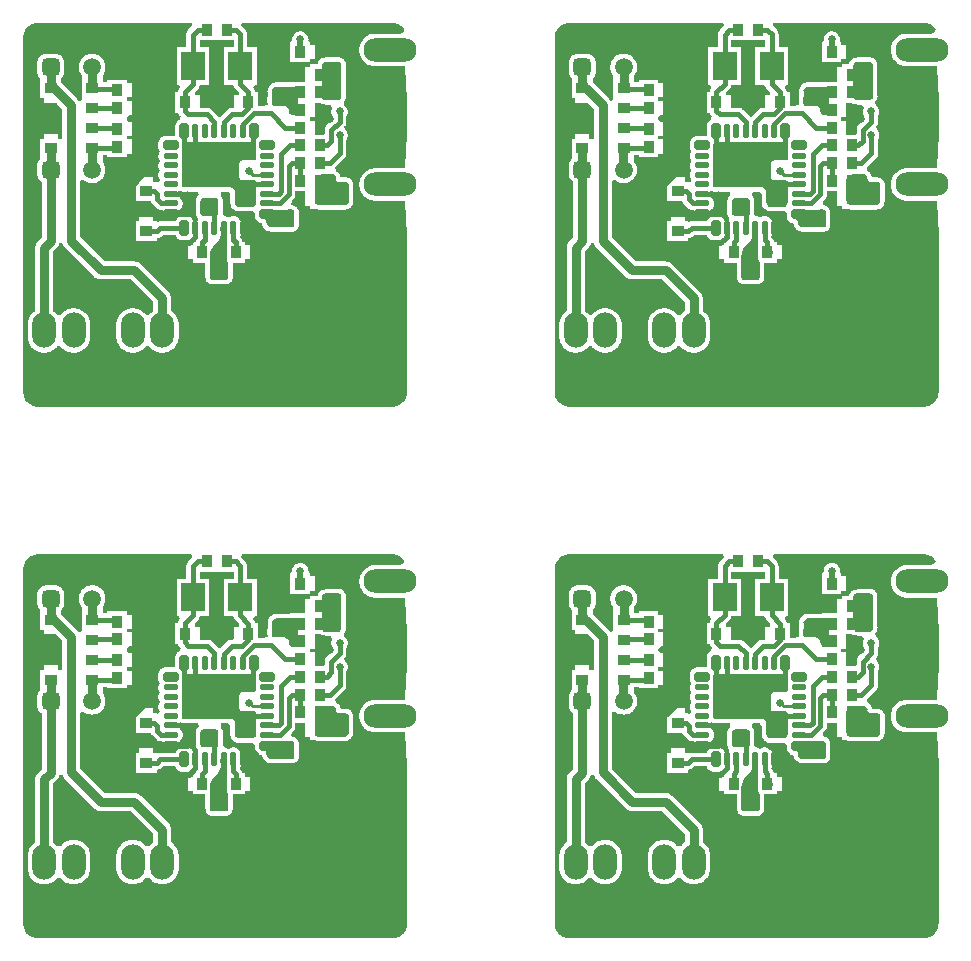
<source format=gbl>
%FSLAX25Y25*%
%MOIN*%
G70*
G01*
G75*
G04 Layer_Physical_Order=2*
G04 Layer_Color=16711680*
%ADD10R,0.09843X0.04331*%
%ADD11R,0.03150X0.03150*%
%ADD12C,0.02000*%
%ADD13C,0.01000*%
%ADD14C,0.04000*%
%ADD15C,0.01500*%
%ADD16C,0.03000*%
%ADD17C,0.05906*%
G04:AMPARAMS|DCode=18|XSize=59.06mil|YSize=59.06mil|CornerRadius=14.76mil|HoleSize=0mil|Usage=FLASHONLY|Rotation=180.000|XOffset=0mil|YOffset=0mil|HoleType=Round|Shape=RoundedRectangle|*
%AMROUNDEDRECTD18*
21,1,0.05906,0.02953,0,0,180.0*
21,1,0.02953,0.05906,0,0,180.0*
1,1,0.02953,-0.01476,0.01476*
1,1,0.02953,0.01476,0.01476*
1,1,0.02953,0.01476,-0.01476*
1,1,0.02953,-0.01476,-0.01476*
%
%ADD18ROUNDEDRECTD18*%
%ADD19C,0.03150*%
%ADD20O,0.17716X0.07874*%
%ADD21C,0.03937*%
%ADD22O,0.08000X0.11811*%
G04:AMPARAMS|DCode=23|XSize=98.43mil|YSize=98.43mil|CornerRadius=24.61mil|HoleSize=0mil|Usage=FLASHONLY|Rotation=270.000|XOffset=0mil|YOffset=0mil|HoleType=Round|Shape=RoundedRectangle|*
%AMROUNDEDRECTD23*
21,1,0.09843,0.04921,0,0,270.0*
21,1,0.04921,0.09843,0,0,270.0*
1,1,0.04921,-0.02461,-0.02461*
1,1,0.04921,-0.02461,0.02461*
1,1,0.04921,0.02461,0.02461*
1,1,0.04921,0.02461,-0.02461*
%
%ADD23ROUNDEDRECTD23*%
%ADD24C,0.02500*%
%ADD25R,0.03543X0.03937*%
%ADD26R,0.03937X0.03543*%
%ADD27R,0.07874X0.09449*%
G04:AMPARAMS|DCode=28|XSize=31.5mil|YSize=51.18mil|CornerRadius=7.87mil|HoleSize=0mil|Usage=FLASHONLY|Rotation=270.000|XOffset=0mil|YOffset=0mil|HoleType=Round|Shape=RoundedRectangle|*
%AMROUNDEDRECTD28*
21,1,0.03150,0.03543,0,0,270.0*
21,1,0.01575,0.05118,0,0,270.0*
1,1,0.01575,-0.01772,-0.00787*
1,1,0.01575,-0.01772,0.00787*
1,1,0.01575,0.01772,0.00787*
1,1,0.01575,0.01772,-0.00787*
%
%ADD28ROUNDEDRECTD28*%
G04:AMPARAMS|DCode=29|XSize=31.5mil|YSize=51.18mil|CornerRadius=7.87mil|HoleSize=0mil|Usage=FLASHONLY|Rotation=0.000|XOffset=0mil|YOffset=0mil|HoleType=Round|Shape=RoundedRectangle|*
%AMROUNDEDRECTD29*
21,1,0.03150,0.03543,0,0,0.0*
21,1,0.01575,0.05118,0,0,0.0*
1,1,0.01575,0.00787,-0.01772*
1,1,0.01575,-0.00787,-0.01772*
1,1,0.01575,-0.00787,0.01772*
1,1,0.01575,0.00787,0.01772*
%
%ADD29ROUNDEDRECTD29*%
%ADD30O,0.02165X0.05118*%
%ADD31O,0.05118X0.02165*%
G36*
X108760Y113812D02*
X109091Y113591D01*
X109312Y113260D01*
X109390Y112870D01*
X109370D01*
X109388Y108870D01*
X109318Y108519D01*
X109119Y108221D01*
X108821Y108022D01*
X108470Y107952D01*
Y107970D01*
X104270Y107952D01*
X103919Y108022D01*
X103621Y108221D01*
X103422Y108519D01*
X103352Y108870D01*
X103370D01*
X103350Y112870D01*
X103428Y113260D01*
X103649Y113591D01*
X103980Y113812D01*
X104370Y113890D01*
Y113870D01*
X108370Y113890D01*
X108760Y113812D01*
D02*
G37*
G36*
X121876Y132276D02*
X122003Y131970D01*
X121970Y127370D01*
X121990D01*
X121912Y126980D01*
X121691Y126649D01*
X121360Y126428D01*
X120970Y126350D01*
X117370Y126370D01*
Y126390D01*
X116980Y126312D01*
X116649Y126091D01*
X116428Y125760D01*
X116350Y125370D01*
X116370Y120870D01*
X116350D01*
X116428Y120480D01*
X116649Y120149D01*
X116980Y119928D01*
X117370Y119851D01*
X121170Y119870D01*
Y119886D01*
X121482Y119824D01*
X121747Y119647D01*
X121924Y119382D01*
X121986Y119070D01*
X121970Y117970D01*
X122020D01*
X121971Y117852D01*
X122000Y112370D01*
X121883Y111785D01*
X121552Y111289D01*
X121055Y110957D01*
X120470Y110841D01*
Y110870D01*
X116370Y110841D01*
X115785Y110957D01*
X115289Y111289D01*
X114957Y111785D01*
X114841Y112370D01*
X114870D01*
X114900Y115870D01*
X114783Y116455D01*
X114452Y116952D01*
X113955Y117283D01*
X113685Y117337D01*
X97970Y117370D01*
Y117354D01*
X97658Y117417D01*
X97393Y117593D01*
X97216Y117858D01*
X97154Y118170D01*
X97170Y131970D01*
X97137D01*
X97264Y132276D01*
X97570Y132403D01*
X121570Y132370D01*
Y132403D01*
X121876Y132276D01*
D02*
G37*
G36*
X167875Y172221D02*
X168420Y172128D01*
X168951Y171975D01*
X169462Y171764D01*
X169945Y171496D01*
X170396Y171177D01*
X170808Y170808D01*
X171177Y170396D01*
X171358Y170140D01*
X171081Y169179D01*
X169809Y168652D01*
X161764D01*
X161154Y168618D01*
X160552Y168515D01*
X159965Y168346D01*
X159401Y168113D01*
X158867Y167817D01*
X158369Y167464D01*
X157913Y167057D01*
X157506Y166602D01*
X157153Y166103D01*
X156858Y165569D01*
X156624Y165005D01*
X156455Y164418D01*
X156352Y163816D01*
X156318Y163206D01*
X156352Y162597D01*
X156455Y161995D01*
X156624Y161408D01*
X156858Y160844D01*
X157153Y160309D01*
X157506Y159811D01*
X157913Y159356D01*
X158369Y158949D01*
X158867Y158595D01*
X159401Y158300D01*
X159965Y158066D01*
X160552Y157897D01*
X161154Y157795D01*
X161764Y157761D01*
X171606D01*
X172246Y146379D01*
Y146379D01*
X172246D01*
X172246Y135165D01*
X172246D01*
Y135165D01*
X171610Y123840D01*
X171540Y123770D01*
X161764D01*
X161154Y123736D01*
X160552Y123634D01*
X159965Y123464D01*
X159401Y123231D01*
X158867Y122935D01*
X158369Y122582D01*
X157913Y122175D01*
X157506Y121720D01*
X157153Y121222D01*
X156858Y120687D01*
X156624Y120123D01*
X156455Y119536D01*
X156352Y118934D01*
X156318Y118324D01*
X156352Y117715D01*
X156455Y117113D01*
X156624Y116526D01*
X156858Y115962D01*
X157153Y115427D01*
X157506Y114929D01*
X157913Y114474D01*
X158369Y114067D01*
X158867Y113714D01*
X159401Y113418D01*
X159965Y113184D01*
X160552Y113015D01*
X161154Y112913D01*
X161764Y112879D01*
X171606D01*
X172248Y101445D01*
X172252Y49213D01*
X172221Y48661D01*
X172128Y48116D01*
X171975Y47585D01*
X171764Y47074D01*
X171496Y46590D01*
X171177Y46139D01*
X170808Y45727D01*
X170396Y45359D01*
X169945Y45039D01*
X169462Y44772D01*
X168951Y44560D01*
X168420Y44407D01*
X167875Y44315D01*
X167331Y44284D01*
X167323Y44291D01*
Y44291D01*
X49213Y44284D01*
X48661Y44315D01*
X48116Y44407D01*
X47585Y44560D01*
X47074Y44772D01*
X46590Y45039D01*
X46139Y45359D01*
X45727Y45727D01*
X45359Y46139D01*
X45039Y46590D01*
X44772Y47074D01*
X44560Y47585D01*
X44407Y48116D01*
X44315Y48661D01*
X44284Y49205D01*
X44291Y49213D01*
X44291D01*
X44284Y167323D01*
X44315Y167875D01*
X44407Y168420D01*
X44560Y168951D01*
X44772Y169462D01*
X45039Y169945D01*
X45359Y170396D01*
X45727Y170808D01*
X46139Y171177D01*
X46590Y171496D01*
X47074Y171764D01*
X47585Y171975D01*
X48116Y172128D01*
X48661Y172221D01*
X49205Y172251D01*
X49213Y172244D01*
Y172244D01*
X100256Y172248D01*
X100415Y172089D01*
X100732Y171324D01*
X99321Y169913D01*
X99091Y169644D01*
X98906Y169342D01*
X98771Y169015D01*
X98688Y168670D01*
X98660Y168317D01*
Y164076D01*
X95480D01*
Y151628D01*
X96144D01*
X96563Y150719D01*
X96372Y150497D01*
X96188Y150195D01*
X96052Y149867D01*
X95969Y149523D01*
X95945Y149221D01*
X94927D01*
Y142283D01*
X95913D01*
X96052Y142144D01*
X96052Y142144D01*
D01*
X96188Y141817D01*
X96372Y141515D01*
X96602Y141246D01*
X96602Y141246D01*
X96602Y141246D01*
X96840Y141008D01*
Y141008D01*
X96558Y140066D01*
X96558D01*
D01*
Y140066D01*
D01*
X96225Y139928D01*
X95918Y139740D01*
X95644Y139506D01*
X95411Y139232D01*
X95223Y138925D01*
X95085Y138593D01*
X95001Y138242D01*
X94972Y137883D01*
Y134568D01*
X91657D01*
X91298Y134539D01*
X90948Y134455D01*
X90615Y134318D01*
X90308Y134130D01*
X90034Y133896D01*
X89800Y133622D01*
X89612Y133315D01*
X89474Y132982D01*
X89390Y132632D01*
X89362Y132273D01*
Y130698D01*
X89390Y130340D01*
X89474Y129989D01*
X89612Y129657D01*
X89800Y129350D01*
X89827Y129319D01*
X89644Y129020D01*
X89488Y128645D01*
X89393Y128249D01*
X89361Y127844D01*
X89393Y127439D01*
X89488Y127043D01*
X89644Y126668D01*
X89856Y126321D01*
X89900Y126269D01*
X89856Y126217D01*
X89644Y125871D01*
X89488Y125495D01*
X89393Y125100D01*
X89361Y124695D01*
X89393Y124289D01*
X89488Y123894D01*
X89644Y123518D01*
X89856Y123172D01*
X89900Y123120D01*
X89856Y123068D01*
X89644Y122721D01*
X89488Y122345D01*
X89393Y121950D01*
X89361Y121545D01*
X89393Y121140D01*
X89488Y120744D01*
X89644Y120369D01*
X89856Y120022D01*
X89900Y119970D01*
X89856Y119918D01*
X89644Y119571D01*
X89488Y119196D01*
X89039Y118990D01*
X88739Y119295D01*
Y119295D01*
X87632D01*
Y120945D01*
X82908D01*
Y119295D01*
X81802D01*
Y112752D01*
X86832D01*
X86959Y112445D01*
X87144Y112144D01*
X87374Y111874D01*
X87374Y111874D01*
X87374Y111874D01*
X88748Y110500D01*
X89017Y110270D01*
X89319Y110085D01*
X89647Y109950D01*
X89991Y109867D01*
X90344Y109839D01*
X90692D01*
X90776Y109788D01*
X91151Y109632D01*
X91547Y109537D01*
X91952Y109505D01*
X94905D01*
X95310Y109537D01*
X95705Y109632D01*
X96081Y109788D01*
X96428Y110000D01*
X96737Y110264D01*
X97001Y110573D01*
X97213Y110920D01*
X97369Y111295D01*
X97464Y111691D01*
X97495Y112096D01*
X97464Y112501D01*
X97369Y112897D01*
X97213Y113272D01*
X97001Y113619D01*
X96737Y113928D01*
X96428Y114192D01*
X96081Y114404D01*
X95705Y114560D01*
X95310Y114655D01*
X94905Y114687D01*
X92119D01*
X91855Y115324D01*
X91802Y115676D01*
X91932Y115806D01*
X91952Y115805D01*
X94905D01*
X95310Y115837D01*
X95705Y115931D01*
X96081Y116087D01*
X96428Y116299D01*
X96515Y116374D01*
X96556Y116340D01*
X96556Y116340D01*
X96820Y116163D01*
X96820Y116163D01*
X97081Y116024D01*
X97364Y115938D01*
X97364D01*
X97364Y115938D01*
X97364D01*
X97676Y115876D01*
X97970Y115847D01*
X97970D01*
D01*
X98126Y115863D01*
X102580Y115853D01*
X102614Y115805D01*
X102889Y114896D01*
X102812Y114844D01*
X102583Y114657D01*
X102396Y114428D01*
X102175Y114098D01*
X102175Y114098D01*
X102133Y114019D01*
X102036Y113837D01*
X101950Y113554D01*
Y113554D01*
X101872Y113164D01*
X101872Y113160D01*
X101871Y113157D01*
X101857Y113014D01*
X101843Y112870D01*
X101844Y112866D01*
X101843Y112863D01*
X101862Y109040D01*
X101845Y108870D01*
X101874Y108576D01*
X101944Y108225D01*
Y108225D01*
X101996Y108053D01*
X102030Y107942D01*
X102030Y107942D01*
D01*
X102048Y107908D01*
X102169Y107682D01*
X102169Y107682D01*
X102368Y107384D01*
X102368Y107384D01*
X102555Y107155D01*
X102555Y107155D01*
X102555D01*
X102555Y106510D01*
X102537Y106481D01*
X102382Y106105D01*
X102287Y105710D01*
X102255Y105305D01*
Y102352D01*
X102287Y101947D01*
X102382Y101551D01*
X102537Y101176D01*
X102589Y101092D01*
Y100780D01*
X102421Y100612D01*
X102191Y100343D01*
X102006Y100041D01*
X101870Y99714D01*
X101787Y99370D01*
X101777Y99239D01*
X100745D01*
Y98132D01*
X99095D01*
Y93408D01*
X100745D01*
Y92302D01*
X105043D01*
Y91470D01*
X105044Y91466D01*
X105043Y91463D01*
X105053Y89361D01*
X105045Y87471D01*
X105045Y87470D01*
X105045Y87470D01*
X105045Y87459D01*
X105045Y87456D01*
X105045Y87452D01*
X105059Y87310D01*
X105073Y87165D01*
X105074Y87162D01*
X105074Y87158D01*
X105144Y86807D01*
Y86807D01*
X105196Y86636D01*
X105230Y86524D01*
X105230Y86524D01*
D01*
X105248Y86491D01*
X105369Y86264D01*
X105369Y86264D01*
X105568Y85966D01*
X105568Y85966D01*
X105755Y85738D01*
X105755D01*
Y85738D01*
X105805Y85697D01*
X105984Y85550D01*
X106281Y85351D01*
X106281Y85351D01*
X106508Y85230D01*
X106542Y85212D01*
D01*
X106542Y85212D01*
X106653Y85178D01*
X106825Y85126D01*
X106825D01*
X107176Y85057D01*
X107470Y85028D01*
X107641Y85044D01*
X111664Y85027D01*
X111667Y85027D01*
X111670Y85027D01*
X111813Y85041D01*
X111958Y85055D01*
X111961Y85056D01*
X111964Y85056D01*
X112322Y85127D01*
X112322D01*
X112605Y85213D01*
D01*
X112605Y85213D01*
X112762Y85297D01*
X112865Y85352D01*
X112865Y85352D01*
D01*
D01*
X113169Y85555D01*
X113169Y85555D01*
X113169Y85555D01*
X113285Y85650D01*
X113397Y85743D01*
X113398Y85743D01*
X113398Y85743D01*
X113490Y85855D01*
X113585Y85971D01*
X113585Y85971D01*
X113585Y85971D01*
X113788Y86275D01*
D01*
D01*
X113788Y86275D01*
X113906Y86497D01*
X113927Y86535D01*
D01*
X113927Y86535D01*
X114013Y86818D01*
X114013Y86818D01*
X114084Y87176D01*
X114113Y87470D01*
Y87470D01*
D01*
X114095Y87656D01*
X114087Y91373D01*
X114097Y91470D01*
X114089Y91554D01*
X114100Y92302D01*
X118395D01*
Y93408D01*
X120045D01*
Y98132D01*
X118395D01*
Y99239D01*
X117363D01*
X117353Y99370D01*
X117270Y99714D01*
X117135Y100041D01*
X116949Y100343D01*
X116719Y100612D01*
X116551Y100780D01*
Y101092D01*
X116603Y101176D01*
X116758Y101551D01*
X116853Y101947D01*
X116885Y102352D01*
Y105305D01*
X116853Y105710D01*
X116758Y106105D01*
X116603Y106481D01*
X116390Y106827D01*
X116126Y107137D01*
X115817Y107401D01*
X115471Y107613D01*
X115095Y107769D01*
X114700Y107863D01*
X114295Y107895D01*
X113889Y107863D01*
X113494Y107769D01*
X113118Y107613D01*
X112772Y107401D01*
X112720Y107356D01*
X112668Y107401D01*
X112321Y107613D01*
X111945Y107769D01*
X111550Y107863D01*
X111515Y107866D01*
X110872Y108632D01*
X110881Y108727D01*
X110895Y108870D01*
X110895Y108873D01*
X110895Y108877D01*
X110878Y112680D01*
X110897Y112870D01*
X110868Y113164D01*
X110790Y113554D01*
X110705Y113837D01*
X110565Y114098D01*
X110565Y114098D01*
X110344Y114428D01*
X110157Y114657D01*
X110076Y115544D01*
X110076Y115544D01*
X110369Y115837D01*
X110369D01*
Y115837D01*
X112682Y115832D01*
Y115832D01*
X112682D01*
X112838Y115675D01*
X113386Y115121D01*
Y115121D01*
X113365Y112674D01*
X113362Y112664D01*
X113333Y112370D01*
D01*
Y112370D01*
X113362Y112076D01*
X113479Y111491D01*
X113565Y111208D01*
X113704Y110947D01*
X114035Y110451D01*
X114223Y110223D01*
X114223D01*
Y110223D01*
X114451Y110035D01*
X114947Y109704D01*
X115208Y109565D01*
X115491Y109479D01*
X116076Y109362D01*
X116081Y109362D01*
X116087Y109360D01*
X116228Y109347D01*
X116370Y109333D01*
X116376Y109334D01*
X116381Y109334D01*
X120192Y109361D01*
X120470Y109333D01*
D01*
X120470D01*
X120764Y109362D01*
X120873Y109384D01*
X121646Y108750D01*
Y107667D01*
X121674Y107308D01*
X121758Y106958D01*
X121896Y106625D01*
X122084Y106318D01*
X122318Y106044D01*
X122591Y105811D01*
X122898Y105622D01*
X123231Y105485D01*
X123581Y105401D01*
X123878Y105377D01*
X123991Y104806D01*
Y104806D01*
X124018Y104720D01*
X124077Y104523D01*
X124142Y104402D01*
X124216Y104262D01*
X124596Y103694D01*
X124750Y103507D01*
X124784Y103466D01*
X124784D01*
Y103466D01*
X125012Y103279D01*
X125580Y102899D01*
X125719Y102824D01*
X125841Y102760D01*
X126038Y102700D01*
X126123Y102674D01*
X126123D01*
X126794Y102541D01*
X127088Y102512D01*
X127382Y102541D01*
X127394Y102544D01*
X133766Y102527D01*
X133768Y102527D01*
X133770Y102527D01*
X133915Y102541D01*
X134060Y102555D01*
X134062Y102556D01*
X134064Y102556D01*
X134423Y102628D01*
X134423D01*
X134555Y102667D01*
X134706Y102713D01*
X134933Y102835D01*
X134966Y102853D01*
X135270Y103056D01*
X135271Y103056D01*
X135499Y103243D01*
Y103243D01*
X135499D01*
X135686Y103472D01*
X135686Y103472D01*
X135889Y103776D01*
X135890Y103776D01*
X136019Y104018D01*
X136029Y104036D01*
D01*
X136029Y104036D01*
X136063Y104148D01*
X136115Y104319D01*
Y104319D01*
X136186Y104678D01*
X136186Y104678D01*
X136215Y104972D01*
X136198Y105146D01*
X136216Y108963D01*
X136216Y108966D01*
X136216Y108970D01*
X136202Y109114D01*
X136189Y109257D01*
X136188Y109260D01*
X136188Y109264D01*
X136110Y109654D01*
X136024Y109937D01*
X135885Y110198D01*
X135885Y110198D01*
X135664Y110528D01*
X135476Y110757D01*
X135248Y110944D01*
X134917Y111165D01*
X134917Y111165D01*
X134838Y111208D01*
X134657Y111305D01*
X134374Y111390D01*
X134374D01*
X133678Y111619D01*
D01*
X133797Y112905D01*
X134366Y113474D01*
X134490Y113619D01*
X134596Y113743D01*
X134781Y114045D01*
X134917Y114373D01*
X134999Y114717D01*
X135027Y115070D01*
Y116102D01*
X138395D01*
Y116032D01*
X138395D01*
Y111308D01*
X140045D01*
Y110202D01*
X141860D01*
X142081Y110083D01*
X142364Y109998D01*
X143076Y109856D01*
X143370Y109827D01*
X143370D01*
D01*
X143664Y109856D01*
X143682Y109862D01*
X151164Y109830D01*
X151167Y109830D01*
X151170Y109830D01*
X151314Y109844D01*
X151458Y109858D01*
X151461Y109859D01*
X151464Y109859D01*
X152121Y109989D01*
X152403Y110075D01*
X152664Y110214D01*
X153221Y110586D01*
X153449Y110774D01*
Y110774D01*
X153449D01*
X153637Y111002D01*
X154008Y111559D01*
X154148Y111819D01*
X154233Y112102D01*
Y112102D01*
X154364Y112759D01*
X154393Y113053D01*
Y113053D01*
D01*
X154364Y113347D01*
X154361Y113356D01*
X154363Y113861D01*
X154366Y113876D01*
X154366Y113879D01*
X154367Y113883D01*
X154381Y114027D01*
X154395Y114170D01*
X154395Y114173D01*
X154395Y114177D01*
X154378Y117948D01*
X154378Y117983D01*
X154397Y118170D01*
X154368Y118464D01*
X154290Y118854D01*
X154205Y119137D01*
X154065Y119398D01*
X154065Y119398D01*
X154064Y119399D01*
X154049Y119428D01*
X154049Y119428D01*
X153832Y119753D01*
X153832Y119753D01*
D01*
X153644Y119981D01*
X153505Y120095D01*
X153416Y120169D01*
X153416Y120169D01*
X153416Y120169D01*
X153091Y120386D01*
X152848Y120516D01*
X152830Y120525D01*
D01*
X152830Y120525D01*
X152719Y120559D01*
X152548Y120611D01*
X152164Y120687D01*
X151870Y120716D01*
X151870D01*
D01*
X151665Y120696D01*
X150071Y120688D01*
X149967Y121210D01*
X149967Y121210D01*
X149967D01*
X149881Y121493D01*
X149778Y121686D01*
X149742Y121754D01*
X149742Y121754D01*
X149433Y122217D01*
X149433Y122217D01*
X149433Y122217D01*
X149337Y122333D01*
X149245Y122445D01*
X149245Y122445D01*
X149245Y122445D01*
X149040Y122613D01*
X149017Y122633D01*
D01*
X149017Y122633D01*
X148554Y122942D01*
D01*
D01*
X148554Y122942D01*
X148434Y123006D01*
X148287Y123995D01*
X151366Y127074D01*
X151596Y127343D01*
X151781Y127645D01*
X151917Y127973D01*
X151999Y128317D01*
X152027Y128670D01*
Y133190D01*
X152228Y133518D01*
X152394Y133918D01*
X152495Y134339D01*
X152529Y134770D01*
X152495Y135202D01*
X152394Y135623D01*
X152228Y136022D01*
X152002Y136391D01*
X151721Y136721D01*
X151366Y137674D01*
X151596Y137943D01*
X151781Y138245D01*
X151917Y138573D01*
X151999Y138917D01*
X152027Y139270D01*
Y141090D01*
X152228Y141418D01*
X152394Y141818D01*
X152495Y142239D01*
X152529Y142670D01*
X152495Y143102D01*
X152394Y143523D01*
X152228Y143922D01*
X152002Y144291D01*
X151721Y144621D01*
X151391Y144902D01*
X151343Y144931D01*
X151177Y145917D01*
X151205Y145951D01*
X151536Y146447D01*
X151676Y146708D01*
X151761Y146991D01*
X151878Y147576D01*
X151907Y147870D01*
Y147870D01*
D01*
X151878Y148163D01*
X151895Y158267D01*
X151895Y158269D01*
X151895Y158270D01*
X151881Y158414D01*
X151866Y158562D01*
X151866Y158563D01*
X151866Y158564D01*
X151796Y158915D01*
Y158915D01*
X151744Y159087D01*
X151710Y159198D01*
X151710Y159198D01*
D01*
X151692Y159232D01*
X151571Y159459D01*
X151571Y159459D01*
X151372Y159756D01*
X151372Y159756D01*
X151185Y159985D01*
X151185D01*
Y159985D01*
X151135Y160026D01*
X150956Y160172D01*
X150659Y160371D01*
X150659Y160371D01*
X150432Y160492D01*
X150398Y160510D01*
D01*
X150398Y160510D01*
X150287Y160544D01*
X150115Y160596D01*
X150115D01*
X149764Y160666D01*
X149470Y160695D01*
X149300Y160678D01*
X144977Y160699D01*
X144974Y160698D01*
X144970Y160699D01*
X144826Y160685D01*
X144683Y160671D01*
X144680Y160670D01*
X144676Y160670D01*
X144247Y160585D01*
X144247D01*
X143964Y160499D01*
X143703Y160360D01*
X143340Y160116D01*
X143340Y160116D01*
X143161Y159970D01*
X143111Y159929D01*
Y159929D01*
X143111D01*
X142924Y159701D01*
X142681Y159337D01*
X142541Y159076D01*
X142456Y158793D01*
Y158793D01*
X142385Y158439D01*
X140045D01*
Y157332D01*
X138395D01*
Y152608D01*
D01*
Y152608D01*
X138326Y152539D01*
X133352D01*
Y152539D01*
X133197Y152384D01*
X128657Y152405D01*
X128654Y152404D01*
X128650Y152405D01*
X128507Y152391D01*
X128363Y152377D01*
X128360Y152376D01*
X128356Y152376D01*
X127810Y152267D01*
X127810D01*
X127527Y152181D01*
X127334Y152078D01*
X127267Y152042D01*
X127267Y152042D01*
X126804Y151733D01*
X126804Y151733D01*
X126804Y151733D01*
X126688Y151637D01*
X126575Y151545D01*
X126575Y151545D01*
X126575Y151545D01*
X126407Y151340D01*
X126388Y151317D01*
D01*
X126388Y151317D01*
X126078Y150854D01*
D01*
D01*
X126078Y150854D01*
X125939Y150593D01*
X125853Y150310D01*
Y150310D01*
X125745Y149764D01*
X125716Y149470D01*
Y149470D01*
D01*
X125742Y149204D01*
X125725Y145479D01*
X125725Y145475D01*
X125725Y145472D01*
X125739Y145328D01*
X125753Y145185D01*
X125754Y145181D01*
X125754Y145178D01*
X125770Y145100D01*
X125444Y144703D01*
X124204Y144327D01*
X122663D01*
Y149221D01*
X121643D01*
X121621Y149502D01*
X121538Y149846D01*
X121402Y150173D01*
X121217Y150475D01*
X121009Y150719D01*
X121428Y151628D01*
X122102D01*
Y164076D01*
X118922D01*
Y168375D01*
X118895Y168728D01*
X118812Y169072D01*
X118676Y169399D01*
X118491Y169701D01*
X118261Y169971D01*
X116907Y171325D01*
X117223Y172087D01*
X117385Y172249D01*
X167323Y172252D01*
X167875Y172221D01*
D02*
G37*
G36*
X111145Y103828D02*
X111870D01*
Y94077D01*
X111837D01*
X111969Y93411D01*
X112346Y92846D01*
X112380Y92880D01*
X112538Y92643D01*
X112594Y92364D01*
X112581Y91516D01*
X112590Y91470D01*
X112580D01*
X112588Y87470D01*
X112606D01*
X112534Y87112D01*
X112332Y86809D01*
X112028Y86606D01*
X111670Y86535D01*
X107470Y86552D01*
Y86535D01*
X107119Y86605D01*
X106821Y86804D01*
X106622Y87101D01*
X106552Y87452D01*
X106553Y87470D01*
X106552Y87470D01*
X106553D01*
X106561Y89360D01*
X106551Y91470D01*
Y94219D01*
X106522D01*
X106635Y95370D01*
X106971Y96476D01*
X107516Y97496D01*
X108250Y98390D01*
X109151Y99251D01*
X109170Y99232D01*
X109673Y99887D01*
X109989Y100651D01*
X110097Y101470D01*
X110070Y104070D01*
X111145Y103828D01*
D02*
G37*
G36*
X129647Y109985D02*
X129670Y109990D01*
Y109985D01*
X131399Y109978D01*
X133670Y109990D01*
X133690Y109986D01*
Y109990D01*
X134080Y109912D01*
X134411Y109691D01*
X134632Y109360D01*
X134709Y108970D01*
X134690Y104972D01*
X134708D01*
X134636Y104613D01*
X134433Y104309D01*
X134129Y104106D01*
X133770Y104034D01*
X127088Y104052D01*
Y104019D01*
X126418Y104152D01*
X125849Y104532D01*
X125470Y105100D01*
X125336Y105770D01*
X125370Y105870D01*
X125390D01*
X125312Y106260D01*
X125091Y106591D01*
X124760Y106812D01*
X124370Y106890D01*
Y109570D01*
X124337D01*
X124464Y109876D01*
X124770Y110003D01*
X129647Y109985D01*
D02*
G37*
G36*
X147170Y121770D02*
Y121798D01*
X147716Y121689D01*
X148179Y121379D01*
X148489Y120916D01*
X148598Y120370D01*
X148547D01*
X148639Y119906D01*
X148902Y119512D01*
X149296Y119249D01*
X149648Y119179D01*
X149870Y119180D01*
X149870Y119180D01*
X151870Y119190D01*
Y119209D01*
X152253Y119133D01*
X152579Y118915D01*
X152796Y118590D01*
X152797Y118582D01*
X152812Y118560D01*
X152890Y118170D01*
X152872D01*
X152871Y117947D01*
X152888Y114170D01*
X152856Y114013D01*
X152853Y113053D01*
X152886D01*
X152755Y112396D01*
X152383Y111840D01*
X151827Y111468D01*
X151170Y111337D01*
X143370Y111370D01*
Y111334D01*
X142658Y111476D01*
X142054Y111879D01*
X141651Y112483D01*
X141509Y113195D01*
X141545Y119570D01*
X141502D01*
X141673Y120429D01*
X142159Y121156D01*
X142886Y121642D01*
X143745Y121813D01*
X147170Y121770D01*
D02*
G37*
G36*
X135329Y150771D02*
X135894Y150394D01*
X135870Y141370D01*
X134370D01*
Y141341D01*
X133785Y141457D01*
X133289Y141789D01*
X132957Y142285D01*
X132841Y142870D01*
X132903D01*
X132773Y143526D01*
X132401Y144083D01*
X131844Y144455D01*
X131288Y144565D01*
X128170Y144552D01*
Y144534D01*
X127811Y144606D01*
X127507Y144809D01*
X127304Y145113D01*
X127233Y145472D01*
X127251Y149470D01*
X127223D01*
X127332Y150016D01*
X127641Y150479D01*
X128104Y150789D01*
X128650Y150898D01*
X134663Y150870D01*
Y150903D01*
X135329Y150771D01*
D02*
G37*
G36*
X114408Y164076D02*
X111228D01*
Y151628D01*
X114069D01*
X114519Y151177D01*
X114519Y151177D01*
D01*
X114654Y150850D01*
X114839Y150548D01*
X115069Y150279D01*
X115069Y150279D01*
X115069Y150279D01*
X116122Y149226D01*
X116120Y149221D01*
X116120D01*
X116120Y149221D01*
Y148114D01*
X114470D01*
Y143927D01*
X113770D01*
X113417Y143899D01*
X113073Y143817D01*
X112745Y143681D01*
X112443Y143496D01*
X112174Y143266D01*
X109743Y140835D01*
X109591Y140841D01*
X107166Y143266D01*
X106897Y143496D01*
X106595Y143681D01*
X106267Y143817D01*
X105923Y143899D01*
X105570Y143927D01*
X103120D01*
Y148114D01*
X101470D01*
Y149221D01*
X101470Y149221D01*
X101470D01*
X101462Y149241D01*
X102513Y150293D01*
X102743Y150562D01*
X102928Y150864D01*
X103064Y151191D01*
X103147Y151536D01*
X103154Y151628D01*
X106354D01*
Y164076D01*
X103174D01*
Y166483D01*
X108770D01*
Y166483D01*
X108770D01*
X108770Y166483D01*
X108920D01*
Y166483D01*
X114408D01*
Y164076D01*
D02*
G37*
G36*
X149470Y159170D02*
Y159188D01*
X149821Y159118D01*
X150119Y158919D01*
X150318Y158621D01*
X150388Y158270D01*
X150370Y147870D01*
X150399D01*
X150283Y147285D01*
X149952Y146789D01*
X149455Y146457D01*
X148870Y146341D01*
X145270Y146370D01*
Y146343D01*
X144724Y146451D01*
X144261Y146761D01*
X143951Y147224D01*
X143843Y147770D01*
X143870Y158070D01*
X143849D01*
X143934Y158499D01*
X144177Y158863D01*
X144541Y159106D01*
X144970Y159192D01*
X149470Y159170D01*
D02*
G37*
G36*
X143400Y145527D02*
X143423Y145508D01*
D01*
X143423Y145508D01*
X143886Y145198D01*
D01*
D01*
X143886Y145198D01*
X144147Y145059D01*
X144430Y144973D01*
X144430D01*
X144976Y144864D01*
X145270Y144835D01*
X145270D01*
D01*
X145527Y144861D01*
X146860Y144850D01*
X147345Y143975D01*
X147312Y143922D01*
X147147Y143523D01*
X147046Y143102D01*
X147012Y142670D01*
X147046Y142239D01*
X147147Y141818D01*
X147312Y141418D01*
X147513Y141090D01*
Y140205D01*
X145374Y138066D01*
X145144Y137797D01*
X144959Y137495D01*
X144824Y137168D01*
X144741Y136823D01*
X144713Y136470D01*
Y134839D01*
X141545D01*
Y134908D01*
X141545D01*
Y139632D01*
X139895D01*
Y140739D01*
D01*
D01*
X139965Y140808D01*
X141545D01*
Y145532D01*
D01*
Y145532D01*
X141614Y145602D01*
X143309D01*
X143400Y145527D01*
D02*
G37*
%LPC*%
G36*
X136670Y169429D02*
X136239Y169395D01*
X135818Y169294D01*
X135418Y169128D01*
X135049Y168902D01*
X134720Y168621D01*
X134438Y168291D01*
X134212Y167922D01*
X134047Y167523D01*
X133946Y167102D01*
X133912Y166670D01*
X133946Y166239D01*
X133946D01*
X133352Y165939D01*
X133352D01*
Y159002D01*
X139895D01*
Y160108D01*
X141545D01*
Y164832D01*
X139895D01*
Y165939D01*
X139895D01*
X139395Y166239D01*
X139395Y166239D01*
X139429Y166670D01*
X139395Y167102D01*
X139294Y167523D01*
X139128Y167922D01*
X138902Y168291D01*
X138621Y168621D01*
X138292Y168902D01*
X137922Y169128D01*
X137522Y169294D01*
X137102Y169395D01*
X136670Y169429D01*
D02*
G37*
G36*
X67270Y161932D02*
X66688Y161894D01*
X66115Y161780D01*
X65562Y161593D01*
X65039Y161335D01*
X64554Y161010D01*
X64115Y160625D01*
X63730Y160187D01*
X63406Y159701D01*
X63147Y159178D01*
X62960Y158625D01*
X62846Y158053D01*
X62808Y157470D01*
X62846Y156888D01*
X62960Y156315D01*
X63147Y155762D01*
X63406Y155239D01*
X63730Y154754D01*
X63802Y154672D01*
X63802Y153688D01*
X63802D01*
Y147145D01*
X63802Y147145D01*
X63802Y146995D01*
X63802D01*
Y146570D01*
X62839Y146299D01*
X62705Y146518D01*
X62398Y146878D01*
X56939Y152337D01*
Y153688D01*
X56939Y153688D01*
X56939D01*
X56918Y153745D01*
X57078Y153883D01*
X57382Y154239D01*
X57627Y154638D01*
X57806Y155071D01*
X57916Y155527D01*
X57952Y155994D01*
Y158947D01*
X57916Y159414D01*
X57806Y159869D01*
X57627Y160302D01*
X57382Y160701D01*
X57078Y161058D01*
X56722Y161362D01*
X56322Y161607D01*
X55889Y161786D01*
X55434Y161895D01*
X54967Y161932D01*
X52014D01*
X51547Y161895D01*
X51092Y161786D01*
X50659Y161607D01*
X50259Y161362D01*
X49903Y161058D01*
X49599Y160701D01*
X49354Y160302D01*
X49175Y159869D01*
X49065Y159414D01*
X49029Y158947D01*
Y155994D01*
X49065Y155527D01*
X49175Y155071D01*
X49354Y154638D01*
X49599Y154239D01*
X49903Y153883D01*
X50033Y153772D01*
X50002Y153688D01*
X50002D01*
X50002Y153688D01*
Y147145D01*
X51108D01*
Y145495D01*
X55269D01*
X57261Y143503D01*
Y133595D01*
X56939D01*
Y133595D01*
X55832D01*
Y135245D01*
X51108D01*
Y133595D01*
X50002D01*
Y127052D01*
X50002Y127052D01*
X50002D01*
X50033Y126968D01*
X49903Y126858D01*
X49599Y126501D01*
X49354Y126102D01*
X49175Y125669D01*
X49065Y125214D01*
X49029Y124747D01*
Y121794D01*
X49065Y121327D01*
X49175Y120871D01*
X49354Y120438D01*
X49599Y120039D01*
X49903Y119683D01*
X50259Y119378D01*
X50461Y119255D01*
Y100717D01*
X49157Y99413D01*
X48851Y99054D01*
X48604Y98651D01*
X48551Y98523D01*
X48423Y98215D01*
X48313Y97756D01*
X48276Y97285D01*
Y76169D01*
X47850Y75867D01*
X47390Y75456D01*
X46978Y74995D01*
X46621Y74491D01*
X46322Y73951D01*
X46086Y73380D01*
X45915Y72786D01*
X45811Y72177D01*
X45776Y71561D01*
Y67750D01*
X45811Y67133D01*
X45915Y66524D01*
X46086Y65930D01*
X46322Y65359D01*
X46621Y64819D01*
X46978Y64315D01*
X47390Y63854D01*
X47850Y63443D01*
X48354Y63085D01*
X48895Y62787D01*
X49466Y62550D01*
X50059Y62379D01*
X50668Y62276D01*
X51285Y62241D01*
X51902Y62276D01*
X52511Y62379D01*
X53104Y62550D01*
X53675Y62787D01*
X54216Y63085D01*
X54720Y63443D01*
X55180Y63854D01*
X55592Y64315D01*
X55706Y64476D01*
X56706D01*
X56821Y64315D01*
X57232Y63854D01*
X57693Y63443D01*
X58197Y63085D01*
X58737Y62787D01*
X59308Y62550D01*
X59902Y62379D01*
X60511Y62276D01*
X61128Y62241D01*
X61744Y62276D01*
X62353Y62379D01*
X62947Y62550D01*
X63518Y62787D01*
X64058Y63085D01*
X64562Y63443D01*
X65023Y63854D01*
X65434Y64315D01*
X65792Y64819D01*
X66091Y65359D01*
X66327Y65930D01*
X66498Y66524D01*
X66602Y67133D01*
X66636Y67750D01*
Y71561D01*
X66602Y72177D01*
X66498Y72786D01*
X66327Y73380D01*
X66091Y73951D01*
X65792Y74491D01*
X65434Y74995D01*
X65023Y75456D01*
X64562Y75867D01*
X64058Y76225D01*
X63518Y76524D01*
X62947Y76760D01*
X62353Y76931D01*
X61744Y77035D01*
X61128Y77069D01*
X60511Y77035D01*
X59902Y76931D01*
X59308Y76760D01*
X58737Y76524D01*
X58197Y76225D01*
X57693Y75867D01*
X57232Y75456D01*
X56821Y74995D01*
X56706Y74834D01*
X55706D01*
X55592Y74995D01*
X55180Y75456D01*
X54720Y75867D01*
X54294Y76169D01*
Y96039D01*
X55598Y97342D01*
X55905Y97701D01*
X56151Y98104D01*
X56226Y98285D01*
X56332Y98540D01*
X56382Y98748D01*
X57382D01*
X57408Y98640D01*
X57536Y98332D01*
X57589Y98204D01*
X57836Y97801D01*
X58142Y97442D01*
X68042Y87542D01*
X68401Y87235D01*
X68804Y86989D01*
X68985Y86914D01*
X69240Y86808D01*
X69699Y86698D01*
X70170Y86661D01*
X80124D01*
X87646Y79139D01*
Y76169D01*
X87221Y75867D01*
X86760Y75456D01*
X86348Y74995D01*
X86234Y74834D01*
X85234D01*
X85119Y74995D01*
X84708Y75456D01*
X84247Y75867D01*
X83743Y76225D01*
X83203Y76524D01*
X82632Y76760D01*
X82038Y76931D01*
X81429Y77035D01*
X80813Y77069D01*
X80196Y77035D01*
X79587Y76931D01*
X78993Y76760D01*
X78422Y76524D01*
X77882Y76225D01*
X77378Y75867D01*
X76917Y75456D01*
X76506Y74995D01*
X76148Y74491D01*
X75849Y73951D01*
X75613Y73380D01*
X75442Y72786D01*
X75339Y72177D01*
X75304Y71561D01*
Y67750D01*
X75339Y67133D01*
X75442Y66524D01*
X75613Y65930D01*
X75849Y65359D01*
X76148Y64819D01*
X76506Y64315D01*
X76917Y63854D01*
X77378Y63443D01*
X77882Y63085D01*
X78422Y62787D01*
X78993Y62550D01*
X79587Y62379D01*
X80196Y62276D01*
X80813Y62241D01*
X81429Y62276D01*
X82038Y62379D01*
X82632Y62550D01*
X83203Y62787D01*
X83743Y63085D01*
X84247Y63443D01*
X84708Y63854D01*
X85119Y64315D01*
X85234Y64476D01*
X86234D01*
X86348Y64315D01*
X86760Y63854D01*
X87221Y63443D01*
X87724Y63085D01*
X88265Y62787D01*
X88836Y62550D01*
X89429Y62379D01*
X90038Y62276D01*
X90655Y62241D01*
X91272Y62276D01*
X91881Y62379D01*
X92475Y62550D01*
X93045Y62787D01*
X93586Y63085D01*
X94090Y63443D01*
X94550Y63854D01*
X94962Y64315D01*
X95319Y64819D01*
X95618Y65359D01*
X95855Y65930D01*
X96026Y66524D01*
X96129Y67133D01*
X96164Y67750D01*
Y71561D01*
X96129Y72177D01*
X96026Y72786D01*
X95855Y73380D01*
X95618Y73951D01*
X95319Y74491D01*
X94962Y74995D01*
X94550Y75456D01*
X94090Y75867D01*
X93664Y76169D01*
Y80385D01*
X93627Y80856D01*
X93517Y81315D01*
X93389Y81624D01*
X93336Y81751D01*
X93090Y82154D01*
X92783Y82513D01*
X83498Y91798D01*
X83139Y92105D01*
X82736Y92351D01*
X82608Y92404D01*
X82300Y92532D01*
X81841Y92642D01*
X81370Y92679D01*
X71417D01*
X63279Y100817D01*
Y119382D01*
X63878Y119907D01*
X64190Y120049D01*
X64554Y119730D01*
X65039Y119406D01*
X65562Y119148D01*
X66115Y118960D01*
X66688Y118846D01*
X67270Y118808D01*
X67852Y118846D01*
X68425Y118960D01*
X68978Y119148D01*
X69501Y119406D01*
X69987Y119730D01*
X70425Y120115D01*
X70810Y120554D01*
X71135Y121039D01*
X71393Y121562D01*
X71580Y122115D01*
X71694Y122688D01*
X71732Y123270D01*
X71694Y123853D01*
X71580Y124425D01*
X71393Y124978D01*
X71135Y125501D01*
X70810Y125987D01*
X70739Y126068D01*
X70739Y127052D01*
X70739D01*
Y128067D01*
X72352D01*
Y127502D01*
X78895D01*
Y128608D01*
X80545D01*
Y133332D01*
X78895D01*
Y133402D01*
Y134508D01*
X80545D01*
Y139232D01*
X79602D01*
X78895Y139939D01*
Y140339D01*
Y140370D01*
Y140402D01*
Y140801D01*
X79602Y141508D01*
X80545D01*
Y146232D01*
X78895D01*
Y146302D01*
Y147408D01*
X80545D01*
Y152132D01*
X78895D01*
Y153239D01*
X72352D01*
Y152527D01*
X70739D01*
Y153688D01*
X70739D01*
X70739Y154672D01*
X70810Y154754D01*
X71135Y155239D01*
X71393Y155762D01*
X71580Y156315D01*
X71694Y156888D01*
X71732Y157470D01*
X71694Y158053D01*
X71580Y158625D01*
X71393Y159178D01*
X71135Y159701D01*
X70810Y160187D01*
X70425Y160625D01*
X69987Y161010D01*
X69501Y161335D01*
X68978Y161593D01*
X68425Y161780D01*
X67852Y161894D01*
X67270Y161932D01*
D02*
G37*
G36*
X98842Y107895D02*
X97267D01*
X96908Y107866D01*
X96558Y107782D01*
X96225Y107644D01*
X95918Y107456D01*
X95644Y107222D01*
X95411Y106949D01*
X95223Y106642D01*
X95085Y106309D01*
X95031Y106085D01*
X89928D01*
X89575Y106058D01*
X89231Y105975D01*
X88904Y105839D01*
X88739Y105995D01*
Y105995D01*
X87632D01*
Y107645D01*
X82908D01*
Y105995D01*
X81802D01*
Y99452D01*
X88739D01*
Y100467D01*
X88824D01*
X89177Y100494D01*
X89521Y100577D01*
X89848Y100713D01*
X89848Y100713D01*
X89848Y100713D01*
X90150Y100898D01*
X90420Y101128D01*
X90420Y101128D01*
X90420Y101128D01*
X90863Y101571D01*
X95031D01*
X95085Y101348D01*
X95223Y101015D01*
X95411Y100708D01*
X95644Y100434D01*
X95918Y100200D01*
X96225Y100012D01*
X96558Y99875D01*
X96908Y99791D01*
X97267Y99762D01*
X98842D01*
X99201Y99791D01*
X99551Y99875D01*
X99883Y100012D01*
X100190Y100200D01*
X100464Y100434D01*
X100698Y100708D01*
X100886Y101015D01*
X101024Y101348D01*
X101108Y101698D01*
X101136Y102057D01*
Y105600D01*
X101108Y105959D01*
X101024Y106309D01*
X100886Y106642D01*
X100698Y106949D01*
X100464Y107222D01*
X100190Y107456D01*
X99883Y107644D01*
X99551Y107782D01*
X99201Y107866D01*
X98842Y107895D01*
D02*
G37*
%LPD*%
G36*
X285926Y113812D02*
X286256Y113591D01*
X286477Y113260D01*
X286555Y112870D01*
X286535D01*
X286553Y108870D01*
X286483Y108519D01*
X286284Y108221D01*
X285987Y108022D01*
X285635Y107952D01*
Y107970D01*
X281435Y107952D01*
X281084Y108022D01*
X280787Y108221D01*
X280588Y108519D01*
X280518Y108870D01*
X280535D01*
X280516Y112870D01*
X280593Y113260D01*
X280815Y113591D01*
X281145Y113812D01*
X281535Y113890D01*
Y113870D01*
X285535Y113890D01*
X285926Y113812D01*
D02*
G37*
G36*
X299042Y132276D02*
X299168Y131970D01*
X299135Y127370D01*
X299155D01*
X299077Y126980D01*
X298856Y126649D01*
X298526Y126428D01*
X298135Y126350D01*
X294535Y126370D01*
Y126390D01*
X294145Y126312D01*
X293814Y126091D01*
X293593Y125760D01*
X293516Y125370D01*
X293535Y120870D01*
X293516D01*
X293593Y120480D01*
X293814Y120149D01*
X294145Y119928D01*
X294535Y119851D01*
X298335Y119870D01*
Y119886D01*
X298648Y119824D01*
X298912Y119647D01*
X299089Y119382D01*
X299151Y119070D01*
X299135Y117970D01*
X299185D01*
X299136Y117852D01*
X299165Y112370D01*
X299048Y111785D01*
X298717Y111289D01*
X298221Y110957D01*
X297635Y110841D01*
Y110870D01*
X293535Y110841D01*
X292950Y110957D01*
X292454Y111289D01*
X292123Y111785D01*
X292006Y112370D01*
X292035D01*
X292065Y115870D01*
X291948Y116455D01*
X291617Y116952D01*
X291121Y117283D01*
X290850Y117337D01*
X275135Y117370D01*
Y117354D01*
X274823Y117417D01*
X274559Y117593D01*
X274382Y117858D01*
X274320Y118170D01*
X274335Y131970D01*
X274303D01*
X274429Y132276D01*
X274735Y132403D01*
X298735Y132370D01*
Y132403D01*
X299042Y132276D01*
D02*
G37*
G36*
X345040Y172221D02*
X345585Y172128D01*
X346116Y171975D01*
X346627Y171764D01*
X347111Y171496D01*
X347561Y171177D01*
X347973Y170808D01*
X348342Y170396D01*
X348524Y170140D01*
X348247Y169179D01*
X346975Y168652D01*
X338929D01*
X338319Y168618D01*
X337717Y168515D01*
X337131Y168346D01*
X336566Y168113D01*
X336032Y167817D01*
X335534Y167464D01*
X335079Y167057D01*
X334672Y166602D01*
X334318Y166103D01*
X334023Y165569D01*
X333789Y165005D01*
X333620Y164418D01*
X333518Y163816D01*
X333484Y163206D01*
X333518Y162597D01*
X333620Y161995D01*
X333789Y161408D01*
X334023Y160844D01*
X334318Y160309D01*
X334672Y159811D01*
X335079Y159356D01*
X335534Y158949D01*
X336032Y158595D01*
X336566Y158300D01*
X337131Y158066D01*
X337717Y157897D01*
X338319Y157795D01*
X338929Y157761D01*
X348772D01*
X349411Y146379D01*
Y146379D01*
X349411D01*
X349412Y135165D01*
X349412D01*
Y135165D01*
X348776Y123840D01*
X348705Y123770D01*
X338929D01*
X338319Y123736D01*
X337717Y123634D01*
X337131Y123464D01*
X336566Y123231D01*
X336032Y122935D01*
X335534Y122582D01*
X335079Y122175D01*
X334672Y121720D01*
X334318Y121222D01*
X334023Y120687D01*
X333789Y120123D01*
X333620Y119536D01*
X333518Y118934D01*
X333484Y118324D01*
X333518Y117715D01*
X333620Y117113D01*
X333789Y116526D01*
X334023Y115962D01*
X334318Y115427D01*
X334672Y114929D01*
X335079Y114474D01*
X335534Y114067D01*
X336032Y113714D01*
X336566Y113418D01*
X337131Y113184D01*
X337717Y113015D01*
X338319Y112913D01*
X338929Y112879D01*
X348772D01*
X349414Y101445D01*
X349417Y49213D01*
X349386Y48661D01*
X349294Y48116D01*
X349141Y47585D01*
X348929Y47074D01*
X348662Y46590D01*
X348342Y46139D01*
X347973Y45727D01*
X347561Y45359D01*
X347111Y45039D01*
X346627Y44772D01*
X346116Y44560D01*
X345585Y44407D01*
X345040Y44315D01*
X344496Y44284D01*
X344488Y44291D01*
Y44291D01*
X226378Y44284D01*
X225826Y44315D01*
X225281Y44407D01*
X224750Y44560D01*
X224239Y44772D01*
X223756Y45039D01*
X223305Y45359D01*
X222893Y45727D01*
X222524Y46139D01*
X222204Y46590D01*
X221937Y47074D01*
X221726Y47585D01*
X221572Y48116D01*
X221480Y48661D01*
X221449Y49205D01*
X221457Y49213D01*
X221457D01*
X221449Y167323D01*
X221480Y167875D01*
X221572Y168420D01*
X221726Y168951D01*
X221937Y169462D01*
X222204Y169945D01*
X222524Y170396D01*
X222893Y170808D01*
X223305Y171177D01*
X223756Y171496D01*
X224239Y171764D01*
X224750Y171975D01*
X225281Y172128D01*
X225826Y172221D01*
X226370Y172251D01*
X226378Y172244D01*
Y172244D01*
X277422Y172248D01*
X277580Y172089D01*
X277897Y171324D01*
X276487Y169913D01*
X276257Y169644D01*
X276072Y169342D01*
X275936Y169015D01*
X275853Y168670D01*
X275826Y168317D01*
Y164076D01*
X272646D01*
Y151628D01*
X273309D01*
X273728Y150719D01*
X273538Y150497D01*
X273353Y150195D01*
X273217Y149867D01*
X273135Y149523D01*
X273111Y149221D01*
X272092D01*
Y142283D01*
X273078D01*
X273217Y142144D01*
X273217Y142144D01*
D01*
X273353Y141817D01*
X273538Y141515D01*
X273768Y141246D01*
X273768Y141246D01*
X273768Y141246D01*
X274006Y141008D01*
Y141008D01*
X273723Y140066D01*
X273723D01*
D01*
Y140066D01*
D01*
X273391Y139928D01*
X273084Y139740D01*
X272810Y139506D01*
X272576Y139232D01*
X272388Y138925D01*
X272250Y138593D01*
X272166Y138242D01*
X272138Y137883D01*
Y134568D01*
X268822D01*
X268463Y134539D01*
X268113Y134455D01*
X267780Y134318D01*
X267473Y134130D01*
X267200Y133896D01*
X266966Y133622D01*
X266778Y133315D01*
X266640Y132982D01*
X266556Y132632D01*
X266528Y132273D01*
Y130698D01*
X266556Y130340D01*
X266640Y129989D01*
X266778Y129657D01*
X266966Y129350D01*
X266992Y129319D01*
X266809Y129020D01*
X266653Y128645D01*
X266559Y128249D01*
X266527Y127844D01*
X266559Y127439D01*
X266653Y127043D01*
X266809Y126668D01*
X267021Y126321D01*
X267066Y126269D01*
X267021Y126217D01*
X266809Y125871D01*
X266653Y125495D01*
X266559Y125100D01*
X266527Y124695D01*
X266559Y124289D01*
X266653Y123894D01*
X266809Y123518D01*
X267021Y123172D01*
X267066Y123120D01*
X267021Y123068D01*
X266809Y122721D01*
X266653Y122345D01*
X266559Y121950D01*
X266527Y121545D01*
X266559Y121140D01*
X266653Y120744D01*
X266809Y120369D01*
X267021Y120022D01*
X267066Y119970D01*
X267021Y119918D01*
X266809Y119571D01*
X266653Y119196D01*
X266205Y118990D01*
X265904Y119295D01*
Y119295D01*
X264798D01*
Y120945D01*
X260073D01*
Y119295D01*
X258967D01*
Y112752D01*
X263998D01*
X264124Y112445D01*
X264310Y112144D01*
X264540Y111874D01*
X264540Y111874D01*
X264540Y111874D01*
X265914Y110500D01*
X266183Y110270D01*
X266485Y110085D01*
X266812Y109950D01*
X267156Y109867D01*
X267509Y109839D01*
X267857D01*
X267941Y109788D01*
X268317Y109632D01*
X268712Y109537D01*
X269117Y109505D01*
X272070D01*
X272475Y109537D01*
X272871Y109632D01*
X273246Y109788D01*
X273593Y110000D01*
X273902Y110264D01*
X274166Y110573D01*
X274378Y110920D01*
X274534Y111295D01*
X274629Y111691D01*
X274661Y112096D01*
X274629Y112501D01*
X274534Y112897D01*
X274378Y113272D01*
X274166Y113619D01*
X273902Y113928D01*
X273593Y114192D01*
X273246Y114404D01*
X272871Y114560D01*
X272475Y114655D01*
X272070Y114687D01*
X269284D01*
X269020Y115324D01*
X268967Y115676D01*
X269097Y115806D01*
X269117Y115805D01*
X272070D01*
X272475Y115837D01*
X272871Y115931D01*
X273246Y116087D01*
X273593Y116299D01*
X273680Y116374D01*
X273721Y116340D01*
X273721Y116340D01*
X273986Y116163D01*
X273986Y116163D01*
X274247Y116024D01*
X274529Y115938D01*
X274529D01*
X274529Y115938D01*
X274529D01*
X274841Y115876D01*
X275135Y115847D01*
D01*
X275135D01*
X275291Y115863D01*
X279745Y115853D01*
X279779Y115805D01*
X280054Y114896D01*
X279977Y114844D01*
X279749Y114657D01*
X279561Y114428D01*
X279340Y114098D01*
X279340Y114098D01*
X279298Y114019D01*
X279201Y113837D01*
X279115Y113554D01*
Y113554D01*
X279037Y113164D01*
X279037Y113160D01*
X279036Y113157D01*
X279023Y113014D01*
X279009Y112870D01*
X279009Y112866D01*
X279009Y112863D01*
X279027Y109040D01*
X279011Y108870D01*
X279040Y108576D01*
X279109Y108225D01*
Y108225D01*
X279161Y108053D01*
X279195Y107942D01*
X279195Y107942D01*
D01*
X279213Y107908D01*
X279334Y107682D01*
X279334Y107682D01*
X279533Y107384D01*
X279533Y107384D01*
X279721Y107155D01*
X279721Y107155D01*
X279721D01*
X279721Y106510D01*
X279703Y106481D01*
X279547Y106105D01*
X279452Y105710D01*
X279420Y105305D01*
Y102352D01*
X279452Y101947D01*
X279547Y101551D01*
X279703Y101176D01*
X279754Y101092D01*
Y100780D01*
X279586Y100612D01*
X279356Y100343D01*
X279171Y100041D01*
X279035Y99714D01*
X278953Y99370D01*
X278942Y99239D01*
X277910D01*
Y98132D01*
X276261D01*
Y93408D01*
X277910D01*
Y92302D01*
X282209D01*
Y91470D01*
X282209Y91466D01*
X282209Y91463D01*
X282219Y89361D01*
X282211Y87471D01*
X282210Y87470D01*
X282211Y87470D01*
X282211Y87459D01*
X282211Y87456D01*
X282210Y87452D01*
X282225Y87310D01*
X282238Y87165D01*
X282239Y87162D01*
X282240Y87158D01*
X282309Y86807D01*
Y86807D01*
X282361Y86636D01*
X282395Y86524D01*
X282395Y86524D01*
D01*
X282413Y86491D01*
X282534Y86264D01*
X282534Y86264D01*
X282733Y85966D01*
X282733Y85966D01*
X282921Y85738D01*
X282921D01*
Y85738D01*
X282971Y85697D01*
X283149Y85550D01*
X283447Y85351D01*
X283447Y85351D01*
X283674Y85230D01*
X283707Y85212D01*
D01*
X283707Y85212D01*
X283819Y85178D01*
X283990Y85126D01*
X283990D01*
X284341Y85057D01*
X284635Y85028D01*
X284807Y85044D01*
X288829Y85027D01*
X288832Y85027D01*
X288835Y85027D01*
X288979Y85041D01*
X289123Y85055D01*
X289126Y85056D01*
X289129Y85056D01*
X289488Y85127D01*
X289488D01*
X289770Y85213D01*
D01*
X289770Y85213D01*
X289928Y85297D01*
X290031Y85352D01*
X290031Y85352D01*
D01*
D01*
X290334Y85555D01*
X290334Y85555D01*
X290334Y85555D01*
X290450Y85650D01*
X290563Y85743D01*
X290563Y85743D01*
X290563Y85743D01*
X290655Y85855D01*
X290750Y85971D01*
X290750Y85971D01*
X290750Y85971D01*
X290953Y86275D01*
D01*
D01*
X290953Y86275D01*
X291072Y86497D01*
X291092Y86535D01*
D01*
X291092Y86535D01*
X291178Y86818D01*
X291178Y86818D01*
X291249Y87176D01*
X291278Y87470D01*
Y87470D01*
D01*
X291260Y87656D01*
X291253Y91373D01*
X291262Y91470D01*
X291254Y91554D01*
X291266Y92302D01*
X295561D01*
Y93408D01*
X297210D01*
Y98132D01*
X295561D01*
Y99239D01*
X294529D01*
X294518Y99370D01*
X294436Y99714D01*
X294300Y100041D01*
X294115Y100343D01*
X293885Y100612D01*
X293717Y100780D01*
Y101092D01*
X293768Y101176D01*
X293924Y101551D01*
X294019Y101947D01*
X294051Y102352D01*
Y105305D01*
X294019Y105710D01*
X293924Y106105D01*
X293768Y106481D01*
X293556Y106827D01*
X293292Y107137D01*
X292983Y107401D01*
X292636Y107613D01*
X292260Y107769D01*
X291865Y107863D01*
X291460Y107895D01*
X291055Y107863D01*
X290659Y107769D01*
X290284Y107613D01*
X289937Y107401D01*
X289885Y107356D01*
X289833Y107401D01*
X289486Y107613D01*
X289111Y107769D01*
X288716Y107863D01*
X288681Y107866D01*
X288037Y108632D01*
X288046Y108727D01*
X288060Y108870D01*
X288060Y108873D01*
X288060Y108877D01*
X288044Y112680D01*
X288062Y112870D01*
X288033Y113164D01*
X287956Y113554D01*
X287870Y113837D01*
X287731Y114098D01*
X287731Y114098D01*
X287510Y114428D01*
X287322Y114657D01*
X287242Y115544D01*
X287242Y115544D01*
X287534Y115837D01*
X287534D01*
Y115837D01*
X289848Y115832D01*
Y115832D01*
X289848D01*
X290003Y115675D01*
X290551Y115121D01*
Y115121D01*
X290531Y112674D01*
X290528Y112664D01*
X290499Y112370D01*
D01*
Y112370D01*
X290528Y112076D01*
X290644Y111491D01*
X290730Y111208D01*
X290869Y110947D01*
X291201Y110451D01*
X291388Y110223D01*
X291388D01*
Y110223D01*
X291617Y110035D01*
X292113Y109704D01*
X292373Y109565D01*
X292656Y109479D01*
X293241Y109362D01*
X293247Y109362D01*
X293252Y109360D01*
X293394Y109347D01*
X293535Y109333D01*
X293541Y109334D01*
X293546Y109334D01*
X297358Y109361D01*
X297635Y109333D01*
X297635D01*
D01*
X297930Y109362D01*
X298038Y109384D01*
X298811Y108750D01*
Y107667D01*
X298839Y107308D01*
X298923Y106958D01*
X299061Y106625D01*
X299249Y106318D01*
X299483Y106044D01*
X299757Y105811D01*
X300064Y105622D01*
X300396Y105485D01*
X300747Y105401D01*
X301043Y105377D01*
X301157Y104806D01*
Y104806D01*
X301183Y104720D01*
X301243Y104523D01*
X301307Y104402D01*
X301382Y104262D01*
X301762Y103694D01*
X301915Y103507D01*
X301949Y103466D01*
X301949D01*
Y103466D01*
X302177Y103279D01*
X302746Y102899D01*
X302885Y102824D01*
X303006Y102760D01*
X303203Y102700D01*
X303289Y102674D01*
X303289D01*
X303959Y102541D01*
X304253Y102512D01*
X304547Y102541D01*
X304560Y102544D01*
X310931Y102527D01*
X310933Y102527D01*
X310935Y102527D01*
X311080Y102541D01*
X311226Y102555D01*
X311227Y102556D01*
X311229Y102556D01*
X311588Y102628D01*
X311588D01*
X311720Y102667D01*
X311871Y102713D01*
X312098Y102835D01*
X312132Y102853D01*
X312436Y103056D01*
X312436Y103056D01*
X312664Y103243D01*
Y103243D01*
X312664D01*
X312852Y103472D01*
X312852Y103472D01*
X313055Y103776D01*
X313055Y103776D01*
X313185Y104018D01*
X313194Y104036D01*
D01*
X313194Y104036D01*
X313228Y104148D01*
X313280Y104319D01*
Y104319D01*
X313351Y104678D01*
X313351Y104678D01*
X313380Y104972D01*
X313363Y105146D01*
X313382Y108963D01*
X313382Y108966D01*
X313382Y108970D01*
X313368Y109114D01*
X313354Y109257D01*
X313353Y109260D01*
X313353Y109264D01*
X313275Y109654D01*
X313190Y109937D01*
X313050Y110198D01*
X313050Y110198D01*
X312829Y110528D01*
X312642Y110757D01*
X312413Y110944D01*
X312083Y111165D01*
X312083Y111165D01*
X312003Y111208D01*
X311822Y111305D01*
X311539Y111390D01*
X311539D01*
X310843Y111619D01*
D01*
X310962Y112905D01*
X311531Y113474D01*
X311655Y113619D01*
X311761Y113743D01*
X311946Y114045D01*
X312082Y114373D01*
X312165Y114717D01*
X312192Y115070D01*
Y116102D01*
X315561D01*
Y116032D01*
X315561D01*
Y111308D01*
X317210D01*
Y110202D01*
X319025D01*
X319247Y110083D01*
X319529Y109998D01*
X320241Y109856D01*
X320535Y109827D01*
D01*
X320535D01*
X320830Y109856D01*
X320848Y109862D01*
X328329Y109830D01*
X328332Y109830D01*
X328335Y109830D01*
X328479Y109844D01*
X328623Y109858D01*
X328626Y109859D01*
X328629Y109859D01*
X329286Y109989D01*
X329569Y110075D01*
X329829Y110214D01*
X330386Y110586D01*
X330614Y110774D01*
Y110774D01*
X330614D01*
X330802Y111002D01*
X331174Y111559D01*
X331313Y111819D01*
X331399Y112102D01*
Y112102D01*
X331529Y112759D01*
X331558Y113053D01*
Y113053D01*
D01*
X331529Y113347D01*
X331526Y113356D01*
X331528Y113861D01*
X331531Y113876D01*
X331532Y113879D01*
X331533Y113883D01*
X331546Y114027D01*
X331560Y114170D01*
X331560Y114173D01*
X331560Y114177D01*
X331544Y117948D01*
X331544Y117983D01*
X331562Y118170D01*
X331533Y118464D01*
X331456Y118854D01*
X331370Y119137D01*
X331231Y119398D01*
X331231Y119398D01*
X331230Y119399D01*
X331214Y119428D01*
X331214Y119428D01*
X330997Y119753D01*
X330997Y119753D01*
D01*
X330810Y119981D01*
X330671Y120095D01*
X330581Y120169D01*
X330581Y120169D01*
X330581Y120169D01*
X330256Y120386D01*
X330014Y120516D01*
X329996Y120525D01*
D01*
X329996Y120525D01*
X329884Y120559D01*
X329713Y120611D01*
X329329Y120687D01*
X329035Y120716D01*
D01*
X329035D01*
X328830Y120696D01*
X327236Y120688D01*
X327133Y121210D01*
X327133Y121210D01*
X327133D01*
X327047Y121493D01*
X326943Y121686D01*
X326907Y121754D01*
X326907Y121754D01*
X326598Y122217D01*
X326598Y122217D01*
X326598Y122217D01*
X326503Y122333D01*
X326411Y122445D01*
X326411Y122445D01*
X326411Y122445D01*
X326206Y122613D01*
X326182Y122633D01*
D01*
X326182Y122633D01*
X325719Y122942D01*
D01*
D01*
X325719Y122942D01*
X325599Y123006D01*
X325452Y123995D01*
X328531Y127074D01*
X328761Y127343D01*
X328946Y127645D01*
X329082Y127973D01*
X329165Y128317D01*
X329192Y128670D01*
Y133190D01*
X329393Y133518D01*
X329559Y133918D01*
X329660Y134339D01*
X329694Y134770D01*
X329660Y135202D01*
X329559Y135623D01*
X329393Y136022D01*
X329167Y136391D01*
X328886Y136721D01*
X328531Y137674D01*
X328761Y137943D01*
X328946Y138245D01*
X329082Y138573D01*
X329165Y138917D01*
X329192Y139270D01*
Y141090D01*
X329393Y141418D01*
X329559Y141818D01*
X329660Y142239D01*
X329694Y142670D01*
X329660Y143102D01*
X329559Y143523D01*
X329393Y143922D01*
X329167Y144291D01*
X328886Y144621D01*
X328557Y144902D01*
X328508Y144931D01*
X328342Y145917D01*
X328370Y145951D01*
X328702Y146447D01*
X328841Y146708D01*
X328927Y146991D01*
X329043Y147576D01*
X329072Y147870D01*
Y147870D01*
D01*
X329043Y148163D01*
X329060Y158267D01*
X329060Y158269D01*
X329060Y158270D01*
X329046Y158414D01*
X329032Y158562D01*
X329031Y158563D01*
X329031Y158564D01*
X328961Y158915D01*
Y158915D01*
X328909Y159087D01*
X328876Y159198D01*
X328876Y159198D01*
D01*
X328858Y159232D01*
X328736Y159459D01*
X328736Y159459D01*
X328538Y159756D01*
X328538Y159756D01*
X328350Y159985D01*
X328350D01*
Y159985D01*
X328300Y160026D01*
X328122Y160172D01*
X327824Y160371D01*
X327824Y160371D01*
X327597Y160492D01*
X327563Y160510D01*
D01*
X327563Y160510D01*
X327452Y160544D01*
X327281Y160596D01*
X327281D01*
X326929Y160666D01*
X326635Y160695D01*
X326465Y160678D01*
X322143Y160699D01*
X322139Y160698D01*
X322135Y160699D01*
X321992Y160685D01*
X321849Y160671D01*
X321845Y160670D01*
X321841Y160670D01*
X321412Y160585D01*
X321412D01*
X321129Y160499D01*
X320869Y160360D01*
X320505Y160116D01*
X320505Y160116D01*
X320326Y159970D01*
X320277Y159929D01*
Y159929D01*
X320277D01*
X320089Y159701D01*
X319846Y159337D01*
X319707Y159076D01*
X319621Y158793D01*
Y158793D01*
X319550Y158439D01*
X317210D01*
Y157332D01*
X315561D01*
Y152608D01*
D01*
Y152608D01*
X315491Y152539D01*
X310517D01*
Y152539D01*
X310362Y152384D01*
X305823Y152405D01*
X305819Y152404D01*
X305816Y152405D01*
X305672Y152391D01*
X305528Y152377D01*
X305525Y152376D01*
X305522Y152376D01*
X304976Y152267D01*
X304976D01*
X304693Y152181D01*
X304500Y152078D01*
X304432Y152042D01*
X304432Y152042D01*
X303969Y151733D01*
X303969Y151733D01*
X303969Y151733D01*
X303853Y151637D01*
X303741Y151545D01*
X303741Y151545D01*
X303741Y151545D01*
X303573Y151340D01*
X303553Y151317D01*
D01*
X303553Y151317D01*
X303244Y150854D01*
D01*
D01*
X303244Y150854D01*
X303104Y150593D01*
X303019Y150310D01*
Y150310D01*
X302910Y149764D01*
X302881Y149470D01*
Y149470D01*
D01*
X302907Y149204D01*
X302891Y145479D01*
X302891Y145475D01*
X302891Y145472D01*
X302905Y145328D01*
X302918Y145185D01*
X302919Y145181D01*
X302920Y145178D01*
X302935Y145100D01*
X302610Y144703D01*
X301369Y144327D01*
X299828D01*
Y149221D01*
X298808D01*
X298786Y149502D01*
X298703Y149846D01*
X298568Y150173D01*
X298383Y150475D01*
X298174Y150719D01*
X298593Y151628D01*
X299268D01*
Y164076D01*
X296088D01*
Y168375D01*
X296060Y168728D01*
X295977Y169072D01*
X295842Y169399D01*
X295657Y169701D01*
X295427Y169971D01*
X294073Y171325D01*
X294388Y172087D01*
X294550Y172249D01*
X344488Y172252D01*
X345040Y172221D01*
D02*
G37*
G36*
X288310Y103828D02*
X289035D01*
Y94077D01*
X289002D01*
X289135Y93411D01*
X289512Y92846D01*
X289545Y92880D01*
X289704Y92643D01*
X289759Y92364D01*
X289746Y91516D01*
X289755Y91470D01*
X289745D01*
X289753Y87470D01*
X289771D01*
X289700Y87112D01*
X289497Y86809D01*
X289194Y86606D01*
X288835Y86535D01*
X284635Y86552D01*
Y86535D01*
X284284Y86605D01*
X283987Y86804D01*
X283788Y87101D01*
X283718Y87452D01*
X283718Y87470D01*
X283718Y87470D01*
X283718D01*
X283726Y89360D01*
X283716Y91470D01*
Y94219D01*
X283687D01*
X283801Y95370D01*
X284137Y96476D01*
X284682Y97496D01*
X285415Y98390D01*
X286316Y99251D01*
X286335Y99232D01*
X286838Y99887D01*
X287155Y100651D01*
X287263Y101470D01*
X287235Y104070D01*
X288310Y103828D01*
D02*
G37*
G36*
X306812Y109985D02*
X306835Y109990D01*
Y109985D01*
X308564Y109978D01*
X310835Y109990D01*
X310855Y109986D01*
Y109990D01*
X311245Y109912D01*
X311576Y109691D01*
X311797Y109360D01*
X311875Y108970D01*
X311855Y104972D01*
X311873D01*
X311802Y104613D01*
X311598Y104309D01*
X311294Y104106D01*
X310935Y104034D01*
X304253Y104052D01*
Y104019D01*
X303583Y104152D01*
X303015Y104532D01*
X302635Y105100D01*
X302502Y105770D01*
X302535Y105870D01*
X302555D01*
X302477Y106260D01*
X302256Y106591D01*
X301926Y106812D01*
X301535Y106890D01*
Y109570D01*
X301502D01*
X301629Y109876D01*
X301935Y110003D01*
X306812Y109985D01*
D02*
G37*
G36*
X324335Y121770D02*
Y121798D01*
X324882Y121689D01*
X325345Y121379D01*
X325654Y120916D01*
X325763Y120370D01*
X325712D01*
X325804Y119906D01*
X326067Y119512D01*
X326461Y119249D01*
X326814Y119179D01*
X327035Y119180D01*
X327035Y119180D01*
X329035Y119190D01*
Y119209D01*
X329419Y119133D01*
X329744Y118915D01*
X329961Y118590D01*
X329963Y118582D01*
X329977Y118560D01*
X330055Y118170D01*
X330037D01*
X330036Y117947D01*
X330053Y114170D01*
X330022Y114013D01*
X330018Y113053D01*
X330051D01*
X329921Y112396D01*
X329549Y111840D01*
X328992Y111468D01*
X328335Y111337D01*
X320535Y111370D01*
Y111334D01*
X319823Y111476D01*
X319219Y111879D01*
X318816Y112483D01*
X318674Y113195D01*
X318710Y119570D01*
X318667D01*
X318838Y120429D01*
X319324Y121156D01*
X320052Y121642D01*
X320910Y121813D01*
X324335Y121770D01*
D02*
G37*
G36*
X312494Y150771D02*
X313059Y150394D01*
X313035Y141370D01*
X311535D01*
Y141341D01*
X310950Y141457D01*
X310454Y141789D01*
X310122Y142285D01*
X310006Y142870D01*
X310068D01*
X309938Y143526D01*
X309566Y144083D01*
X309010Y144455D01*
X308453Y144565D01*
X305335Y144552D01*
Y144534D01*
X304977Y144606D01*
X304672Y144809D01*
X304469Y145113D01*
X304398Y145472D01*
X304416Y149470D01*
X304388D01*
X304497Y150016D01*
X304806Y150479D01*
X305270Y150789D01*
X305816Y150898D01*
X311828Y150870D01*
Y150903D01*
X312494Y150771D01*
D02*
G37*
G36*
X291574Y164076D02*
X288394D01*
Y151628D01*
X291234D01*
X291684Y151177D01*
X291684Y151177D01*
D01*
X291820Y150850D01*
X292005Y150548D01*
X292235Y150279D01*
X292235Y150279D01*
X292235Y150279D01*
X293287Y149226D01*
X293285Y149221D01*
X293285D01*
X293285Y149221D01*
Y148114D01*
X291635D01*
Y143927D01*
X290935D01*
X290582Y143899D01*
X290238Y143817D01*
X289911Y143681D01*
X289609Y143496D01*
X289339Y143266D01*
X286908Y140835D01*
X286756Y140841D01*
X284331Y143266D01*
X284062Y143496D01*
X283760Y143681D01*
X283433Y143817D01*
X283088Y143899D01*
X282735Y143927D01*
X280285D01*
Y148114D01*
X278635D01*
Y149221D01*
X278635Y149221D01*
X278635D01*
X278627Y149241D01*
X279679Y150293D01*
X279909Y150562D01*
X280094Y150864D01*
X280229Y151191D01*
X280312Y151536D01*
X280319Y151628D01*
X283520D01*
Y164076D01*
X280340D01*
Y166483D01*
X285935D01*
Y166483D01*
X285935D01*
X285935Y166483D01*
X286085D01*
Y166483D01*
X291574D01*
Y164076D01*
D02*
G37*
G36*
X326635Y159170D02*
Y159188D01*
X326987Y159118D01*
X327284Y158919D01*
X327483Y158621D01*
X327553Y158270D01*
X327535Y147870D01*
X327565D01*
X327448Y147285D01*
X327117Y146789D01*
X326621Y146457D01*
X326035Y146341D01*
X322435Y146370D01*
Y146343D01*
X321889Y146451D01*
X321426Y146761D01*
X321117Y147224D01*
X321008Y147770D01*
X321035Y158070D01*
X321014D01*
X321099Y158499D01*
X321342Y158863D01*
X321706Y159106D01*
X322135Y159192D01*
X326635Y159170D01*
D02*
G37*
G36*
X320565Y145527D02*
X320589Y145508D01*
D01*
X320589Y145508D01*
X321052Y145198D01*
D01*
D01*
X321052Y145198D01*
X321312Y145059D01*
X321595Y144973D01*
X321595D01*
X322141Y144864D01*
X322435Y144835D01*
D01*
X322435D01*
X322692Y144861D01*
X324025Y144850D01*
X324510Y143975D01*
X324478Y143922D01*
X324312Y143523D01*
X324211Y143102D01*
X324177Y142670D01*
X324211Y142239D01*
X324312Y141818D01*
X324478Y141418D01*
X324678Y141090D01*
Y140205D01*
X322539Y138066D01*
X322309Y137797D01*
X322125Y137495D01*
X321989Y137168D01*
X321906Y136823D01*
X321879Y136470D01*
Y134839D01*
X318710D01*
Y134908D01*
X318710D01*
Y139632D01*
X317061D01*
Y140739D01*
D01*
D01*
X317130Y140808D01*
X318710D01*
Y145532D01*
D01*
Y145532D01*
X318780Y145602D01*
X320474D01*
X320565Y145527D01*
D02*
G37*
%LPC*%
G36*
X313835Y169429D02*
X313404Y169395D01*
X312983Y169294D01*
X312583Y169128D01*
X312214Y168902D01*
X311885Y168621D01*
X311604Y168291D01*
X311378Y167922D01*
X311212Y167523D01*
X311111Y167102D01*
X311077Y166670D01*
X311111Y166239D01*
X311111D01*
X310517Y165939D01*
X310517D01*
Y159002D01*
X317061D01*
Y160108D01*
X318710D01*
Y164832D01*
X317061D01*
Y165939D01*
X317061D01*
X316560Y166239D01*
X316560Y166239D01*
X316594Y166670D01*
X316560Y167102D01*
X316459Y167523D01*
X316293Y167922D01*
X316067Y168291D01*
X315786Y168621D01*
X315457Y168902D01*
X315088Y169128D01*
X314688Y169294D01*
X314267Y169395D01*
X313835Y169429D01*
D02*
G37*
G36*
X244435Y161932D02*
X243853Y161894D01*
X243281Y161780D01*
X242728Y161593D01*
X242204Y161335D01*
X241719Y161010D01*
X241280Y160625D01*
X240895Y160187D01*
X240571Y159701D01*
X240313Y159178D01*
X240125Y158625D01*
X240011Y158053D01*
X239973Y157470D01*
X240011Y156888D01*
X240125Y156315D01*
X240313Y155762D01*
X240571Y155239D01*
X240895Y154754D01*
X240967Y154672D01*
X240967Y153688D01*
X240967D01*
Y147145D01*
X240967Y147145D01*
X240967Y146995D01*
X240967D01*
Y146570D01*
X240004Y146299D01*
X239870Y146518D01*
X239563Y146878D01*
X234104Y152337D01*
Y153688D01*
X234104Y153688D01*
X234104D01*
X234083Y153745D01*
X234243Y153883D01*
X234548Y154239D01*
X234792Y154638D01*
X234972Y155071D01*
X235081Y155527D01*
X235118Y155994D01*
Y158947D01*
X235081Y159414D01*
X234972Y159869D01*
X234792Y160302D01*
X234548Y160701D01*
X234243Y161058D01*
X233887Y161362D01*
X233488Y161607D01*
X233055Y161786D01*
X232599Y161895D01*
X232132Y161932D01*
X229180D01*
X228713Y161895D01*
X228257Y161786D01*
X227824Y161607D01*
X227425Y161362D01*
X227068Y161058D01*
X226764Y160701D01*
X226519Y160302D01*
X226340Y159869D01*
X226231Y159414D01*
X226194Y158947D01*
Y155994D01*
X226231Y155527D01*
X226340Y155071D01*
X226519Y154638D01*
X226764Y154239D01*
X227068Y153883D01*
X227198Y153772D01*
X227167Y153688D01*
X227167D01*
X227167Y153688D01*
Y147145D01*
X228273D01*
Y145495D01*
X232434D01*
X234426Y143503D01*
Y133595D01*
X234104D01*
Y133595D01*
X232998D01*
Y135245D01*
X228273D01*
Y133595D01*
X227167D01*
Y127052D01*
X227167Y127052D01*
X227167D01*
X227198Y126968D01*
X227068Y126858D01*
X226764Y126501D01*
X226519Y126102D01*
X226340Y125669D01*
X226231Y125214D01*
X226194Y124747D01*
Y121794D01*
X226231Y121327D01*
X226340Y120871D01*
X226519Y120438D01*
X226764Y120039D01*
X227068Y119683D01*
X227425Y119378D01*
X227626Y119255D01*
Y100717D01*
X226323Y99413D01*
X226016Y99054D01*
X225769Y98651D01*
X225716Y98523D01*
X225588Y98215D01*
X225478Y97756D01*
X225441Y97285D01*
Y76169D01*
X225016Y75867D01*
X224555Y75456D01*
X224144Y74995D01*
X223786Y74491D01*
X223487Y73951D01*
X223251Y73380D01*
X223080Y72786D01*
X222976Y72177D01*
X222942Y71561D01*
Y67750D01*
X222976Y67133D01*
X223080Y66524D01*
X223251Y65930D01*
X223487Y65359D01*
X223786Y64819D01*
X224144Y64315D01*
X224555Y63854D01*
X225016Y63443D01*
X225520Y63085D01*
X226060Y62787D01*
X226631Y62550D01*
X227225Y62379D01*
X227834Y62276D01*
X228450Y62241D01*
X229067Y62276D01*
X229676Y62379D01*
X230270Y62550D01*
X230840Y62787D01*
X231381Y63085D01*
X231885Y63443D01*
X232346Y63854D01*
X232757Y64315D01*
X232872Y64476D01*
X233872D01*
X233986Y64315D01*
X234398Y63854D01*
X234858Y63443D01*
X235362Y63085D01*
X235903Y62787D01*
X236473Y62550D01*
X237067Y62379D01*
X237676Y62276D01*
X238293Y62241D01*
X238910Y62276D01*
X239519Y62379D01*
X240112Y62550D01*
X240683Y62787D01*
X241224Y63085D01*
X241727Y63443D01*
X242188Y63854D01*
X242600Y64315D01*
X242957Y64819D01*
X243256Y65359D01*
X243493Y65930D01*
X243664Y66524D01*
X243767Y67133D01*
X243802Y67750D01*
Y71561D01*
X243767Y72177D01*
X243664Y72786D01*
X243493Y73380D01*
X243256Y73951D01*
X242957Y74491D01*
X242600Y74995D01*
X242188Y75456D01*
X241727Y75867D01*
X241224Y76225D01*
X240683Y76524D01*
X240112Y76760D01*
X239519Y76931D01*
X238910Y77035D01*
X238293Y77069D01*
X237676Y77035D01*
X237067Y76931D01*
X236473Y76760D01*
X235903Y76524D01*
X235362Y76225D01*
X234858Y75867D01*
X234398Y75456D01*
X233986Y74995D01*
X233872Y74834D01*
X232872D01*
X232757Y74995D01*
X232346Y75456D01*
X231885Y75867D01*
X231460Y76169D01*
Y96039D01*
X232763Y97342D01*
X233070Y97701D01*
X233317Y98104D01*
X233392Y98285D01*
X233497Y98540D01*
X233547Y98748D01*
X234547D01*
X234573Y98640D01*
X234701Y98332D01*
X234754Y98204D01*
X235001Y97801D01*
X235308Y97442D01*
X245208Y87542D01*
X245567Y87235D01*
X245969Y86989D01*
X246150Y86914D01*
X246406Y86808D01*
X246865Y86698D01*
X247335Y86661D01*
X257289D01*
X264811Y79139D01*
Y76169D01*
X264386Y75867D01*
X263925Y75456D01*
X263514Y74995D01*
X263399Y74834D01*
X262399D01*
X262285Y74995D01*
X261873Y75456D01*
X261413Y75867D01*
X260909Y76225D01*
X260368Y76524D01*
X259797Y76760D01*
X259204Y76931D01*
X258595Y77035D01*
X257978Y77069D01*
X257361Y77035D01*
X256752Y76931D01*
X256159Y76760D01*
X255588Y76524D01*
X255047Y76225D01*
X254543Y75867D01*
X254083Y75456D01*
X253671Y74995D01*
X253314Y74491D01*
X253015Y73951D01*
X252778Y73380D01*
X252607Y72786D01*
X252504Y72177D01*
X252469Y71561D01*
Y67750D01*
X252504Y67133D01*
X252607Y66524D01*
X252778Y65930D01*
X253015Y65359D01*
X253314Y64819D01*
X253671Y64315D01*
X254083Y63854D01*
X254543Y63443D01*
X255047Y63085D01*
X255588Y62787D01*
X256159Y62550D01*
X256752Y62379D01*
X257361Y62276D01*
X257978Y62241D01*
X258595Y62276D01*
X259204Y62379D01*
X259797Y62550D01*
X260368Y62787D01*
X260909Y63085D01*
X261413Y63443D01*
X261873Y63854D01*
X262285Y64315D01*
X262399Y64476D01*
X263399D01*
X263514Y64315D01*
X263925Y63854D01*
X264386Y63443D01*
X264890Y63085D01*
X265430Y62787D01*
X266001Y62550D01*
X266595Y62379D01*
X267204Y62276D01*
X267821Y62241D01*
X268437Y62276D01*
X269046Y62379D01*
X269640Y62550D01*
X270211Y62787D01*
X270751Y63085D01*
X271255Y63443D01*
X271716Y63854D01*
X272127Y64315D01*
X272485Y64819D01*
X272784Y65359D01*
X273020Y65930D01*
X273191Y66524D01*
X273294Y67133D01*
X273329Y67750D01*
Y71561D01*
X273294Y72177D01*
X273191Y72786D01*
X273020Y73380D01*
X272784Y73951D01*
X272485Y74491D01*
X272127Y74995D01*
X271716Y75456D01*
X271255Y75867D01*
X270830Y76169D01*
Y80385D01*
X270793Y80856D01*
X270683Y81315D01*
X270555Y81624D01*
X270502Y81751D01*
X270255Y82154D01*
X269948Y82513D01*
X260663Y91798D01*
X260304Y92105D01*
X259902Y92351D01*
X259774Y92404D01*
X259465Y92532D01*
X259006Y92642D01*
X258535Y92679D01*
X248582D01*
X240445Y100817D01*
Y119382D01*
X241043Y119907D01*
X241356Y120049D01*
X241719Y119730D01*
X242204Y119406D01*
X242728Y119148D01*
X243281Y118960D01*
X243853Y118846D01*
X244435Y118808D01*
X245018Y118846D01*
X245590Y118960D01*
X246143Y119148D01*
X246667Y119406D01*
X247152Y119730D01*
X247591Y120115D01*
X247976Y120554D01*
X248300Y121039D01*
X248558Y121562D01*
X248746Y122115D01*
X248860Y122688D01*
X248898Y123270D01*
X248860Y123853D01*
X248746Y124425D01*
X248558Y124978D01*
X248300Y125501D01*
X247976Y125987D01*
X247904Y126068D01*
X247904Y127052D01*
X247904D01*
Y128067D01*
X249517D01*
Y127502D01*
X256061D01*
Y128608D01*
X257710D01*
Y133332D01*
X256061D01*
Y133402D01*
Y134508D01*
X257710D01*
Y139232D01*
X256768D01*
X256061Y139939D01*
Y140339D01*
Y140370D01*
Y140402D01*
Y140801D01*
X256768Y141508D01*
X257710D01*
Y146232D01*
X256061D01*
Y146302D01*
Y147408D01*
X257710D01*
Y152132D01*
X256061D01*
Y153239D01*
X249517D01*
Y152527D01*
X247904D01*
Y153688D01*
X247904D01*
X247904Y154672D01*
X247976Y154754D01*
X248300Y155239D01*
X248558Y155762D01*
X248746Y156315D01*
X248860Y156888D01*
X248898Y157470D01*
X248860Y158053D01*
X248746Y158625D01*
X248558Y159178D01*
X248300Y159701D01*
X247976Y160187D01*
X247591Y160625D01*
X247152Y161010D01*
X246667Y161335D01*
X246143Y161593D01*
X245590Y161780D01*
X245018Y161894D01*
X244435Y161932D01*
D02*
G37*
G36*
X276007Y107895D02*
X274432D01*
X274073Y107866D01*
X273723Y107782D01*
X273391Y107644D01*
X273084Y107456D01*
X272810Y107222D01*
X272576Y106949D01*
X272388Y106642D01*
X272250Y106309D01*
X272196Y106085D01*
X267094D01*
X266741Y106058D01*
X266396Y105975D01*
X266069Y105839D01*
X265904Y105995D01*
Y105995D01*
X264798D01*
Y107645D01*
X260073D01*
Y105995D01*
X258967D01*
Y99452D01*
X265904D01*
Y100467D01*
X265989D01*
X266342Y100494D01*
X266686Y100577D01*
X267014Y100713D01*
X267014Y100713D01*
X267014Y100713D01*
X267316Y100898D01*
X267585Y101128D01*
X267585Y101128D01*
X267585Y101128D01*
X268029Y101571D01*
X272196D01*
X272250Y101348D01*
X272388Y101015D01*
X272576Y100708D01*
X272810Y100434D01*
X273084Y100200D01*
X273391Y100012D01*
X273723Y99875D01*
X274073Y99791D01*
X274432Y99762D01*
X276007D01*
X276366Y99791D01*
X276716Y99875D01*
X277049Y100012D01*
X277356Y100200D01*
X277629Y100434D01*
X277863Y100708D01*
X278051Y101015D01*
X278189Y101348D01*
X278273Y101698D01*
X278302Y102057D01*
Y105600D01*
X278273Y105959D01*
X278189Y106309D01*
X278051Y106642D01*
X277863Y106949D01*
X277629Y107222D01*
X277356Y107456D01*
X277049Y107644D01*
X276716Y107782D01*
X276366Y107866D01*
X276007Y107895D01*
D02*
G37*
%LPD*%
G36*
X108760Y290977D02*
X109091Y290756D01*
X109312Y290426D01*
X109390Y290035D01*
X109370D01*
X109388Y286035D01*
X109318Y285684D01*
X109119Y285387D01*
X108821Y285188D01*
X108470Y285118D01*
Y285135D01*
X104270Y285118D01*
X103919Y285188D01*
X103621Y285387D01*
X103422Y285684D01*
X103352Y286035D01*
X103370D01*
X103350Y290035D01*
X103428Y290426D01*
X103649Y290756D01*
X103980Y290977D01*
X104370Y291055D01*
Y291035D01*
X108370Y291055D01*
X108760Y290977D01*
D02*
G37*
G36*
X121876Y309442D02*
X122003Y309135D01*
X121970Y304535D01*
X121990D01*
X121912Y304145D01*
X121691Y303815D01*
X121360Y303593D01*
X120970Y303516D01*
X117370Y303535D01*
Y303555D01*
X116980Y303477D01*
X116649Y303256D01*
X116428Y302926D01*
X116350Y302535D01*
X116370Y298035D01*
X116350D01*
X116428Y297645D01*
X116649Y297315D01*
X116980Y297093D01*
X117370Y297016D01*
X121170Y297035D01*
Y297051D01*
X121482Y296989D01*
X121747Y296812D01*
X121924Y296548D01*
X121986Y296235D01*
X121970Y295135D01*
X122020D01*
X121971Y295018D01*
X122000Y289535D01*
X121883Y288950D01*
X121552Y288454D01*
X121055Y288123D01*
X120470Y288006D01*
Y288035D01*
X116370Y288006D01*
X115785Y288123D01*
X115289Y288454D01*
X114957Y288950D01*
X114841Y289535D01*
X114870D01*
X114900Y293035D01*
X114783Y293621D01*
X114452Y294117D01*
X113955Y294448D01*
X113685Y294502D01*
X97970Y294535D01*
Y294520D01*
X97658Y294582D01*
X97393Y294759D01*
X97216Y295023D01*
X97154Y295335D01*
X97170Y309135D01*
X97137D01*
X97264Y309442D01*
X97570Y309568D01*
X121570Y309535D01*
Y309568D01*
X121876Y309442D01*
D02*
G37*
G36*
X167875Y349386D02*
X168420Y349294D01*
X168951Y349141D01*
X169462Y348929D01*
X169945Y348662D01*
X170396Y348342D01*
X170808Y347973D01*
X171177Y347561D01*
X171358Y347305D01*
X171081Y346344D01*
X169809Y345817D01*
X161764D01*
X161154Y345783D01*
X160552Y345681D01*
X159965Y345512D01*
X159401Y345278D01*
X158867Y344983D01*
X158369Y344629D01*
X157913Y344222D01*
X157506Y343767D01*
X157153Y343269D01*
X156858Y342734D01*
X156624Y342170D01*
X156455Y341583D01*
X156352Y340981D01*
X156318Y340372D01*
X156352Y339762D01*
X156455Y339160D01*
X156624Y338573D01*
X156858Y338009D01*
X157153Y337474D01*
X157506Y336976D01*
X157913Y336521D01*
X158369Y336114D01*
X158867Y335761D01*
X159401Y335465D01*
X159965Y335232D01*
X160552Y335063D01*
X161154Y334960D01*
X161764Y334926D01*
X171606D01*
X172246Y323545D01*
Y323544D01*
X172246D01*
X172246Y312330D01*
X172246D01*
Y312330D01*
X171610Y301006D01*
X171540Y300935D01*
X161764D01*
X161154Y300901D01*
X160552Y300799D01*
X159965Y300630D01*
X159401Y300396D01*
X158867Y300101D01*
X158369Y299747D01*
X157913Y299340D01*
X157506Y298885D01*
X157153Y298387D01*
X156858Y297852D01*
X156624Y297288D01*
X156455Y296702D01*
X156352Y296099D01*
X156318Y295490D01*
X156352Y294880D01*
X156455Y294278D01*
X156624Y293691D01*
X156858Y293127D01*
X157153Y292593D01*
X157506Y292094D01*
X157913Y291639D01*
X158369Y291232D01*
X158867Y290879D01*
X159401Y290583D01*
X159965Y290350D01*
X160552Y290181D01*
X161154Y290078D01*
X161764Y290044D01*
X171606D01*
X172248Y278610D01*
X172252Y226378D01*
X172221Y225826D01*
X172128Y225281D01*
X171975Y224750D01*
X171764Y224239D01*
X171496Y223756D01*
X171177Y223305D01*
X170808Y222893D01*
X170396Y222524D01*
X169945Y222204D01*
X169462Y221937D01*
X168951Y221726D01*
X168420Y221572D01*
X167875Y221480D01*
X167331Y221449D01*
X167323Y221457D01*
Y221457D01*
X49213Y221449D01*
X48661Y221480D01*
X48116Y221572D01*
X47585Y221726D01*
X47074Y221937D01*
X46590Y222204D01*
X46139Y222524D01*
X45727Y222893D01*
X45359Y223305D01*
X45039Y223756D01*
X44772Y224239D01*
X44560Y224750D01*
X44407Y225281D01*
X44315Y225826D01*
X44284Y226370D01*
X44291Y226378D01*
X44291D01*
X44284Y344488D01*
X44315Y345040D01*
X44407Y345585D01*
X44560Y346116D01*
X44772Y346627D01*
X45039Y347111D01*
X45359Y347561D01*
X45727Y347973D01*
X46139Y348342D01*
X46590Y348662D01*
X47074Y348929D01*
X47585Y349141D01*
X48116Y349294D01*
X48661Y349386D01*
X49205Y349417D01*
X49213Y349409D01*
Y349410D01*
X100256Y349413D01*
X100415Y349255D01*
X100732Y348489D01*
X99321Y347078D01*
X99091Y346809D01*
X98906Y346507D01*
X98771Y346180D01*
X98688Y345836D01*
X98660Y345483D01*
Y341242D01*
X95480D01*
Y328793D01*
X96144D01*
X96563Y327885D01*
X96372Y327662D01*
X96188Y327360D01*
X96052Y327033D01*
X95969Y326689D01*
X95945Y326386D01*
X94927D01*
Y319449D01*
X95913D01*
X96052Y319310D01*
X96052Y319310D01*
D01*
X96188Y318983D01*
X96372Y318681D01*
X96602Y318411D01*
X96602Y318411D01*
X96602Y318411D01*
X96840Y318173D01*
Y318173D01*
X96558Y317231D01*
X96558D01*
D01*
Y317231D01*
D01*
X96225Y317093D01*
X95918Y316905D01*
X95644Y316671D01*
X95411Y316398D01*
X95223Y316090D01*
X95085Y315758D01*
X95001Y315408D01*
X94972Y315049D01*
Y311733D01*
X91657D01*
X91298Y311705D01*
X90948Y311621D01*
X90615Y311483D01*
X90308Y311295D01*
X90034Y311061D01*
X89800Y310787D01*
X89612Y310480D01*
X89474Y310148D01*
X89390Y309798D01*
X89362Y309439D01*
Y307864D01*
X89390Y307505D01*
X89474Y307155D01*
X89612Y306822D01*
X89800Y306515D01*
X89827Y306484D01*
X89644Y306186D01*
X89488Y305810D01*
X89393Y305415D01*
X89361Y305010D01*
X89393Y304604D01*
X89488Y304209D01*
X89644Y303833D01*
X89856Y303487D01*
X89900Y303435D01*
X89856Y303383D01*
X89644Y303036D01*
X89488Y302660D01*
X89393Y302265D01*
X89361Y301860D01*
X89393Y301455D01*
X89488Y301059D01*
X89644Y300684D01*
X89856Y300337D01*
X89900Y300285D01*
X89856Y300233D01*
X89644Y299886D01*
X89488Y299511D01*
X89393Y299115D01*
X89361Y298710D01*
X89393Y298305D01*
X89488Y297910D01*
X89644Y297534D01*
X89856Y297187D01*
X89900Y297135D01*
X89856Y297083D01*
X89644Y296737D01*
X89488Y296361D01*
X89039Y296156D01*
X88739Y296461D01*
Y296461D01*
X87632D01*
Y298110D01*
X82908D01*
Y296461D01*
X81802D01*
Y289917D01*
X86832D01*
X86959Y289611D01*
X87144Y289309D01*
X87374Y289039D01*
X87374Y289039D01*
X87374Y289039D01*
X88748Y287666D01*
X89017Y287436D01*
X89319Y287250D01*
X89647Y287115D01*
X89991Y287032D01*
X90344Y287004D01*
X90692D01*
X90776Y286953D01*
X91151Y286798D01*
X91547Y286703D01*
X91952Y286671D01*
X94905D01*
X95310Y286703D01*
X95705Y286798D01*
X96081Y286953D01*
X96428Y287165D01*
X96737Y287430D01*
X97001Y287739D01*
X97213Y288085D01*
X97369Y288461D01*
X97464Y288856D01*
X97495Y289261D01*
X97464Y289667D01*
X97369Y290062D01*
X97213Y290438D01*
X97001Y290784D01*
X96737Y291093D01*
X96428Y291357D01*
X96081Y291570D01*
X95705Y291725D01*
X95310Y291820D01*
X94905Y291852D01*
X92119D01*
X91855Y292490D01*
X91802Y292842D01*
X91932Y292971D01*
X91952Y292970D01*
X94905D01*
X95310Y293002D01*
X95705Y293097D01*
X96081Y293252D01*
X96428Y293465D01*
X96515Y293539D01*
X96556Y293505D01*
X96556Y293505D01*
X96820Y293329D01*
X96820Y293329D01*
X97081Y293189D01*
X97364Y293104D01*
X97364D01*
X97364Y293104D01*
X97364D01*
X97676Y293041D01*
X97970Y293012D01*
X97970D01*
D01*
X98126Y293028D01*
X102580Y293018D01*
X102614Y292970D01*
X102889Y292061D01*
X102812Y292010D01*
X102583Y291822D01*
X102396Y291594D01*
X102175Y291263D01*
X102175Y291263D01*
X102133Y291184D01*
X102036Y291002D01*
X101950Y290720D01*
Y290720D01*
X101872Y290330D01*
X101872Y290326D01*
X101871Y290322D01*
X101857Y290179D01*
X101843Y290035D01*
X101844Y290032D01*
X101843Y290028D01*
X101862Y286206D01*
X101845Y286035D01*
X101874Y285741D01*
X101944Y285390D01*
Y285390D01*
X101996Y285219D01*
X102030Y285107D01*
X102030Y285107D01*
D01*
X102048Y285074D01*
X102169Y284847D01*
X102169Y284847D01*
X102368Y284549D01*
X102368Y284549D01*
X102555Y284321D01*
X102555Y284321D01*
X102555D01*
X102555Y283676D01*
X102537Y283646D01*
X102382Y283271D01*
X102287Y282875D01*
X102255Y282470D01*
Y279517D01*
X102287Y279112D01*
X102382Y278717D01*
X102537Y278341D01*
X102589Y278257D01*
Y277946D01*
X102421Y277778D01*
X102191Y277508D01*
X102006Y277206D01*
X101870Y276879D01*
X101787Y276535D01*
X101777Y276404D01*
X100745D01*
Y275298D01*
X99095D01*
Y270573D01*
X100745D01*
Y269467D01*
X105043D01*
Y268635D01*
X105044Y268632D01*
X105043Y268628D01*
X105053Y266526D01*
X105045Y264636D01*
X105045Y264635D01*
X105045Y264635D01*
X105045Y264624D01*
X105045Y264621D01*
X105045Y264618D01*
X105059Y264475D01*
X105073Y264330D01*
X105074Y264327D01*
X105074Y264324D01*
X105144Y263973D01*
Y263973D01*
X105196Y263801D01*
X105230Y263690D01*
X105230Y263690D01*
D01*
X105248Y263656D01*
X105369Y263429D01*
X105369Y263429D01*
X105568Y263132D01*
X105568Y263132D01*
X105755Y262903D01*
X105755D01*
Y262903D01*
X105805Y262862D01*
X105984Y262716D01*
X106281Y262517D01*
X106281Y262517D01*
X106508Y262396D01*
X106542Y262378D01*
D01*
X106542Y262378D01*
X106653Y262344D01*
X106825Y262292D01*
X106825D01*
X107176Y262222D01*
X107470Y262193D01*
X107641Y262210D01*
X111664Y262193D01*
X111667Y262193D01*
X111670Y262193D01*
X111813Y262207D01*
X111958Y262220D01*
X111961Y262221D01*
X111964Y262222D01*
X112322Y262293D01*
X112322D01*
X112605Y262379D01*
D01*
X112605Y262379D01*
X112762Y262463D01*
X112865Y262518D01*
X112865Y262518D01*
D01*
D01*
X113169Y262721D01*
X113169Y262721D01*
X113169Y262721D01*
X113285Y262816D01*
X113397Y262908D01*
X113398Y262908D01*
X113398Y262908D01*
X113490Y263020D01*
X113585Y263136D01*
X113585Y263137D01*
X113585Y263137D01*
X113788Y263440D01*
D01*
D01*
X113788Y263440D01*
X113906Y263662D01*
X113927Y263701D01*
D01*
X113927Y263701D01*
X114013Y263983D01*
X114013Y263983D01*
X114084Y264341D01*
X114113Y264635D01*
D01*
Y264635D01*
X114095Y264822D01*
X114087Y268538D01*
X114097Y268635D01*
X114089Y268720D01*
X114100Y269467D01*
X118395D01*
Y270573D01*
X120045D01*
Y275298D01*
X118395D01*
Y276404D01*
X117363D01*
X117353Y276535D01*
X117270Y276879D01*
X117135Y277206D01*
X116949Y277508D01*
X116719Y277778D01*
X116551Y277946D01*
Y278257D01*
X116603Y278341D01*
X116758Y278717D01*
X116853Y279112D01*
X116885Y279517D01*
Y282470D01*
X116853Y282875D01*
X116758Y283271D01*
X116603Y283646D01*
X116390Y283993D01*
X116126Y284302D01*
X115817Y284566D01*
X115471Y284778D01*
X115095Y284934D01*
X114700Y285029D01*
X114295Y285061D01*
X113889Y285029D01*
X113494Y284934D01*
X113118Y284778D01*
X112772Y284566D01*
X112720Y284522D01*
X112668Y284566D01*
X112321Y284778D01*
X111945Y284934D01*
X111550Y285029D01*
X111515Y285032D01*
X110872Y285797D01*
X110881Y285892D01*
X110895Y286035D01*
X110895Y286039D01*
X110895Y286042D01*
X110878Y289845D01*
X110897Y290035D01*
X110868Y290330D01*
X110790Y290720D01*
X110705Y291002D01*
X110565Y291263D01*
X110565Y291263D01*
X110344Y291594D01*
X110157Y291822D01*
X110076Y292709D01*
X110076Y292709D01*
X110369Y293002D01*
X110369D01*
Y293002D01*
X112682Y292997D01*
Y292997D01*
X112682D01*
X112838Y292840D01*
X113386Y292286D01*
Y292286D01*
X113365Y289839D01*
X113362Y289829D01*
X113333Y289535D01*
Y289535D01*
D01*
X113362Y289241D01*
X113479Y288656D01*
X113565Y288373D01*
X113704Y288113D01*
X114035Y287617D01*
X114223Y287388D01*
X114223D01*
Y287388D01*
X114451Y287201D01*
X114947Y286869D01*
X115208Y286730D01*
X115491Y286644D01*
X116076Y286528D01*
X116081Y286527D01*
X116087Y286526D01*
X116228Y286513D01*
X116370Y286499D01*
X116376Y286499D01*
X116381Y286499D01*
X120192Y286526D01*
X120470Y286499D01*
D01*
X120470D01*
X120764Y286528D01*
X120873Y286549D01*
X121646Y285915D01*
Y284832D01*
X121674Y284473D01*
X121758Y284123D01*
X121896Y283791D01*
X122084Y283484D01*
X122318Y283210D01*
X122591Y282976D01*
X122898Y282788D01*
X123231Y282650D01*
X123581Y282566D01*
X123878Y282543D01*
X123991Y281971D01*
Y281971D01*
X124018Y281885D01*
X124077Y281688D01*
X124142Y281567D01*
X124216Y281428D01*
X124596Y280860D01*
X124750Y280672D01*
X124784Y280631D01*
X124784D01*
Y280631D01*
X125012Y280444D01*
X125580Y280064D01*
X125719Y279990D01*
X125841Y279925D01*
X126038Y279865D01*
X126123Y279839D01*
X126123D01*
X126794Y279706D01*
X127088Y279677D01*
X127382Y279706D01*
X127394Y279710D01*
X133766Y279693D01*
X133768Y279693D01*
X133770Y279693D01*
X133915Y279707D01*
X134060Y279721D01*
X134062Y279721D01*
X134064Y279721D01*
X134423Y279793D01*
X134423D01*
X134555Y279833D01*
X134706Y279879D01*
X134933Y280000D01*
X134966Y280018D01*
X135270Y280221D01*
X135271Y280221D01*
X135499Y280409D01*
Y280409D01*
X135499D01*
X135686Y280637D01*
X135686Y280637D01*
X135889Y280941D01*
X135890Y280941D01*
X136019Y281184D01*
X136029Y281202D01*
D01*
X136029Y281202D01*
X136063Y281313D01*
X136115Y281485D01*
Y281485D01*
X136186Y281843D01*
X136186Y281843D01*
X136215Y282137D01*
X136198Y282312D01*
X136216Y286128D01*
X136216Y286132D01*
X136216Y286135D01*
X136202Y286279D01*
X136189Y286422D01*
X136188Y286426D01*
X136188Y286430D01*
X136110Y286820D01*
X136024Y287102D01*
X135885Y287363D01*
X135885Y287363D01*
X135664Y287694D01*
X135476Y287922D01*
X135248Y288110D01*
X134917Y288331D01*
X134917Y288331D01*
X134838Y288373D01*
X134657Y288470D01*
X134374Y288556D01*
X134374D01*
X133678Y288784D01*
D01*
X133797Y290070D01*
X134366Y290639D01*
X134490Y290785D01*
X134596Y290909D01*
X134781Y291211D01*
X134917Y291538D01*
X134999Y291882D01*
X135027Y292235D01*
Y293267D01*
X138395D01*
Y293198D01*
X138395D01*
Y288473D01*
X140045D01*
Y287367D01*
X141860D01*
X142081Y287249D01*
X142364Y287163D01*
X143076Y287021D01*
X143370Y286992D01*
X143370D01*
D01*
X143664Y287021D01*
X143682Y287027D01*
X151164Y286995D01*
X151167Y286996D01*
X151170Y286995D01*
X151314Y287009D01*
X151458Y287023D01*
X151461Y287024D01*
X151464Y287024D01*
X152121Y287155D01*
X152403Y287241D01*
X152664Y287380D01*
X153221Y287752D01*
X153449Y287939D01*
Y287939D01*
X153449D01*
X153637Y288168D01*
X154008Y288724D01*
X154148Y288985D01*
X154233Y289267D01*
Y289267D01*
X154364Y289924D01*
X154393Y290218D01*
D01*
Y290218D01*
X154364Y290512D01*
X154361Y290522D01*
X154363Y291027D01*
X154366Y291041D01*
X154366Y291045D01*
X154367Y291048D01*
X154381Y291192D01*
X154395Y291335D01*
X154395Y291339D01*
X154395Y291342D01*
X154378Y295114D01*
X154378Y295148D01*
X154397Y295335D01*
X154368Y295630D01*
X154290Y296020D01*
X154205Y296302D01*
X154065Y296563D01*
X154065Y296563D01*
X154064Y296564D01*
X154049Y296593D01*
X154049Y296593D01*
X153832Y296918D01*
X153832Y296918D01*
D01*
X153644Y297147D01*
X153505Y297261D01*
X153416Y297334D01*
X153416Y297334D01*
X153416Y297334D01*
X153091Y297551D01*
X152848Y297681D01*
X152830Y297691D01*
D01*
X152830Y297691D01*
X152719Y297724D01*
X152548Y297776D01*
X152164Y297853D01*
X151870Y297882D01*
X151870D01*
D01*
X151665Y297861D01*
X150071Y297853D01*
X149967Y298376D01*
X149967Y298376D01*
X149967D01*
X149881Y298658D01*
X149778Y298852D01*
X149742Y298919D01*
X149742Y298919D01*
X149433Y299382D01*
X149433Y299382D01*
X149433Y299382D01*
X149337Y299498D01*
X149245Y299611D01*
X149245Y299611D01*
X149245Y299611D01*
X149040Y299779D01*
X149017Y299798D01*
D01*
X149017Y299798D01*
X148554Y300107D01*
D01*
D01*
X148554Y300108D01*
X148434Y300171D01*
X148287Y301161D01*
X151366Y304240D01*
X151596Y304509D01*
X151781Y304811D01*
X151917Y305138D01*
X151999Y305482D01*
X152027Y305835D01*
Y310355D01*
X152228Y310683D01*
X152394Y311083D01*
X152495Y311504D01*
X152529Y311935D01*
X152495Y312367D01*
X152394Y312788D01*
X152228Y313188D01*
X152002Y313557D01*
X151721Y313886D01*
X151366Y314840D01*
X151596Y315109D01*
X151781Y315411D01*
X151917Y315738D01*
X151999Y316082D01*
X152027Y316435D01*
Y318255D01*
X152228Y318583D01*
X152394Y318983D01*
X152495Y319404D01*
X152529Y319835D01*
X152495Y320267D01*
X152394Y320688D01*
X152228Y321088D01*
X152002Y321457D01*
X151721Y321786D01*
X151391Y322067D01*
X151343Y322097D01*
X151177Y323083D01*
X151205Y323117D01*
X151536Y323613D01*
X151676Y323873D01*
X151761Y324156D01*
X151878Y324741D01*
X151907Y325035D01*
D01*
Y325035D01*
X151878Y325329D01*
X151895Y335433D01*
X151895Y335434D01*
X151895Y335435D01*
X151881Y335580D01*
X151866Y335727D01*
X151866Y335728D01*
X151866Y335730D01*
X151796Y336081D01*
Y336081D01*
X151744Y336252D01*
X151710Y336363D01*
X151710Y336363D01*
D01*
X151692Y336397D01*
X151571Y336624D01*
X151571Y336624D01*
X151372Y336922D01*
X151372Y336922D01*
X151185Y337150D01*
X151185D01*
Y337150D01*
X151135Y337191D01*
X150956Y337337D01*
X150659Y337536D01*
X150659Y337537D01*
X150432Y337658D01*
X150398Y337676D01*
D01*
X150398Y337676D01*
X150287Y337709D01*
X150115Y337761D01*
X150115D01*
X149764Y337831D01*
X149470Y337860D01*
X149300Y337843D01*
X144977Y337864D01*
X144974Y337864D01*
X144970Y337864D01*
X144826Y337850D01*
X144683Y337837D01*
X144680Y337836D01*
X144676Y337835D01*
X144247Y337750D01*
X144247D01*
X143964Y337664D01*
X143703Y337525D01*
X143340Y337282D01*
X143340Y337282D01*
X143161Y337135D01*
X143111Y337094D01*
Y337094D01*
X143111D01*
X142924Y336866D01*
X142681Y336502D01*
X142541Y336241D01*
X142456Y335959D01*
Y335959D01*
X142385Y335604D01*
X140045D01*
Y334498D01*
X138395D01*
Y329773D01*
D01*
Y329773D01*
X138326Y329704D01*
X133352D01*
Y329704D01*
X133197Y329549D01*
X128657Y329570D01*
X128654Y329570D01*
X128650Y329570D01*
X128507Y329556D01*
X128363Y329542D01*
X128360Y329541D01*
X128356Y329541D01*
X127810Y329433D01*
X127810D01*
X127527Y329347D01*
X127334Y329243D01*
X127267Y329207D01*
X127267Y329207D01*
X126804Y328898D01*
X126804Y328898D01*
X126804Y328898D01*
X126688Y328803D01*
X126575Y328711D01*
X126575Y328711D01*
X126575Y328711D01*
X126407Y328506D01*
X126388Y328482D01*
D01*
X126388Y328482D01*
X126078Y328019D01*
D01*
D01*
X126078Y328019D01*
X125939Y327759D01*
X125853Y327476D01*
Y327476D01*
X125745Y326929D01*
X125716Y326635D01*
D01*
Y326635D01*
X125742Y326369D01*
X125725Y322644D01*
X125725Y322641D01*
X125725Y322637D01*
X125739Y322493D01*
X125753Y322350D01*
X125754Y322347D01*
X125754Y322343D01*
X125770Y322265D01*
X125444Y321869D01*
X124204Y321492D01*
X122663D01*
Y326386D01*
X121643D01*
X121621Y326667D01*
X121538Y327012D01*
X121402Y327339D01*
X121217Y327641D01*
X121009Y327885D01*
X121428Y328793D01*
X122102D01*
Y341242D01*
X118922D01*
Y345540D01*
X118895Y345893D01*
X118812Y346238D01*
X118676Y346565D01*
X118491Y346867D01*
X118261Y347136D01*
X116907Y348490D01*
X117223Y349252D01*
X117385Y349414D01*
X167323Y349417D01*
X167875Y349386D01*
D02*
G37*
G36*
X111145Y280994D02*
X111870D01*
Y271242D01*
X111837D01*
X111969Y270577D01*
X112346Y270012D01*
X112380Y270045D01*
X112538Y269808D01*
X112594Y269529D01*
X112581Y268681D01*
X112590Y268635D01*
X112580D01*
X112588Y264635D01*
X112606D01*
X112534Y264277D01*
X112332Y263974D01*
X112028Y263771D01*
X111670Y263700D01*
X107470Y263718D01*
Y263700D01*
X107119Y263770D01*
X106821Y263969D01*
X106622Y264267D01*
X106552Y264618D01*
X106553Y264635D01*
X106552Y264635D01*
X106553D01*
X106561Y266526D01*
X106551Y268635D01*
Y271384D01*
X106522D01*
X106635Y272535D01*
X106971Y273642D01*
X107516Y274661D01*
X108250Y275555D01*
X109151Y276416D01*
X109170Y276397D01*
X109673Y277053D01*
X109989Y277816D01*
X110097Y278635D01*
X110070Y281235D01*
X111145Y280994D01*
D02*
G37*
G36*
X129647Y287150D02*
X129670Y287155D01*
Y287150D01*
X131399Y287144D01*
X133670Y287155D01*
X133690Y287151D01*
Y287155D01*
X134080Y287077D01*
X134411Y286856D01*
X134632Y286526D01*
X134709Y286135D01*
X134690Y282137D01*
X134708D01*
X134636Y281779D01*
X134433Y281474D01*
X134129Y281271D01*
X133770Y281200D01*
X127088Y281218D01*
Y281184D01*
X126418Y281317D01*
X125849Y281697D01*
X125470Y282265D01*
X125336Y282935D01*
X125370Y283035D01*
X125390D01*
X125312Y283426D01*
X125091Y283756D01*
X124760Y283977D01*
X124370Y284055D01*
Y286735D01*
X124337D01*
X124464Y287042D01*
X124770Y287168D01*
X129647Y287150D01*
D02*
G37*
G36*
X147170Y298935D02*
Y298963D01*
X147716Y298854D01*
X148179Y298545D01*
X148489Y298082D01*
X148598Y297535D01*
X148547D01*
X148639Y297071D01*
X148902Y296677D01*
X149296Y296414D01*
X149648Y296344D01*
X149870Y296345D01*
X149870Y296345D01*
X151870Y296355D01*
Y296374D01*
X152253Y296298D01*
X152579Y296081D01*
X152796Y295756D01*
X152797Y295748D01*
X152812Y295726D01*
X152890Y295335D01*
X152872D01*
X152871Y295113D01*
X152888Y291335D01*
X152856Y291178D01*
X152853Y290218D01*
X152886D01*
X152755Y289562D01*
X152383Y289005D01*
X151827Y288633D01*
X151170Y288503D01*
X143370Y288535D01*
Y288500D01*
X142658Y288641D01*
X142054Y289045D01*
X141651Y289649D01*
X141509Y290361D01*
X141545Y296735D01*
X141502D01*
X141673Y297594D01*
X142159Y298322D01*
X142886Y298808D01*
X143745Y298978D01*
X147170Y298935D01*
D02*
G37*
G36*
X135329Y327936D02*
X135894Y327559D01*
X135870Y318535D01*
X134370D01*
Y318506D01*
X133785Y318622D01*
X133289Y318954D01*
X132957Y319450D01*
X132841Y320035D01*
X132903D01*
X132773Y320692D01*
X132401Y321248D01*
X131844Y321620D01*
X131288Y321731D01*
X128170Y321718D01*
Y321700D01*
X127811Y321771D01*
X127507Y321974D01*
X127304Y322279D01*
X127233Y322637D01*
X127251Y326635D01*
X127223D01*
X127332Y327182D01*
X127641Y327645D01*
X128104Y327954D01*
X128650Y328063D01*
X134663Y328035D01*
Y328069D01*
X135329Y327936D01*
D02*
G37*
G36*
X114408Y341242D02*
X111228D01*
Y328793D01*
X114069D01*
X114519Y328343D01*
X114519Y328343D01*
D01*
X114654Y328015D01*
X114839Y327714D01*
X115069Y327444D01*
X115069Y327444D01*
X115069Y327444D01*
X116122Y326392D01*
X116120Y326386D01*
X116120D01*
X116120Y326386D01*
Y325279D01*
X114470D01*
Y321092D01*
X113770D01*
X113417Y321065D01*
X113073Y320982D01*
X112745Y320846D01*
X112443Y320661D01*
X112174Y320431D01*
X109743Y318000D01*
X109591Y318006D01*
X107166Y320431D01*
X106897Y320661D01*
X106595Y320846D01*
X106267Y320982D01*
X105923Y321065D01*
X105570Y321092D01*
X103120D01*
Y325279D01*
X101470D01*
Y326386D01*
X101470Y326386D01*
X101470D01*
X101462Y326407D01*
X102513Y327458D01*
X102743Y327728D01*
X102928Y328030D01*
X103064Y328357D01*
X103147Y328701D01*
X103154Y328793D01*
X106354D01*
Y341242D01*
X103174D01*
Y343649D01*
X108770D01*
Y343649D01*
X108770D01*
X108770Y343649D01*
X108920D01*
Y343649D01*
X114408D01*
Y341242D01*
D02*
G37*
G36*
X149470Y336335D02*
Y336353D01*
X149821Y336283D01*
X150119Y336084D01*
X150318Y335787D01*
X150388Y335435D01*
X150370Y325035D01*
X150399D01*
X150283Y324450D01*
X149952Y323954D01*
X149455Y323622D01*
X148870Y323506D01*
X145270Y323535D01*
Y323508D01*
X144724Y323617D01*
X144261Y323926D01*
X143951Y324389D01*
X143843Y324935D01*
X143870Y335235D01*
X143849D01*
X143934Y335665D01*
X144177Y336029D01*
X144541Y336272D01*
X144970Y336357D01*
X149470Y336335D01*
D02*
G37*
G36*
X143400Y322692D02*
X143423Y322673D01*
D01*
X143423Y322673D01*
X143886Y322363D01*
D01*
D01*
X143886Y322363D01*
X144147Y322224D01*
X144430Y322138D01*
X144430D01*
X144976Y322030D01*
X145270Y322001D01*
X145270D01*
D01*
X145527Y322026D01*
X146860Y322015D01*
X147345Y321141D01*
X147312Y321088D01*
X147147Y320688D01*
X147046Y320267D01*
X147012Y319835D01*
X147046Y319404D01*
X147147Y318983D01*
X147312Y318583D01*
X147513Y318255D01*
Y317370D01*
X145374Y315231D01*
X145144Y314962D01*
X144959Y314660D01*
X144824Y314333D01*
X144741Y313988D01*
X144713Y313635D01*
Y312004D01*
X141545D01*
Y312073D01*
X141545D01*
Y316798D01*
X139895D01*
Y317904D01*
D01*
D01*
X139965Y317973D01*
X141545D01*
Y322698D01*
D01*
Y322698D01*
X141614Y322767D01*
X143309D01*
X143400Y322692D01*
D02*
G37*
%LPC*%
G36*
X136670Y346594D02*
X136239Y346560D01*
X135818Y346459D01*
X135418Y346293D01*
X135049Y346067D01*
X134720Y345786D01*
X134438Y345457D01*
X134212Y345088D01*
X134047Y344688D01*
X133946Y344267D01*
X133912Y343835D01*
X133946Y343404D01*
X133946D01*
X133352Y343104D01*
X133352D01*
Y336167D01*
X139895D01*
Y337273D01*
X141545D01*
Y341998D01*
X139895D01*
Y343104D01*
X139895D01*
X139395Y343404D01*
X139395Y343404D01*
X139429Y343835D01*
X139395Y344267D01*
X139294Y344688D01*
X139128Y345088D01*
X138902Y345457D01*
X138621Y345786D01*
X138292Y346067D01*
X137922Y346293D01*
X137522Y346459D01*
X137102Y346560D01*
X136670Y346594D01*
D02*
G37*
G36*
X67270Y339098D02*
X66688Y339059D01*
X66115Y338946D01*
X65562Y338758D01*
X65039Y338500D01*
X64554Y338176D01*
X64115Y337791D01*
X63730Y337352D01*
X63406Y336867D01*
X63147Y336343D01*
X62960Y335790D01*
X62846Y335218D01*
X62808Y334635D01*
X62846Y334053D01*
X62960Y333481D01*
X63147Y332928D01*
X63406Y332404D01*
X63730Y331919D01*
X63802Y331837D01*
X63802Y330854D01*
X63802D01*
Y324310D01*
X63802Y324310D01*
X63802Y324161D01*
X63802D01*
Y323736D01*
X62839Y323464D01*
X62705Y323684D01*
X62398Y324043D01*
X56939Y329502D01*
Y330854D01*
X56939Y330854D01*
X56939D01*
X56918Y330911D01*
X57078Y331048D01*
X57382Y331404D01*
X57627Y331804D01*
X57806Y332237D01*
X57916Y332692D01*
X57952Y333159D01*
Y336112D01*
X57916Y336579D01*
X57806Y337034D01*
X57627Y337467D01*
X57382Y337867D01*
X57078Y338223D01*
X56722Y338527D01*
X56322Y338772D01*
X55889Y338951D01*
X55434Y339061D01*
X54967Y339097D01*
X52014D01*
X51547Y339061D01*
X51092Y338951D01*
X50659Y338772D01*
X50259Y338527D01*
X49903Y338223D01*
X49599Y337867D01*
X49354Y337467D01*
X49175Y337034D01*
X49065Y336579D01*
X49029Y336112D01*
Y333159D01*
X49065Y332692D01*
X49175Y332237D01*
X49354Y331804D01*
X49599Y331404D01*
X49903Y331048D01*
X50033Y330937D01*
X50002Y330854D01*
X50002D01*
X50002Y330854D01*
Y324310D01*
X51108D01*
Y322661D01*
X55269D01*
X57261Y320669D01*
Y310761D01*
X56939D01*
Y310761D01*
X55832D01*
Y312410D01*
X51108D01*
Y310761D01*
X50002D01*
Y304217D01*
X50002Y304217D01*
X50002D01*
X50033Y304134D01*
X49903Y304023D01*
X49599Y303667D01*
X49354Y303267D01*
X49175Y302834D01*
X49065Y302379D01*
X49029Y301912D01*
Y298959D01*
X49065Y298492D01*
X49175Y298037D01*
X49354Y297604D01*
X49599Y297204D01*
X49903Y296848D01*
X50259Y296544D01*
X50461Y296420D01*
Y277882D01*
X49157Y276578D01*
X48851Y276219D01*
X48604Y275817D01*
X48551Y275689D01*
X48423Y275380D01*
X48313Y274921D01*
X48276Y274450D01*
Y253335D01*
X47850Y253033D01*
X47390Y252621D01*
X46978Y252161D01*
X46621Y251657D01*
X46322Y251116D01*
X46086Y250545D01*
X45915Y249952D01*
X45811Y249343D01*
X45776Y248726D01*
Y244915D01*
X45811Y244298D01*
X45915Y243689D01*
X46086Y243096D01*
X46322Y242525D01*
X46621Y241984D01*
X46978Y241480D01*
X47390Y241020D01*
X47850Y240608D01*
X48354Y240251D01*
X48895Y239952D01*
X49466Y239715D01*
X50059Y239544D01*
X50668Y239441D01*
X51285Y239406D01*
X51902Y239441D01*
X52511Y239544D01*
X53104Y239715D01*
X53675Y239952D01*
X54216Y240251D01*
X54720Y240608D01*
X55180Y241020D01*
X55592Y241480D01*
X55706Y241642D01*
X56706D01*
X56821Y241480D01*
X57232Y241020D01*
X57693Y240608D01*
X58197Y240251D01*
X58737Y239952D01*
X59308Y239715D01*
X59902Y239544D01*
X60511Y239441D01*
X61128Y239406D01*
X61744Y239441D01*
X62353Y239544D01*
X62947Y239715D01*
X63518Y239952D01*
X64058Y240251D01*
X64562Y240608D01*
X65023Y241020D01*
X65434Y241480D01*
X65792Y241984D01*
X66091Y242525D01*
X66327Y243096D01*
X66498Y243689D01*
X66602Y244298D01*
X66636Y244915D01*
Y248726D01*
X66602Y249343D01*
X66498Y249952D01*
X66327Y250545D01*
X66091Y251116D01*
X65792Y251657D01*
X65434Y252161D01*
X65023Y252621D01*
X64562Y253033D01*
X64058Y253390D01*
X63518Y253689D01*
X62947Y253925D01*
X62353Y254097D01*
X61744Y254200D01*
X61128Y254235D01*
X60511Y254200D01*
X59902Y254097D01*
X59308Y253925D01*
X58737Y253689D01*
X58197Y253390D01*
X57693Y253033D01*
X57232Y252621D01*
X56821Y252161D01*
X56706Y251999D01*
X55706D01*
X55592Y252161D01*
X55180Y252621D01*
X54720Y253033D01*
X54294Y253335D01*
Y273204D01*
X55598Y274507D01*
X55905Y274867D01*
X56151Y275269D01*
X56226Y275450D01*
X56332Y275706D01*
X56382Y275914D01*
X57382D01*
X57408Y275805D01*
X57536Y275497D01*
X57589Y275369D01*
X57836Y274967D01*
X58142Y274607D01*
X68042Y264707D01*
X68401Y264401D01*
X68804Y264154D01*
X68985Y264079D01*
X69240Y263973D01*
X69699Y263863D01*
X70170Y263826D01*
X80124D01*
X87646Y256304D01*
Y253335D01*
X87221Y253033D01*
X86760Y252621D01*
X86348Y252161D01*
X86234Y251999D01*
X85234D01*
X85119Y252161D01*
X84708Y252621D01*
X84247Y253033D01*
X83743Y253390D01*
X83203Y253689D01*
X82632Y253925D01*
X82038Y254097D01*
X81429Y254200D01*
X80813Y254235D01*
X80196Y254200D01*
X79587Y254097D01*
X78993Y253925D01*
X78422Y253689D01*
X77882Y253390D01*
X77378Y253033D01*
X76917Y252621D01*
X76506Y252161D01*
X76148Y251657D01*
X75849Y251116D01*
X75613Y250545D01*
X75442Y249952D01*
X75339Y249343D01*
X75304Y248726D01*
Y244915D01*
X75339Y244298D01*
X75442Y243689D01*
X75613Y243096D01*
X75849Y242525D01*
X76148Y241984D01*
X76506Y241480D01*
X76917Y241020D01*
X77378Y240608D01*
X77882Y240251D01*
X78422Y239952D01*
X78993Y239715D01*
X79587Y239544D01*
X80196Y239441D01*
X80813Y239406D01*
X81429Y239441D01*
X82038Y239544D01*
X82632Y239715D01*
X83203Y239952D01*
X83743Y240251D01*
X84247Y240608D01*
X84708Y241020D01*
X85119Y241480D01*
X85234Y241642D01*
X86234D01*
X86348Y241480D01*
X86760Y241020D01*
X87221Y240608D01*
X87724Y240251D01*
X88265Y239952D01*
X88836Y239715D01*
X89429Y239544D01*
X90038Y239441D01*
X90655Y239406D01*
X91272Y239441D01*
X91881Y239544D01*
X92475Y239715D01*
X93045Y239952D01*
X93586Y240251D01*
X94090Y240608D01*
X94550Y241020D01*
X94962Y241480D01*
X95319Y241984D01*
X95618Y242525D01*
X95855Y243096D01*
X96026Y243689D01*
X96129Y244298D01*
X96164Y244915D01*
Y248726D01*
X96129Y249343D01*
X96026Y249952D01*
X95855Y250545D01*
X95618Y251116D01*
X95319Y251657D01*
X94962Y252161D01*
X94550Y252621D01*
X94090Y253033D01*
X93664Y253335D01*
Y257550D01*
X93627Y258021D01*
X93517Y258480D01*
X93389Y258789D01*
X93336Y258917D01*
X93090Y259319D01*
X92783Y259678D01*
X83498Y268963D01*
X83139Y269270D01*
X82736Y269517D01*
X82608Y269570D01*
X82300Y269697D01*
X81841Y269808D01*
X81370Y269845D01*
X71417D01*
X63279Y277982D01*
Y296548D01*
X63878Y297072D01*
X64190Y297214D01*
X64554Y296895D01*
X65039Y296571D01*
X65562Y296313D01*
X66115Y296125D01*
X66688Y296011D01*
X67270Y295973D01*
X67852Y296011D01*
X68425Y296125D01*
X68978Y296313D01*
X69501Y296571D01*
X69987Y296895D01*
X70425Y297280D01*
X70810Y297719D01*
X71135Y298204D01*
X71393Y298728D01*
X71580Y299281D01*
X71694Y299853D01*
X71732Y300435D01*
X71694Y301018D01*
X71580Y301590D01*
X71393Y302143D01*
X71135Y302667D01*
X70810Y303152D01*
X70739Y303234D01*
X70739Y304217D01*
X70739D01*
Y305232D01*
X72352D01*
Y304667D01*
X78895D01*
Y305773D01*
X80545D01*
Y310498D01*
X78895D01*
Y310567D01*
Y311673D01*
X80545D01*
Y316398D01*
X79602D01*
X78895Y317105D01*
Y317504D01*
Y317535D01*
Y317567D01*
Y317966D01*
X79602Y318673D01*
X80545D01*
Y323398D01*
X78895D01*
Y323467D01*
Y324573D01*
X80545D01*
Y329298D01*
X78895D01*
Y330404D01*
X72352D01*
Y329692D01*
X70739D01*
Y330854D01*
X70739D01*
X70739Y331837D01*
X70810Y331919D01*
X71135Y332404D01*
X71393Y332928D01*
X71580Y333481D01*
X71694Y334053D01*
X71732Y334635D01*
X71694Y335218D01*
X71580Y335790D01*
X71393Y336343D01*
X71135Y336867D01*
X70810Y337352D01*
X70425Y337791D01*
X69987Y338176D01*
X69501Y338500D01*
X68978Y338758D01*
X68425Y338946D01*
X67852Y339059D01*
X67270Y339098D01*
D02*
G37*
G36*
X98842Y285060D02*
X97267D01*
X96908Y285032D01*
X96558Y284947D01*
X96225Y284810D01*
X95918Y284622D01*
X95644Y284388D01*
X95411Y284114D01*
X95223Y283807D01*
X95085Y283474D01*
X95031Y283251D01*
X89928D01*
X89575Y283223D01*
X89231Y283140D01*
X88904Y283005D01*
X88739Y283161D01*
Y283161D01*
X87632D01*
Y284810D01*
X82908D01*
Y283161D01*
X81802D01*
Y276617D01*
X88739D01*
Y277632D01*
X88824D01*
X89177Y277660D01*
X89521Y277743D01*
X89848Y277878D01*
X89848Y277878D01*
X89848Y277878D01*
X90150Y278063D01*
X90420Y278293D01*
X90420Y278293D01*
X90420Y278293D01*
X90863Y278737D01*
X95031D01*
X95085Y278513D01*
X95223Y278180D01*
X95411Y277873D01*
X95644Y277600D01*
X95918Y277366D01*
X96225Y277178D01*
X96558Y277040D01*
X96908Y276956D01*
X97267Y276928D01*
X98842D01*
X99201Y276956D01*
X99551Y277040D01*
X99883Y277178D01*
X100190Y277366D01*
X100464Y277600D01*
X100698Y277873D01*
X100886Y278180D01*
X101024Y278513D01*
X101108Y278863D01*
X101136Y279222D01*
Y282765D01*
X101108Y283124D01*
X101024Y283474D01*
X100886Y283807D01*
X100698Y284114D01*
X100464Y284388D01*
X100190Y284622D01*
X99883Y284810D01*
X99551Y284947D01*
X99201Y285032D01*
X98842Y285060D01*
D02*
G37*
%LPD*%
G36*
X285926Y290977D02*
X286256Y290756D01*
X286477Y290426D01*
X286555Y290035D01*
X286535D01*
X286553Y286035D01*
X286483Y285684D01*
X286284Y285387D01*
X285987Y285188D01*
X285635Y285118D01*
Y285135D01*
X281435Y285118D01*
X281084Y285188D01*
X280787Y285387D01*
X280588Y285684D01*
X280518Y286035D01*
X280535D01*
X280516Y290035D01*
X280593Y290426D01*
X280815Y290756D01*
X281145Y290977D01*
X281535Y291055D01*
Y291035D01*
X285535Y291055D01*
X285926Y290977D01*
D02*
G37*
G36*
X299042Y309442D02*
X299168Y309135D01*
X299135Y304535D01*
X299155D01*
X299077Y304145D01*
X298856Y303815D01*
X298526Y303593D01*
X298135Y303516D01*
X294535Y303535D01*
Y303555D01*
X294145Y303477D01*
X293814Y303256D01*
X293593Y302926D01*
X293516Y302535D01*
X293535Y298035D01*
X293516D01*
X293593Y297645D01*
X293814Y297315D01*
X294145Y297093D01*
X294535Y297016D01*
X298335Y297035D01*
Y297051D01*
X298648Y296989D01*
X298912Y296812D01*
X299089Y296548D01*
X299151Y296235D01*
X299135Y295135D01*
X299185D01*
X299136Y295018D01*
X299165Y289535D01*
X299048Y288950D01*
X298717Y288454D01*
X298221Y288123D01*
X297635Y288006D01*
Y288035D01*
X293535Y288006D01*
X292950Y288123D01*
X292454Y288454D01*
X292123Y288950D01*
X292006Y289535D01*
X292035D01*
X292065Y293035D01*
X291948Y293621D01*
X291617Y294117D01*
X291121Y294448D01*
X290850Y294502D01*
X275135Y294535D01*
Y294520D01*
X274823Y294582D01*
X274559Y294759D01*
X274382Y295023D01*
X274320Y295335D01*
X274335Y309135D01*
X274303D01*
X274429Y309442D01*
X274735Y309568D01*
X298735Y309535D01*
Y309568D01*
X299042Y309442D01*
D02*
G37*
G36*
X345040Y349386D02*
X345585Y349294D01*
X346116Y349141D01*
X346627Y348929D01*
X347111Y348662D01*
X347561Y348342D01*
X347973Y347973D01*
X348342Y347561D01*
X348524Y347305D01*
X348247Y346344D01*
X346975Y345817D01*
X338929D01*
X338319Y345783D01*
X337717Y345681D01*
X337131Y345512D01*
X336566Y345278D01*
X336032Y344983D01*
X335534Y344629D01*
X335079Y344222D01*
X334672Y343767D01*
X334318Y343269D01*
X334023Y342734D01*
X333789Y342170D01*
X333620Y341583D01*
X333518Y340981D01*
X333484Y340372D01*
X333518Y339762D01*
X333620Y339160D01*
X333789Y338573D01*
X334023Y338009D01*
X334318Y337474D01*
X334672Y336976D01*
X335079Y336521D01*
X335534Y336114D01*
X336032Y335761D01*
X336566Y335465D01*
X337131Y335232D01*
X337717Y335063D01*
X338319Y334960D01*
X338929Y334926D01*
X348772D01*
X349411Y323545D01*
Y323544D01*
X349411D01*
X349412Y312330D01*
X349412D01*
Y312330D01*
X348776Y301006D01*
X348705Y300935D01*
X338929D01*
X338319Y300901D01*
X337717Y300799D01*
X337131Y300630D01*
X336566Y300396D01*
X336032Y300101D01*
X335534Y299747D01*
X335079Y299340D01*
X334672Y298885D01*
X334318Y298387D01*
X334023Y297852D01*
X333789Y297288D01*
X333620Y296702D01*
X333518Y296099D01*
X333484Y295490D01*
X333518Y294880D01*
X333620Y294278D01*
X333789Y293691D01*
X334023Y293127D01*
X334318Y292593D01*
X334672Y292094D01*
X335079Y291639D01*
X335534Y291232D01*
X336032Y290879D01*
X336566Y290583D01*
X337131Y290350D01*
X337717Y290181D01*
X338319Y290078D01*
X338929Y290044D01*
X348772D01*
X349414Y278610D01*
X349417Y226378D01*
X349386Y225826D01*
X349294Y225281D01*
X349141Y224750D01*
X348929Y224239D01*
X348662Y223756D01*
X348342Y223305D01*
X347973Y222893D01*
X347561Y222524D01*
X347111Y222204D01*
X346627Y221937D01*
X346116Y221726D01*
X345585Y221572D01*
X345040Y221480D01*
X344496Y221449D01*
X344488Y221457D01*
Y221457D01*
X226378Y221449D01*
X225826Y221480D01*
X225281Y221572D01*
X224750Y221726D01*
X224239Y221937D01*
X223756Y222204D01*
X223305Y222524D01*
X222893Y222893D01*
X222524Y223305D01*
X222204Y223756D01*
X221937Y224239D01*
X221726Y224750D01*
X221572Y225281D01*
X221480Y225826D01*
X221449Y226370D01*
X221457Y226378D01*
X221457D01*
X221449Y344488D01*
X221480Y345040D01*
X221572Y345585D01*
X221726Y346116D01*
X221937Y346627D01*
X222204Y347111D01*
X222524Y347561D01*
X222893Y347973D01*
X223305Y348342D01*
X223756Y348662D01*
X224239Y348929D01*
X224750Y349141D01*
X225281Y349294D01*
X225826Y349386D01*
X226370Y349417D01*
X226378Y349409D01*
Y349410D01*
X277422Y349413D01*
X277580Y349255D01*
X277897Y348489D01*
X276487Y347078D01*
X276257Y346809D01*
X276072Y346507D01*
X275936Y346180D01*
X275853Y345836D01*
X275826Y345483D01*
Y341242D01*
X272646D01*
Y328793D01*
X273309D01*
X273728Y327885D01*
X273538Y327662D01*
X273353Y327360D01*
X273217Y327033D01*
X273135Y326689D01*
X273111Y326386D01*
X272092D01*
Y319449D01*
X273078D01*
X273217Y319310D01*
X273217Y319310D01*
D01*
X273353Y318983D01*
X273538Y318681D01*
X273768Y318411D01*
X273768Y318411D01*
X273768Y318411D01*
X274006Y318173D01*
Y318173D01*
X273723Y317231D01*
X273723D01*
D01*
Y317231D01*
D01*
X273391Y317093D01*
X273084Y316905D01*
X272810Y316671D01*
X272576Y316398D01*
X272388Y316090D01*
X272250Y315758D01*
X272166Y315408D01*
X272138Y315049D01*
Y311733D01*
X268822D01*
X268463Y311705D01*
X268113Y311621D01*
X267780Y311483D01*
X267473Y311295D01*
X267200Y311061D01*
X266966Y310787D01*
X266778Y310480D01*
X266640Y310148D01*
X266556Y309798D01*
X266528Y309439D01*
Y307864D01*
X266556Y307505D01*
X266640Y307155D01*
X266778Y306822D01*
X266966Y306515D01*
X266992Y306484D01*
X266809Y306186D01*
X266653Y305810D01*
X266559Y305415D01*
X266527Y305010D01*
X266559Y304604D01*
X266653Y304209D01*
X266809Y303833D01*
X267021Y303487D01*
X267066Y303435D01*
X267021Y303383D01*
X266809Y303036D01*
X266653Y302660D01*
X266559Y302265D01*
X266527Y301860D01*
X266559Y301455D01*
X266653Y301059D01*
X266809Y300684D01*
X267021Y300337D01*
X267066Y300285D01*
X267021Y300233D01*
X266809Y299886D01*
X266653Y299511D01*
X266559Y299115D01*
X266527Y298710D01*
X266559Y298305D01*
X266653Y297910D01*
X266809Y297534D01*
X267021Y297187D01*
X267066Y297135D01*
X267021Y297083D01*
X266809Y296737D01*
X266653Y296361D01*
X266205Y296156D01*
X265904Y296461D01*
Y296461D01*
X264798D01*
Y298110D01*
X260073D01*
Y296461D01*
X258967D01*
Y289917D01*
X263998D01*
X264124Y289611D01*
X264310Y289309D01*
X264540Y289039D01*
X264540Y289039D01*
X264540Y289039D01*
X265914Y287666D01*
X266183Y287436D01*
X266485Y287250D01*
X266812Y287115D01*
X267156Y287032D01*
X267509Y287004D01*
X267857D01*
X267941Y286953D01*
X268317Y286798D01*
X268712Y286703D01*
X269117Y286671D01*
X272070D01*
X272475Y286703D01*
X272871Y286798D01*
X273246Y286953D01*
X273593Y287165D01*
X273902Y287430D01*
X274166Y287739D01*
X274378Y288085D01*
X274534Y288461D01*
X274629Y288856D01*
X274661Y289261D01*
X274629Y289667D01*
X274534Y290062D01*
X274378Y290438D01*
X274166Y290784D01*
X273902Y291093D01*
X273593Y291357D01*
X273246Y291570D01*
X272871Y291725D01*
X272475Y291820D01*
X272070Y291852D01*
X269284D01*
X269020Y292490D01*
X268967Y292842D01*
X269097Y292971D01*
X269117Y292970D01*
X272070D01*
X272475Y293002D01*
X272871Y293097D01*
X273246Y293252D01*
X273593Y293465D01*
X273680Y293539D01*
X273721Y293505D01*
X273721Y293505D01*
X273986Y293329D01*
X273986Y293329D01*
X274247Y293189D01*
X274529Y293104D01*
X274529D01*
X274529Y293104D01*
X274529D01*
X274841Y293041D01*
X275135Y293012D01*
D01*
X275135D01*
X275291Y293028D01*
X279745Y293018D01*
X279779Y292970D01*
X280054Y292061D01*
X279977Y292010D01*
X279749Y291822D01*
X279561Y291594D01*
X279340Y291263D01*
X279340Y291263D01*
X279298Y291184D01*
X279201Y291002D01*
X279115Y290720D01*
Y290720D01*
X279037Y290330D01*
X279037Y290326D01*
X279036Y290322D01*
X279023Y290179D01*
X279009Y290035D01*
X279009Y290032D01*
X279009Y290028D01*
X279027Y286206D01*
X279011Y286035D01*
X279040Y285741D01*
X279109Y285390D01*
Y285390D01*
X279161Y285219D01*
X279195Y285107D01*
X279195Y285107D01*
D01*
X279213Y285074D01*
X279334Y284847D01*
X279334Y284847D01*
X279533Y284549D01*
X279533Y284549D01*
X279721Y284321D01*
X279721Y284321D01*
X279721D01*
X279721Y283676D01*
X279703Y283646D01*
X279547Y283271D01*
X279452Y282875D01*
X279420Y282470D01*
Y279517D01*
X279452Y279112D01*
X279547Y278717D01*
X279703Y278341D01*
X279754Y278257D01*
Y277946D01*
X279586Y277778D01*
X279356Y277508D01*
X279171Y277206D01*
X279035Y276879D01*
X278953Y276535D01*
X278942Y276404D01*
X277910D01*
Y275298D01*
X276261D01*
Y270573D01*
X277910D01*
Y269467D01*
X282209D01*
Y268635D01*
X282209Y268632D01*
X282209Y268628D01*
X282219Y266526D01*
X282211Y264636D01*
X282210Y264635D01*
X282211Y264635D01*
X282211Y264624D01*
X282211Y264621D01*
X282210Y264618D01*
X282225Y264475D01*
X282238Y264330D01*
X282239Y264327D01*
X282240Y264324D01*
X282309Y263973D01*
Y263973D01*
X282361Y263801D01*
X282395Y263690D01*
X282395Y263690D01*
D01*
X282413Y263656D01*
X282534Y263429D01*
X282534Y263429D01*
X282733Y263132D01*
X282733Y263132D01*
X282921Y262903D01*
X282921D01*
Y262903D01*
X282971Y262862D01*
X283149Y262716D01*
X283447Y262517D01*
X283447Y262517D01*
X283674Y262396D01*
X283707Y262378D01*
D01*
X283707Y262378D01*
X283819Y262344D01*
X283990Y262292D01*
X283990D01*
X284341Y262222D01*
X284635Y262193D01*
X284807Y262210D01*
X288829Y262193D01*
X288832Y262193D01*
X288835Y262193D01*
X288979Y262207D01*
X289123Y262220D01*
X289126Y262221D01*
X289129Y262222D01*
X289488Y262293D01*
X289488D01*
X289770Y262379D01*
D01*
X289770Y262379D01*
X289928Y262463D01*
X290031Y262518D01*
X290031Y262518D01*
D01*
D01*
X290334Y262721D01*
X290334Y262721D01*
X290334Y262721D01*
X290450Y262816D01*
X290563Y262908D01*
X290563Y262908D01*
X290563Y262908D01*
X290655Y263020D01*
X290750Y263136D01*
X290750Y263137D01*
X290750Y263137D01*
X290953Y263440D01*
D01*
D01*
X290953Y263440D01*
X291072Y263662D01*
X291092Y263701D01*
D01*
X291092Y263701D01*
X291178Y263983D01*
X291178Y263983D01*
X291249Y264341D01*
X291278Y264635D01*
D01*
Y264635D01*
X291260Y264822D01*
X291253Y268538D01*
X291262Y268635D01*
X291254Y268720D01*
X291266Y269467D01*
X295561D01*
Y270573D01*
X297210D01*
Y275298D01*
X295561D01*
Y276404D01*
X294529D01*
X294518Y276535D01*
X294436Y276879D01*
X294300Y277206D01*
X294115Y277508D01*
X293885Y277778D01*
X293717Y277946D01*
Y278257D01*
X293768Y278341D01*
X293924Y278717D01*
X294019Y279112D01*
X294051Y279517D01*
Y282470D01*
X294019Y282875D01*
X293924Y283271D01*
X293768Y283646D01*
X293556Y283993D01*
X293292Y284302D01*
X292983Y284566D01*
X292636Y284778D01*
X292260Y284934D01*
X291865Y285029D01*
X291460Y285061D01*
X291055Y285029D01*
X290659Y284934D01*
X290284Y284778D01*
X289937Y284566D01*
X289885Y284522D01*
X289833Y284566D01*
X289486Y284778D01*
X289111Y284934D01*
X288716Y285029D01*
X288681Y285032D01*
X288037Y285797D01*
X288046Y285892D01*
X288060Y286035D01*
X288060Y286039D01*
X288060Y286042D01*
X288044Y289845D01*
X288062Y290035D01*
X288033Y290330D01*
X287956Y290720D01*
X287870Y291002D01*
X287731Y291263D01*
X287731Y291263D01*
X287510Y291594D01*
X287322Y291822D01*
X287242Y292709D01*
X287242Y292709D01*
X287534Y293002D01*
X287534D01*
Y293002D01*
X289848Y292997D01*
Y292997D01*
X289848D01*
X290003Y292840D01*
X290551Y292286D01*
Y292286D01*
X290531Y289839D01*
X290528Y289829D01*
X290499Y289535D01*
Y289535D01*
D01*
X290528Y289241D01*
X290644Y288656D01*
X290730Y288373D01*
X290869Y288113D01*
X291201Y287617D01*
X291388Y287388D01*
X291388D01*
Y287388D01*
X291617Y287201D01*
X292113Y286869D01*
X292373Y286730D01*
X292656Y286644D01*
X293241Y286528D01*
X293247Y286527D01*
X293252Y286526D01*
X293394Y286513D01*
X293535Y286499D01*
X293541Y286499D01*
X293546Y286499D01*
X297358Y286526D01*
X297635Y286499D01*
X297635D01*
D01*
X297930Y286528D01*
X298038Y286549D01*
X298811Y285915D01*
Y284832D01*
X298839Y284473D01*
X298923Y284123D01*
X299061Y283791D01*
X299249Y283484D01*
X299483Y283210D01*
X299757Y282976D01*
X300064Y282788D01*
X300396Y282650D01*
X300747Y282566D01*
X301043Y282543D01*
X301157Y281971D01*
Y281971D01*
X301183Y281885D01*
X301243Y281688D01*
X301307Y281567D01*
X301382Y281428D01*
X301762Y280860D01*
X301915Y280672D01*
X301949Y280631D01*
X301949D01*
Y280631D01*
X302177Y280444D01*
X302746Y280064D01*
X302885Y279990D01*
X303006Y279925D01*
X303203Y279865D01*
X303289Y279839D01*
X303289D01*
X303959Y279706D01*
X304253Y279677D01*
X304547Y279706D01*
X304560Y279710D01*
X310931Y279693D01*
X310933Y279693D01*
X310935Y279693D01*
X311080Y279707D01*
X311226Y279721D01*
X311227Y279721D01*
X311229Y279721D01*
X311588Y279793D01*
X311588D01*
X311720Y279833D01*
X311871Y279879D01*
X312098Y280000D01*
X312132Y280018D01*
X312436Y280221D01*
X312436Y280221D01*
X312664Y280409D01*
Y280409D01*
X312664D01*
X312852Y280637D01*
X312852Y280637D01*
X313055Y280941D01*
X313055Y280941D01*
X313185Y281184D01*
X313194Y281202D01*
D01*
X313194Y281202D01*
X313228Y281313D01*
X313280Y281485D01*
Y281485D01*
X313351Y281843D01*
X313351Y281843D01*
X313380Y282137D01*
X313363Y282312D01*
X313382Y286128D01*
X313382Y286132D01*
X313382Y286135D01*
X313368Y286279D01*
X313354Y286422D01*
X313353Y286426D01*
X313353Y286430D01*
X313275Y286820D01*
X313190Y287102D01*
X313050Y287363D01*
X313050Y287363D01*
X312829Y287694D01*
X312642Y287922D01*
X312413Y288110D01*
X312083Y288331D01*
X312083Y288331D01*
X312003Y288373D01*
X311822Y288470D01*
X311539Y288556D01*
X311539D01*
X310843Y288784D01*
D01*
X310962Y290070D01*
X311531Y290639D01*
X311655Y290785D01*
X311761Y290909D01*
X311946Y291211D01*
X312082Y291538D01*
X312165Y291882D01*
X312192Y292235D01*
Y293267D01*
X315561D01*
Y293198D01*
X315561D01*
Y288473D01*
X317210D01*
Y287367D01*
X319025D01*
X319247Y287249D01*
X319529Y287163D01*
X320241Y287021D01*
X320535Y286992D01*
D01*
X320535D01*
X320830Y287021D01*
X320848Y287027D01*
X328329Y286995D01*
X328332Y286996D01*
X328335Y286995D01*
X328479Y287009D01*
X328623Y287023D01*
X328626Y287024D01*
X328629Y287024D01*
X329286Y287155D01*
X329569Y287241D01*
X329829Y287380D01*
X330386Y287752D01*
X330614Y287939D01*
Y287939D01*
X330614D01*
X330802Y288168D01*
X331174Y288724D01*
X331313Y288985D01*
X331399Y289267D01*
Y289267D01*
X331529Y289924D01*
X331558Y290218D01*
D01*
Y290218D01*
X331529Y290512D01*
X331526Y290522D01*
X331528Y291027D01*
X331531Y291041D01*
X331532Y291045D01*
X331533Y291048D01*
X331546Y291192D01*
X331560Y291335D01*
X331560Y291339D01*
X331560Y291342D01*
X331544Y295114D01*
X331544Y295148D01*
X331562Y295335D01*
X331533Y295630D01*
X331456Y296020D01*
X331370Y296302D01*
X331231Y296563D01*
X331231Y296563D01*
X331230Y296564D01*
X331214Y296593D01*
X331214Y296593D01*
X330997Y296918D01*
X330997Y296918D01*
D01*
X330810Y297147D01*
X330671Y297261D01*
X330581Y297334D01*
X330581Y297334D01*
X330581Y297334D01*
X330256Y297551D01*
X330014Y297681D01*
X329996Y297691D01*
D01*
X329996Y297691D01*
X329884Y297724D01*
X329713Y297776D01*
X329329Y297853D01*
X329035Y297882D01*
D01*
X329035D01*
X328830Y297861D01*
X327236Y297853D01*
X327133Y298376D01*
X327133Y298376D01*
X327133D01*
X327047Y298658D01*
X326943Y298852D01*
X326907Y298919D01*
X326907Y298919D01*
X326598Y299382D01*
X326598Y299382D01*
X326598Y299382D01*
X326503Y299498D01*
X326411Y299611D01*
X326411Y299611D01*
X326411Y299611D01*
X326206Y299779D01*
X326182Y299798D01*
D01*
X326182Y299798D01*
X325719Y300107D01*
D01*
D01*
X325719Y300108D01*
X325599Y300171D01*
X325452Y301161D01*
X328531Y304240D01*
X328761Y304509D01*
X328946Y304811D01*
X329082Y305138D01*
X329165Y305482D01*
X329192Y305835D01*
Y310355D01*
X329393Y310683D01*
X329559Y311083D01*
X329660Y311504D01*
X329694Y311935D01*
X329660Y312367D01*
X329559Y312788D01*
X329393Y313188D01*
X329167Y313557D01*
X328886Y313886D01*
X328531Y314840D01*
X328761Y315109D01*
X328946Y315411D01*
X329082Y315738D01*
X329165Y316082D01*
X329192Y316435D01*
Y318255D01*
X329393Y318583D01*
X329559Y318983D01*
X329660Y319404D01*
X329694Y319835D01*
X329660Y320267D01*
X329559Y320688D01*
X329393Y321088D01*
X329167Y321457D01*
X328886Y321786D01*
X328557Y322067D01*
X328508Y322097D01*
X328342Y323083D01*
X328370Y323117D01*
X328702Y323613D01*
X328841Y323873D01*
X328927Y324156D01*
X329043Y324741D01*
X329072Y325035D01*
D01*
Y325035D01*
X329043Y325329D01*
X329060Y335433D01*
X329060Y335434D01*
X329060Y335435D01*
X329046Y335580D01*
X329032Y335727D01*
X329031Y335728D01*
X329031Y335730D01*
X328961Y336081D01*
Y336081D01*
X328909Y336252D01*
X328876Y336363D01*
X328876Y336363D01*
D01*
X328858Y336397D01*
X328736Y336624D01*
X328736Y336624D01*
X328538Y336922D01*
X328538Y336922D01*
X328350Y337150D01*
X328350D01*
Y337150D01*
X328300Y337191D01*
X328122Y337337D01*
X327824Y337536D01*
X327824Y337537D01*
X327597Y337658D01*
X327563Y337676D01*
D01*
X327563Y337676D01*
X327452Y337709D01*
X327281Y337761D01*
X327281D01*
X326929Y337831D01*
X326635Y337860D01*
X326465Y337843D01*
X322143Y337864D01*
X322139Y337864D01*
X322135Y337864D01*
X321992Y337850D01*
X321849Y337837D01*
X321845Y337836D01*
X321841Y337835D01*
X321412Y337750D01*
X321412D01*
X321129Y337664D01*
X320869Y337525D01*
X320505Y337282D01*
X320505Y337282D01*
X320326Y337135D01*
X320277Y337094D01*
Y337094D01*
X320277D01*
X320089Y336866D01*
X319846Y336502D01*
X319707Y336241D01*
X319621Y335959D01*
Y335959D01*
X319550Y335604D01*
X317210D01*
Y334498D01*
X315561D01*
Y329773D01*
D01*
Y329773D01*
X315491Y329704D01*
X310517D01*
Y329704D01*
X310362Y329549D01*
X305823Y329570D01*
X305819Y329570D01*
X305816Y329570D01*
X305672Y329556D01*
X305528Y329542D01*
X305525Y329541D01*
X305522Y329541D01*
X304976Y329433D01*
X304976D01*
X304693Y329347D01*
X304500Y329243D01*
X304432Y329207D01*
X304432Y329207D01*
X303969Y328898D01*
X303969Y328898D01*
X303969Y328898D01*
X303853Y328803D01*
X303741Y328711D01*
X303741Y328711D01*
X303741Y328711D01*
X303573Y328506D01*
X303553Y328482D01*
D01*
X303553Y328482D01*
X303244Y328019D01*
D01*
D01*
X303244Y328019D01*
X303104Y327759D01*
X303019Y327476D01*
Y327476D01*
X302910Y326929D01*
X302881Y326635D01*
D01*
Y326635D01*
X302907Y326369D01*
X302891Y322644D01*
X302891Y322641D01*
X302891Y322637D01*
X302905Y322493D01*
X302918Y322350D01*
X302919Y322347D01*
X302920Y322343D01*
X302935Y322265D01*
X302610Y321869D01*
X301369Y321492D01*
X299828D01*
Y326386D01*
X298808D01*
X298786Y326667D01*
X298703Y327012D01*
X298568Y327339D01*
X298383Y327641D01*
X298174Y327885D01*
X298593Y328793D01*
X299268D01*
Y341242D01*
X296088D01*
Y345540D01*
X296060Y345893D01*
X295977Y346238D01*
X295842Y346565D01*
X295657Y346867D01*
X295427Y347136D01*
X294073Y348490D01*
X294388Y349252D01*
X294550Y349414D01*
X344488Y349417D01*
X345040Y349386D01*
D02*
G37*
G36*
X288310Y280994D02*
X289035D01*
Y271242D01*
X289002D01*
X289135Y270577D01*
X289512Y270012D01*
X289545Y270045D01*
X289704Y269808D01*
X289759Y269529D01*
X289746Y268681D01*
X289755Y268635D01*
X289745D01*
X289753Y264635D01*
X289771D01*
X289700Y264277D01*
X289497Y263974D01*
X289194Y263771D01*
X288835Y263700D01*
X284635Y263718D01*
Y263700D01*
X284284Y263770D01*
X283987Y263969D01*
X283788Y264267D01*
X283718Y264618D01*
X283718Y264635D01*
X283718Y264635D01*
X283718D01*
X283726Y266526D01*
X283716Y268635D01*
Y271384D01*
X283687D01*
X283801Y272535D01*
X284137Y273642D01*
X284682Y274661D01*
X285415Y275555D01*
X286316Y276416D01*
X286335Y276397D01*
X286838Y277053D01*
X287155Y277816D01*
X287263Y278635D01*
X287235Y281235D01*
X288310Y280994D01*
D02*
G37*
G36*
X306812Y287150D02*
X306835Y287155D01*
Y287150D01*
X308564Y287144D01*
X310835Y287155D01*
X310855Y287151D01*
Y287155D01*
X311245Y287077D01*
X311576Y286856D01*
X311797Y286526D01*
X311875Y286135D01*
X311855Y282137D01*
X311873D01*
X311802Y281779D01*
X311598Y281474D01*
X311294Y281271D01*
X310935Y281200D01*
X304253Y281218D01*
Y281184D01*
X303583Y281317D01*
X303015Y281697D01*
X302635Y282265D01*
X302502Y282935D01*
X302535Y283035D01*
X302555D01*
X302477Y283426D01*
X302256Y283756D01*
X301926Y283977D01*
X301535Y284055D01*
Y286735D01*
X301502D01*
X301629Y287042D01*
X301935Y287168D01*
X306812Y287150D01*
D02*
G37*
G36*
X324335Y298935D02*
Y298963D01*
X324882Y298854D01*
X325345Y298545D01*
X325654Y298082D01*
X325763Y297535D01*
X325712D01*
X325804Y297071D01*
X326067Y296677D01*
X326461Y296414D01*
X326814Y296344D01*
X327035Y296345D01*
X327035Y296345D01*
X329035Y296355D01*
Y296374D01*
X329419Y296298D01*
X329744Y296081D01*
X329961Y295756D01*
X329963Y295748D01*
X329977Y295726D01*
X330055Y295335D01*
X330037D01*
X330036Y295113D01*
X330053Y291335D01*
X330022Y291178D01*
X330018Y290218D01*
X330051D01*
X329921Y289562D01*
X329549Y289005D01*
X328992Y288633D01*
X328335Y288503D01*
X320535Y288535D01*
Y288500D01*
X319823Y288641D01*
X319219Y289045D01*
X318816Y289649D01*
X318674Y290361D01*
X318710Y296735D01*
X318667D01*
X318838Y297594D01*
X319324Y298322D01*
X320052Y298808D01*
X320910Y298978D01*
X324335Y298935D01*
D02*
G37*
G36*
X312494Y327936D02*
X313059Y327559D01*
X313035Y318535D01*
X311535D01*
Y318506D01*
X310950Y318622D01*
X310454Y318954D01*
X310122Y319450D01*
X310006Y320035D01*
X310068D01*
X309938Y320692D01*
X309566Y321248D01*
X309010Y321620D01*
X308453Y321731D01*
X305335Y321718D01*
Y321700D01*
X304977Y321771D01*
X304672Y321974D01*
X304469Y322279D01*
X304398Y322637D01*
X304416Y326635D01*
X304388D01*
X304497Y327182D01*
X304806Y327645D01*
X305270Y327954D01*
X305816Y328063D01*
X311828Y328035D01*
Y328069D01*
X312494Y327936D01*
D02*
G37*
G36*
X291574Y341242D02*
X288394D01*
Y328793D01*
X291234D01*
X291684Y328343D01*
X291684Y328343D01*
D01*
X291820Y328015D01*
X292005Y327714D01*
X292235Y327444D01*
X292235Y327444D01*
X292235Y327444D01*
X293287Y326392D01*
X293285Y326386D01*
X293285D01*
X293285Y326386D01*
Y325279D01*
X291635D01*
Y321092D01*
X290935D01*
X290582Y321065D01*
X290238Y320982D01*
X289911Y320846D01*
X289609Y320661D01*
X289339Y320431D01*
X286908Y318000D01*
X286756Y318006D01*
X284331Y320431D01*
X284062Y320661D01*
X283760Y320846D01*
X283433Y320982D01*
X283088Y321065D01*
X282735Y321092D01*
X280285D01*
Y325279D01*
X278635D01*
Y326386D01*
X278635Y326386D01*
X278635D01*
X278627Y326407D01*
X279679Y327458D01*
X279909Y327728D01*
X280094Y328030D01*
X280229Y328357D01*
X280312Y328701D01*
X280319Y328793D01*
X283520D01*
Y341242D01*
X280340D01*
Y343649D01*
X285935D01*
Y343649D01*
X285935D01*
X285935Y343649D01*
X286085D01*
Y343649D01*
X291574D01*
Y341242D01*
D02*
G37*
G36*
X326635Y336335D02*
Y336353D01*
X326987Y336283D01*
X327284Y336084D01*
X327483Y335787D01*
X327553Y335435D01*
X327535Y325035D01*
X327565D01*
X327448Y324450D01*
X327117Y323954D01*
X326621Y323622D01*
X326035Y323506D01*
X322435Y323535D01*
Y323508D01*
X321889Y323617D01*
X321426Y323926D01*
X321117Y324389D01*
X321008Y324935D01*
X321035Y335235D01*
X321014D01*
X321099Y335665D01*
X321342Y336029D01*
X321706Y336272D01*
X322135Y336357D01*
X326635Y336335D01*
D02*
G37*
G36*
X320565Y322692D02*
X320589Y322673D01*
D01*
X320589Y322673D01*
X321052Y322363D01*
D01*
D01*
X321052Y322363D01*
X321312Y322224D01*
X321595Y322138D01*
X321595D01*
X322141Y322030D01*
X322435Y322001D01*
D01*
X322435D01*
X322692Y322026D01*
X324025Y322015D01*
X324510Y321141D01*
X324478Y321088D01*
X324312Y320688D01*
X324211Y320267D01*
X324177Y319835D01*
X324211Y319404D01*
X324312Y318983D01*
X324478Y318583D01*
X324678Y318255D01*
Y317370D01*
X322539Y315231D01*
X322309Y314962D01*
X322125Y314660D01*
X321989Y314333D01*
X321906Y313988D01*
X321879Y313635D01*
Y312004D01*
X318710D01*
Y312073D01*
X318710D01*
Y316798D01*
X317061D01*
Y317904D01*
D01*
D01*
X317130Y317973D01*
X318710D01*
Y322698D01*
D01*
Y322698D01*
X318780Y322767D01*
X320474D01*
X320565Y322692D01*
D02*
G37*
%LPC*%
G36*
X313835Y346594D02*
X313404Y346560D01*
X312983Y346459D01*
X312583Y346293D01*
X312214Y346067D01*
X311885Y345786D01*
X311604Y345457D01*
X311378Y345088D01*
X311212Y344688D01*
X311111Y344267D01*
X311077Y343835D01*
X311111Y343404D01*
X311111D01*
X310517Y343104D01*
X310517D01*
Y336167D01*
X317061D01*
Y337273D01*
X318710D01*
Y341998D01*
X317061D01*
Y343104D01*
X317061D01*
X316560Y343404D01*
X316560Y343404D01*
X316594Y343835D01*
X316560Y344267D01*
X316459Y344688D01*
X316293Y345088D01*
X316067Y345457D01*
X315786Y345786D01*
X315457Y346067D01*
X315088Y346293D01*
X314688Y346459D01*
X314267Y346560D01*
X313835Y346594D01*
D02*
G37*
G36*
X244435Y339098D02*
X243853Y339059D01*
X243281Y338946D01*
X242728Y338758D01*
X242204Y338500D01*
X241719Y338176D01*
X241280Y337791D01*
X240895Y337352D01*
X240571Y336867D01*
X240313Y336343D01*
X240125Y335790D01*
X240011Y335218D01*
X239973Y334635D01*
X240011Y334053D01*
X240125Y333481D01*
X240313Y332928D01*
X240571Y332404D01*
X240895Y331919D01*
X240967Y331837D01*
X240967Y330854D01*
X240967D01*
Y324310D01*
X240967Y324310D01*
X240967Y324161D01*
X240967D01*
Y323736D01*
X240004Y323464D01*
X239870Y323684D01*
X239563Y324043D01*
X234104Y329502D01*
Y330854D01*
X234104Y330854D01*
X234104D01*
X234083Y330911D01*
X234243Y331048D01*
X234548Y331404D01*
X234792Y331804D01*
X234972Y332237D01*
X235081Y332692D01*
X235118Y333159D01*
Y336112D01*
X235081Y336579D01*
X234972Y337034D01*
X234792Y337467D01*
X234548Y337867D01*
X234243Y338223D01*
X233887Y338527D01*
X233488Y338772D01*
X233055Y338951D01*
X232599Y339061D01*
X232132Y339097D01*
X229180D01*
X228713Y339061D01*
X228257Y338951D01*
X227824Y338772D01*
X227425Y338527D01*
X227068Y338223D01*
X226764Y337867D01*
X226519Y337467D01*
X226340Y337034D01*
X226231Y336579D01*
X226194Y336112D01*
Y333159D01*
X226231Y332692D01*
X226340Y332237D01*
X226519Y331804D01*
X226764Y331404D01*
X227068Y331048D01*
X227198Y330937D01*
X227167Y330854D01*
X227167D01*
X227167Y330854D01*
Y324310D01*
X228273D01*
Y322661D01*
X232434D01*
X234426Y320669D01*
Y310761D01*
X234104D01*
Y310761D01*
X232998D01*
Y312410D01*
X228273D01*
Y310761D01*
X227167D01*
Y304217D01*
X227167Y304217D01*
X227167D01*
X227198Y304134D01*
X227068Y304023D01*
X226764Y303667D01*
X226519Y303267D01*
X226340Y302834D01*
X226231Y302379D01*
X226194Y301912D01*
Y298959D01*
X226231Y298492D01*
X226340Y298037D01*
X226519Y297604D01*
X226764Y297204D01*
X227068Y296848D01*
X227425Y296544D01*
X227626Y296420D01*
Y277882D01*
X226323Y276578D01*
X226016Y276219D01*
X225769Y275817D01*
X225716Y275689D01*
X225588Y275380D01*
X225478Y274921D01*
X225441Y274450D01*
Y253335D01*
X225016Y253033D01*
X224555Y252621D01*
X224144Y252161D01*
X223786Y251657D01*
X223487Y251116D01*
X223251Y250545D01*
X223080Y249952D01*
X222976Y249343D01*
X222942Y248726D01*
Y244915D01*
X222976Y244298D01*
X223080Y243689D01*
X223251Y243096D01*
X223487Y242525D01*
X223786Y241984D01*
X224144Y241480D01*
X224555Y241020D01*
X225016Y240608D01*
X225520Y240251D01*
X226060Y239952D01*
X226631Y239715D01*
X227225Y239544D01*
X227834Y239441D01*
X228450Y239406D01*
X229067Y239441D01*
X229676Y239544D01*
X230270Y239715D01*
X230840Y239952D01*
X231381Y240251D01*
X231885Y240608D01*
X232346Y241020D01*
X232757Y241480D01*
X232872Y241642D01*
X233872D01*
X233986Y241480D01*
X234398Y241020D01*
X234858Y240608D01*
X235362Y240251D01*
X235903Y239952D01*
X236473Y239715D01*
X237067Y239544D01*
X237676Y239441D01*
X238293Y239406D01*
X238910Y239441D01*
X239519Y239544D01*
X240112Y239715D01*
X240683Y239952D01*
X241224Y240251D01*
X241727Y240608D01*
X242188Y241020D01*
X242600Y241480D01*
X242957Y241984D01*
X243256Y242525D01*
X243493Y243096D01*
X243664Y243689D01*
X243767Y244298D01*
X243802Y244915D01*
Y248726D01*
X243767Y249343D01*
X243664Y249952D01*
X243493Y250545D01*
X243256Y251116D01*
X242957Y251657D01*
X242600Y252161D01*
X242188Y252621D01*
X241727Y253033D01*
X241224Y253390D01*
X240683Y253689D01*
X240112Y253925D01*
X239519Y254097D01*
X238910Y254200D01*
X238293Y254235D01*
X237676Y254200D01*
X237067Y254097D01*
X236473Y253925D01*
X235903Y253689D01*
X235362Y253390D01*
X234858Y253033D01*
X234398Y252621D01*
X233986Y252161D01*
X233872Y251999D01*
X232872D01*
X232757Y252161D01*
X232346Y252621D01*
X231885Y253033D01*
X231460Y253335D01*
Y273204D01*
X232763Y274507D01*
X233070Y274867D01*
X233317Y275269D01*
X233392Y275450D01*
X233497Y275706D01*
X233547Y275914D01*
X234547D01*
X234573Y275805D01*
X234701Y275497D01*
X234754Y275369D01*
X235001Y274967D01*
X235308Y274607D01*
X245208Y264707D01*
X245567Y264401D01*
X245969Y264154D01*
X246150Y264079D01*
X246406Y263973D01*
X246865Y263863D01*
X247335Y263826D01*
X257289D01*
X264811Y256304D01*
Y253335D01*
X264386Y253033D01*
X263925Y252621D01*
X263514Y252161D01*
X263399Y251999D01*
X262399D01*
X262285Y252161D01*
X261873Y252621D01*
X261413Y253033D01*
X260909Y253390D01*
X260368Y253689D01*
X259797Y253925D01*
X259204Y254097D01*
X258595Y254200D01*
X257978Y254235D01*
X257361Y254200D01*
X256752Y254097D01*
X256159Y253925D01*
X255588Y253689D01*
X255047Y253390D01*
X254543Y253033D01*
X254083Y252621D01*
X253671Y252161D01*
X253314Y251657D01*
X253015Y251116D01*
X252778Y250545D01*
X252607Y249952D01*
X252504Y249343D01*
X252469Y248726D01*
Y244915D01*
X252504Y244298D01*
X252607Y243689D01*
X252778Y243096D01*
X253015Y242525D01*
X253314Y241984D01*
X253671Y241480D01*
X254083Y241020D01*
X254543Y240608D01*
X255047Y240251D01*
X255588Y239952D01*
X256159Y239715D01*
X256752Y239544D01*
X257361Y239441D01*
X257978Y239406D01*
X258595Y239441D01*
X259204Y239544D01*
X259797Y239715D01*
X260368Y239952D01*
X260909Y240251D01*
X261413Y240608D01*
X261873Y241020D01*
X262285Y241480D01*
X262399Y241642D01*
X263399D01*
X263514Y241480D01*
X263925Y241020D01*
X264386Y240608D01*
X264890Y240251D01*
X265430Y239952D01*
X266001Y239715D01*
X266595Y239544D01*
X267204Y239441D01*
X267821Y239406D01*
X268437Y239441D01*
X269046Y239544D01*
X269640Y239715D01*
X270211Y239952D01*
X270751Y240251D01*
X271255Y240608D01*
X271716Y241020D01*
X272127Y241480D01*
X272485Y241984D01*
X272784Y242525D01*
X273020Y243096D01*
X273191Y243689D01*
X273294Y244298D01*
X273329Y244915D01*
Y248726D01*
X273294Y249343D01*
X273191Y249952D01*
X273020Y250545D01*
X272784Y251116D01*
X272485Y251657D01*
X272127Y252161D01*
X271716Y252621D01*
X271255Y253033D01*
X270830Y253335D01*
Y257550D01*
X270793Y258021D01*
X270683Y258480D01*
X270555Y258789D01*
X270502Y258917D01*
X270255Y259319D01*
X269948Y259678D01*
X260663Y268963D01*
X260304Y269270D01*
X259902Y269517D01*
X259774Y269570D01*
X259465Y269697D01*
X259006Y269808D01*
X258535Y269845D01*
X248582D01*
X240445Y277982D01*
Y296548D01*
X241043Y297072D01*
X241356Y297214D01*
X241719Y296895D01*
X242204Y296571D01*
X242728Y296313D01*
X243281Y296125D01*
X243853Y296011D01*
X244435Y295973D01*
X245018Y296011D01*
X245590Y296125D01*
X246143Y296313D01*
X246667Y296571D01*
X247152Y296895D01*
X247591Y297280D01*
X247976Y297719D01*
X248300Y298204D01*
X248558Y298728D01*
X248746Y299281D01*
X248860Y299853D01*
X248898Y300435D01*
X248860Y301018D01*
X248746Y301590D01*
X248558Y302143D01*
X248300Y302667D01*
X247976Y303152D01*
X247904Y303234D01*
X247904Y304217D01*
X247904D01*
Y305232D01*
X249517D01*
Y304667D01*
X256061D01*
Y305773D01*
X257710D01*
Y310498D01*
X256061D01*
Y310567D01*
Y311673D01*
X257710D01*
Y316398D01*
X256768D01*
X256061Y317105D01*
Y317504D01*
Y317535D01*
Y317567D01*
Y317966D01*
X256768Y318673D01*
X257710D01*
Y323398D01*
X256061D01*
Y323467D01*
Y324573D01*
X257710D01*
Y329298D01*
X256061D01*
Y330404D01*
X249517D01*
Y329692D01*
X247904D01*
Y330854D01*
X247904D01*
X247904Y331837D01*
X247976Y331919D01*
X248300Y332404D01*
X248558Y332928D01*
X248746Y333481D01*
X248860Y334053D01*
X248898Y334635D01*
X248860Y335218D01*
X248746Y335790D01*
X248558Y336343D01*
X248300Y336867D01*
X247976Y337352D01*
X247591Y337791D01*
X247152Y338176D01*
X246667Y338500D01*
X246143Y338758D01*
X245590Y338946D01*
X245018Y339059D01*
X244435Y339098D01*
D02*
G37*
G36*
X276007Y285060D02*
X274432D01*
X274073Y285032D01*
X273723Y284947D01*
X273391Y284810D01*
X273084Y284622D01*
X272810Y284388D01*
X272576Y284114D01*
X272388Y283807D01*
X272250Y283474D01*
X272196Y283251D01*
X267094D01*
X266741Y283223D01*
X266396Y283140D01*
X266069Y283005D01*
X265904Y283161D01*
Y283161D01*
X264798D01*
Y284810D01*
X260073D01*
Y283161D01*
X258967D01*
Y276617D01*
X265904D01*
Y277632D01*
X265989D01*
X266342Y277660D01*
X266686Y277743D01*
X267014Y277878D01*
X267014Y277878D01*
X267014Y277878D01*
X267316Y278063D01*
X267585Y278293D01*
X267585Y278293D01*
X267585Y278293D01*
X268029Y278737D01*
X272196D01*
X272250Y278513D01*
X272388Y278180D01*
X272576Y277873D01*
X272810Y277600D01*
X273084Y277366D01*
X273391Y277178D01*
X273723Y277040D01*
X274073Y276956D01*
X274432Y276928D01*
X276007D01*
X276366Y276956D01*
X276716Y277040D01*
X277049Y277178D01*
X277356Y277366D01*
X277629Y277600D01*
X277863Y277873D01*
X278051Y278180D01*
X278189Y278513D01*
X278273Y278863D01*
X278302Y279222D01*
Y282765D01*
X278273Y283124D01*
X278189Y283474D01*
X278051Y283807D01*
X277863Y284114D01*
X277629Y284388D01*
X277356Y284622D01*
X277049Y284810D01*
X276716Y284947D01*
X276366Y285032D01*
X276007Y285060D01*
D02*
G37*
%LPD*%
D12*
X110870Y149870D02*
X112698Y148042D01*
X136670Y162470D02*
Y166670D01*
X104891Y145752D02*
Y147891D01*
X106870Y149870D01*
X112698Y145752D02*
Y148042D01*
X288035Y149870D02*
X289864Y148042D01*
X313835Y162470D02*
Y166670D01*
X282057Y145752D02*
Y147891D01*
X284035Y149870D01*
X289864Y145752D02*
Y148042D01*
X110870Y327035D02*
X112698Y325207D01*
X136670Y339635D02*
Y343835D01*
X104891Y322917D02*
Y325057D01*
X106870Y327035D01*
X112698Y322917D02*
Y325207D01*
X288035Y327035D02*
X289864Y325207D01*
X313835Y339635D02*
Y343835D01*
X282057Y322917D02*
Y325057D01*
X284035Y327035D01*
X289864Y322917D02*
Y325207D01*
D13*
X119570Y122770D02*
X120795Y121545D01*
X125712D01*
X296735Y122770D02*
X297961Y121545D01*
X302877D01*
X119570Y299935D02*
X120795Y298710D01*
X125712D01*
X296735Y299935D02*
X297961Y298710D01*
X302877D01*
D15*
X98842Y108396D02*
G03*
X99311Y108865I0J469D01*
G01*
Y114961D02*
G03*
X99026Y115246I-285J0D01*
G01*
X111070Y91070D02*
G03*
X111145Y91145I0J75D01*
G01*
X141068Y170472D02*
X143316Y168224D01*
X132372Y170472D02*
X141068D01*
X130070Y168170D02*
X132372Y170472D01*
X99524Y98724D02*
X101696Y100896D01*
X97324Y98724D02*
X99524D01*
X93428Y108396D02*
X98842D01*
X99311Y108865D02*
Y114961D01*
X93428Y115246D02*
X99026D01*
X93428Y108396D02*
Y108454D01*
X143316Y162470D02*
Y168224D01*
X130070Y157870D02*
Y168170D01*
Y157870D02*
X132970Y154970D01*
X136624D01*
X113970Y128770D02*
X119770D01*
X111670Y126470D02*
X113970Y128770D01*
X119770D02*
X120970Y129970D01*
X120270Y135533D02*
X120970Y134833D01*
Y129970D02*
Y134833D01*
X102770Y126470D02*
X111670D01*
X143316Y137270D02*
Y143170D01*
X143417Y140270D02*
X146570D01*
X143316Y143170D02*
X143316Y143170D01*
X88970Y113470D02*
Y115070D01*
Y113470D02*
X90344Y112096D01*
X93428D01*
X88016Y116024D02*
X88970Y115070D01*
X85270Y116024D02*
X88016D01*
X136624Y162470D02*
X136670D01*
X149770Y128670D02*
Y134770D01*
X146570Y125470D02*
X149770Y128670D01*
X143316Y125470D02*
X146570D01*
X78170Y107670D02*
Y115617D01*
X85270Y122716D01*
X82316Y143870D02*
Y149770D01*
Y136870D02*
Y143870D01*
Y130970D02*
Y136870D01*
X85270Y122716D02*
Y128016D01*
X82316Y130970D02*
X85270Y128016D01*
X81070Y95770D02*
X97324D01*
X78170Y98670D02*
X81070Y95770D01*
X78170Y98670D02*
Y107670D01*
X79917Y109416D02*
X85270D01*
X78170Y107670D02*
X79917Y109416D01*
X109870Y120370D02*
Y126470D01*
X111845Y118395D02*
X125712D01*
X109870Y120370D02*
X111845Y118395D01*
X101696Y127570D02*
Y136112D01*
X85270Y109416D02*
X88870D01*
X89832Y108454D01*
X93428D01*
X98198Y142842D02*
Y145752D01*
X107995Y136112D02*
Y139245D01*
X111145Y136112D02*
Y139045D01*
X113770Y141670D01*
X98198Y142842D02*
X99370Y141670D01*
X105570D01*
X107995Y139245D01*
X98198Y145752D02*
Y149170D01*
X100917Y151889D01*
Y157852D01*
X116665Y151875D02*
Y157852D01*
Y151875D02*
X119391Y149149D01*
Y145752D02*
Y149149D01*
X100917Y157852D02*
Y168317D01*
X102552Y169952D01*
X105498D01*
X112191D02*
X115088D01*
X116665Y168375D01*
Y157852D02*
Y168375D01*
X67270Y137016D02*
X75477D01*
X113770Y141670D02*
X117270D01*
X119391Y143791D01*
Y145752D01*
X117444Y136112D02*
Y138344D01*
X121170Y142070D01*
X126770D01*
X131570Y137270D01*
X136624D01*
X133870Y125470D02*
X136624D01*
X125712Y112096D02*
X129796D01*
X125712Y115246D02*
X129446D01*
X130270Y116070D01*
X129796Y112096D02*
X132770Y115070D01*
Y124370D01*
X133870Y125470D01*
X136624Y119570D02*
Y125470D01*
X67417Y143870D02*
X75624D01*
X67270Y130324D02*
X74977D01*
X67417Y150270D02*
X75624D01*
X67270Y150417D02*
X67417Y150270D01*
X98054Y131186D02*
X102770Y126470D01*
X98054Y131186D02*
Y136112D01*
X85270Y102724D02*
X88824D01*
X89928Y103828D01*
X98054D01*
X104846Y99846D02*
Y103828D01*
X103217Y95770D02*
X104016Y96570D01*
Y99016D01*
X104846Y99846D01*
X101696Y100896D02*
Y103828D01*
X97324Y95770D02*
Y98724D01*
X115124Y96570D02*
X115924Y95770D01*
X114295Y99846D02*
Y103828D01*
Y99846D02*
X115124Y99016D01*
Y96570D02*
Y99016D01*
X121817Y95770D02*
Y99456D01*
X117444Y100896D02*
Y103828D01*
X143316Y131370D02*
X145470D01*
X146970Y132870D01*
Y136470D01*
X149770Y139270D01*
Y142470D01*
X111145Y91070D02*
Y103828D01*
X107995D02*
Y109470D01*
X130270Y116070D02*
Y128370D01*
X133270Y131370D01*
X136624D01*
X121086Y100187D02*
Y103828D01*
X121253Y100019D02*
X121817Y99456D01*
X117444Y100896D02*
X118154Y100187D01*
X121086D01*
X276007Y108396D02*
G03*
X276476Y108865I0J469D01*
G01*
Y114961D02*
G03*
X276191Y115246I-285J0D01*
G01*
X288235Y91070D02*
G03*
X288310Y91145I0J75D01*
G01*
X318233Y170472D02*
X320482Y168224D01*
X309538Y170472D02*
X318233D01*
X307235Y168170D02*
X309538Y170472D01*
X276689Y98724D02*
X278861Y100896D01*
X274489Y98724D02*
X276689D01*
X270594Y108396D02*
X276007D01*
X276476Y108865D02*
Y114961D01*
X270594Y115246D02*
X276191D01*
X270594Y108396D02*
Y108454D01*
X320482Y162470D02*
Y168224D01*
X307235Y157870D02*
Y168170D01*
Y157870D02*
X310135Y154970D01*
X313789D01*
X291135Y128770D02*
X296935D01*
X288835Y126470D02*
X291135Y128770D01*
X296935D02*
X298135Y129970D01*
X297435Y135533D02*
X298135Y134833D01*
Y129970D02*
Y134833D01*
X279935Y126470D02*
X288835D01*
X320482Y137270D02*
Y143170D01*
X320582Y140270D02*
X323735D01*
X320482Y143170D02*
X320482Y143170D01*
X266135Y113470D02*
Y115070D01*
Y113470D02*
X267509Y112096D01*
X270594D01*
X265182Y116024D02*
X266135Y115070D01*
X262435Y116024D02*
X265182D01*
X313789Y162470D02*
X313835D01*
X326935Y128670D02*
Y134770D01*
X323735Y125470D02*
X326935Y128670D01*
X320482Y125470D02*
X323735D01*
X255335Y107670D02*
Y115617D01*
X262435Y122716D01*
X259482Y143870D02*
Y149770D01*
Y136870D02*
Y143870D01*
Y130970D02*
Y136870D01*
X262435Y122716D02*
Y128016D01*
X259482Y130970D02*
X262435Y128016D01*
X258235Y95770D02*
X274489D01*
X255335Y98670D02*
X258235Y95770D01*
X255335Y98670D02*
Y107670D01*
X257082Y109416D02*
X262435D01*
X255335Y107670D02*
X257082Y109416D01*
X287035Y120370D02*
Y126470D01*
X289010Y118395D02*
X302877D01*
X287035Y120370D02*
X289010Y118395D01*
X278861Y127570D02*
Y136112D01*
X262435Y109416D02*
X266035D01*
X266998Y108454D01*
X270594D01*
X275364Y142842D02*
Y145752D01*
X285161Y136112D02*
Y139245D01*
X288310Y136112D02*
Y139045D01*
X290935Y141670D01*
X275364Y142842D02*
X276535Y141670D01*
X282735D01*
X285161Y139245D01*
X275364Y145752D02*
Y149170D01*
X278083Y151889D01*
Y157852D01*
X293831Y151875D02*
Y157852D01*
Y151875D02*
X296557Y149149D01*
Y145752D02*
Y149149D01*
X278083Y157852D02*
Y168317D01*
X279717Y169952D01*
X282664D01*
X289357D02*
X292253D01*
X293831Y168375D01*
Y157852D02*
Y168375D01*
X244435Y137016D02*
X252642D01*
X290935Y141670D02*
X294435D01*
X296557Y143791D01*
Y145752D01*
X294609Y136112D02*
Y138344D01*
X298335Y142070D01*
X303935D01*
X308735Y137270D01*
X313789D01*
X311035Y125470D02*
X313789D01*
X302877Y112096D02*
X306961D01*
X302877Y115246D02*
X306611D01*
X307435Y116070D01*
X306961Y112096D02*
X309935Y115070D01*
Y124370D01*
X311035Y125470D01*
X313789Y119570D02*
Y125470D01*
X244582Y143870D02*
X252789D01*
X244435Y130324D02*
X252143D01*
X244582Y150270D02*
X252789D01*
X244435Y150417D02*
X244582Y150270D01*
X275220Y131186D02*
X279935Y126470D01*
X275220Y131186D02*
Y136112D01*
X262435Y102724D02*
X265989D01*
X267094Y103828D01*
X275220D01*
X282011Y99846D02*
Y103828D01*
X280382Y95770D02*
X281182Y96570D01*
Y99016D01*
X282011Y99846D01*
X278861Y100896D02*
Y103828D01*
X274489Y95770D02*
Y98724D01*
X292289Y96570D02*
X293089Y95770D01*
X291460Y99846D02*
Y103828D01*
Y99846D02*
X292289Y99016D01*
Y96570D02*
Y99016D01*
X298982Y95770D02*
Y99456D01*
X294609Y100896D02*
Y103828D01*
X320482Y131370D02*
X322635D01*
X324135Y132870D01*
Y136470D01*
X326935Y139270D01*
Y142470D01*
X288310Y91070D02*
Y103828D01*
X285161D02*
Y109470D01*
X307435Y116070D02*
Y128370D01*
X310435Y131370D01*
X313789D01*
X298251Y100187D02*
Y103828D01*
X298418Y100019D02*
X298982Y99456D01*
X294609Y100896D02*
X295319Y100187D01*
X298251D01*
X98842Y285561D02*
G03*
X99311Y286031I0J469D01*
G01*
Y292126D02*
G03*
X99026Y292411I-285J0D01*
G01*
X111070Y268235D02*
G03*
X111145Y268310I0J75D01*
G01*
X141068Y347638D02*
X143316Y345389D01*
X132372Y347638D02*
X141068D01*
X130070Y345335D02*
X132372Y347638D01*
X99524Y275889D02*
X101696Y278061D01*
X97324Y275889D02*
X99524D01*
X93428Y285561D02*
X98842D01*
X99311Y286031D02*
Y292126D01*
X93428Y292411D02*
X99026D01*
X93428Y285561D02*
Y285620D01*
X143316Y339635D02*
Y345389D01*
X130070Y335035D02*
Y345335D01*
Y335035D02*
X132970Y332135D01*
X136624D01*
X113970Y305935D02*
X119770D01*
X111670Y303635D02*
X113970Y305935D01*
X119770D02*
X120970Y307135D01*
X120270Y312698D02*
X120970Y311998D01*
Y307135D02*
Y311998D01*
X102770Y303635D02*
X111670D01*
X143316Y314435D02*
Y320335D01*
X143417Y317435D02*
X146570D01*
X143316Y320335D02*
X143316Y320335D01*
X88970Y290635D02*
Y292235D01*
Y290635D02*
X90344Y289261D01*
X93428D01*
X88016Y293189D02*
X88970Y292235D01*
X85270Y293189D02*
X88016D01*
X136624Y339635D02*
X136670D01*
X149770Y305835D02*
Y311935D01*
X146570Y302635D02*
X149770Y305835D01*
X143316Y302635D02*
X146570D01*
X78170Y284835D02*
Y292782D01*
X85270Y299882D01*
X82316Y321035D02*
Y326935D01*
Y314035D02*
Y321035D01*
Y308135D02*
Y314035D01*
X85270Y299882D02*
Y305182D01*
X82316Y308135D02*
X85270Y305182D01*
X81070Y272935D02*
X97324D01*
X78170Y275835D02*
X81070Y272935D01*
X78170Y275835D02*
Y284835D01*
X79917Y286582D02*
X85270D01*
X78170Y284835D02*
X79917Y286582D01*
X109870Y297535D02*
Y303635D01*
X111845Y295561D02*
X125712D01*
X109870Y297535D02*
X111845Y295561D01*
X101696Y304735D02*
Y313277D01*
X85270Y286582D02*
X88870D01*
X89832Y285620D01*
X93428D01*
X98198Y320007D02*
Y322917D01*
X107995Y313277D02*
Y316410D01*
X111145Y313277D02*
Y316210D01*
X113770Y318835D01*
X98198Y320007D02*
X99370Y318835D01*
X105570D01*
X107995Y316410D01*
X98198Y322917D02*
Y326335D01*
X100917Y329054D01*
Y335017D01*
X116665Y329040D02*
Y335017D01*
Y329040D02*
X119391Y326314D01*
Y322917D02*
Y326314D01*
X100917Y335017D02*
Y345483D01*
X102552Y347117D01*
X105498D01*
X112191D02*
X115088D01*
X116665Y345540D01*
Y335017D02*
Y345540D01*
X67270Y314182D02*
X75477D01*
X113770Y318835D02*
X117270D01*
X119391Y320957D01*
Y322917D01*
X117444Y313277D02*
Y315510D01*
X121170Y319235D01*
X126770D01*
X131570Y314435D01*
X136624D01*
X133870Y302635D02*
X136624D01*
X125712Y289261D02*
X129796D01*
X125712Y292411D02*
X129446D01*
X130270Y293235D01*
X129796Y289261D02*
X132770Y292235D01*
Y301535D01*
X133870Y302635D01*
X136624Y296735D02*
Y302635D01*
X67417Y321035D02*
X75624D01*
X67270Y307489D02*
X74977D01*
X67417Y327435D02*
X75624D01*
X67270Y327582D02*
X67417Y327435D01*
X98054Y308351D02*
X102770Y303635D01*
X98054Y308351D02*
Y313277D01*
X85270Y279889D02*
X88824D01*
X89928Y280994D01*
X98054D01*
X104846Y277011D02*
Y280994D01*
X103217Y272935D02*
X104016Y273735D01*
Y276182D01*
X104846Y277011D01*
X101696Y278061D02*
Y280994D01*
X97324Y272935D02*
Y275889D01*
X115124Y273735D02*
X115924Y272935D01*
X114295Y277011D02*
Y280994D01*
Y277011D02*
X115124Y276182D01*
Y273735D02*
Y276182D01*
X121817Y272935D02*
Y276621D01*
X117444Y278061D02*
Y280994D01*
X143316Y308535D02*
X145470D01*
X146970Y310035D01*
Y313635D01*
X149770Y316435D01*
Y319635D01*
X111145Y268235D02*
Y280994D01*
X107995D02*
Y286635D01*
X130270Y293235D02*
Y305535D01*
X133270Y308535D01*
X136624D01*
X121086Y277352D02*
Y280994D01*
X121253Y277185D02*
X121817Y276621D01*
X117444Y278061D02*
X118154Y277352D01*
X121086D01*
X276007Y285561D02*
G03*
X276476Y286031I0J469D01*
G01*
Y292126D02*
G03*
X276191Y292411I-285J0D01*
G01*
X288235Y268235D02*
G03*
X288310Y268310I0J75D01*
G01*
X318233Y347638D02*
X320482Y345389D01*
X309538Y347638D02*
X318233D01*
X307235Y345335D02*
X309538Y347638D01*
X276689Y275889D02*
X278861Y278061D01*
X274489Y275889D02*
X276689D01*
X270594Y285561D02*
X276007D01*
X276476Y286031D02*
Y292126D01*
X270594Y292411D02*
X276191D01*
X270594Y285561D02*
Y285620D01*
X320482Y339635D02*
Y345389D01*
X307235Y335035D02*
Y345335D01*
Y335035D02*
X310135Y332135D01*
X313789D01*
X291135Y305935D02*
X296935D01*
X288835Y303635D02*
X291135Y305935D01*
X296935D02*
X298135Y307135D01*
X297435Y312698D02*
X298135Y311998D01*
Y307135D02*
Y311998D01*
X279935Y303635D02*
X288835D01*
X320482Y314435D02*
Y320335D01*
X320582Y317435D02*
X323735D01*
X320482Y320335D02*
X320482Y320335D01*
X266135Y290635D02*
Y292235D01*
Y290635D02*
X267509Y289261D01*
X270594D01*
X265182Y293189D02*
X266135Y292235D01*
X262435Y293189D02*
X265182D01*
X313789Y339635D02*
X313835D01*
X326935Y305835D02*
Y311935D01*
X323735Y302635D02*
X326935Y305835D01*
X320482Y302635D02*
X323735D01*
X255335Y284835D02*
Y292782D01*
X262435Y299882D01*
X259482Y321035D02*
Y326935D01*
Y314035D02*
Y321035D01*
Y308135D02*
Y314035D01*
X262435Y299882D02*
Y305182D01*
X259482Y308135D02*
X262435Y305182D01*
X258235Y272935D02*
X274489D01*
X255335Y275835D02*
X258235Y272935D01*
X255335Y275835D02*
Y284835D01*
X257082Y286582D02*
X262435D01*
X255335Y284835D02*
X257082Y286582D01*
X287035Y297535D02*
Y303635D01*
X289010Y295561D02*
X302877D01*
X287035Y297535D02*
X289010Y295561D01*
X278861Y304735D02*
Y313277D01*
X262435Y286582D02*
X266035D01*
X266998Y285620D01*
X270594D01*
X275364Y320007D02*
Y322917D01*
X285161Y313277D02*
Y316410D01*
X288310Y313277D02*
Y316210D01*
X290935Y318835D01*
X275364Y320007D02*
X276535Y318835D01*
X282735D01*
X285161Y316410D01*
X275364Y322917D02*
Y326335D01*
X278083Y329054D01*
Y335017D01*
X293831Y329040D02*
Y335017D01*
Y329040D02*
X296557Y326314D01*
Y322917D02*
Y326314D01*
X278083Y335017D02*
Y345483D01*
X279717Y347117D01*
X282664D01*
X289357D02*
X292253D01*
X293831Y345540D01*
Y335017D02*
Y345540D01*
X244435Y314182D02*
X252642D01*
X290935Y318835D02*
X294435D01*
X296557Y320957D01*
Y322917D01*
X294609Y313277D02*
Y315510D01*
X298335Y319235D01*
X303935D01*
X308735Y314435D01*
X313789D01*
X311035Y302635D02*
X313789D01*
X302877Y289261D02*
X306961D01*
X302877Y292411D02*
X306611D01*
X307435Y293235D01*
X306961Y289261D02*
X309935Y292235D01*
Y301535D01*
X311035Y302635D01*
X313789Y296735D02*
Y302635D01*
X244582Y321035D02*
X252789D01*
X244435Y307489D02*
X252143D01*
X244582Y327435D02*
X252789D01*
X244435Y327582D02*
X244582Y327435D01*
X275220Y308351D02*
X279935Y303635D01*
X275220Y308351D02*
Y313277D01*
X262435Y279889D02*
X265989D01*
X267094Y280994D01*
X275220D01*
X282011Y277011D02*
Y280994D01*
X280382Y272935D02*
X281182Y273735D01*
Y276182D01*
X282011Y277011D01*
X278861Y278061D02*
Y280994D01*
X274489Y272935D02*
Y275889D01*
X292289Y273735D02*
X293089Y272935D01*
X291460Y277011D02*
Y280994D01*
Y277011D02*
X292289Y276182D01*
Y273735D02*
Y276182D01*
X298982Y272935D02*
Y276621D01*
X294609Y278061D02*
Y280994D01*
X320482Y308535D02*
X322635D01*
X324135Y310035D01*
Y313635D01*
X326935Y316435D01*
Y319635D01*
X288310Y268235D02*
Y280994D01*
X285161D02*
Y286635D01*
X307435Y293235D02*
Y305535D01*
X310435Y308535D01*
X313789D01*
X298251Y277352D02*
Y280994D01*
X298418Y277185D02*
X298982Y276621D01*
X294609Y278061D02*
X295319Y277352D01*
X298251D01*
D16*
X60270Y99570D02*
Y144750D01*
X54603Y150417D02*
X60270Y144750D01*
X53470Y150417D02*
X54603D01*
X67170Y130224D02*
X67270Y130324D01*
X53470Y150443D02*
Y157497D01*
X53491Y123270D02*
Y130324D01*
X50470Y70470D02*
X51285Y69655D01*
Y97285D01*
X53470Y99470D01*
Y130324D01*
X90655Y69655D02*
Y80385D01*
X60270Y99570D02*
X70170Y89670D01*
X81370D01*
X90655Y80385D01*
X67270Y150417D02*
Y157470D01*
X67170Y123270D02*
Y130224D01*
X53470Y140370D02*
Y143724D01*
X49070Y140370D02*
X53470D01*
Y137016D02*
Y140370D01*
X237435Y99570D02*
Y144750D01*
X231768Y150417D02*
X237435Y144750D01*
X230635Y150417D02*
X231768D01*
X244335Y130224D02*
X244435Y130324D01*
X230635Y150443D02*
Y157497D01*
X230656Y123270D02*
Y130324D01*
X227635Y70470D02*
X228450Y69655D01*
Y97285D01*
X230635Y99470D01*
Y130324D01*
X267821Y69655D02*
Y80385D01*
X237435Y99570D02*
X247335Y89670D01*
X258535D01*
X267821Y80385D01*
X244435Y150417D02*
Y157470D01*
X244335Y123270D02*
Y130224D01*
X230635Y140370D02*
Y143724D01*
X226235Y140370D02*
X230635D01*
Y137016D02*
Y140370D01*
X60270Y276735D02*
Y321915D01*
X54603Y327582D02*
X60270Y321915D01*
X53470Y327582D02*
X54603D01*
X67170Y307389D02*
X67270Y307489D01*
X53470Y327609D02*
Y334662D01*
X53491Y300435D02*
Y307489D01*
X50470Y247635D02*
X51285Y246820D01*
Y274450D01*
X53470Y276635D01*
Y307489D01*
X90655Y246820D02*
Y257550D01*
X60270Y276735D02*
X70170Y266835D01*
X81370D01*
X90655Y257550D01*
X67270Y327582D02*
Y334635D01*
X67170Y300435D02*
Y307389D01*
X53470Y317535D02*
Y320889D01*
X49070Y317535D02*
X53470D01*
Y314182D02*
Y317535D01*
X237435Y276735D02*
Y321915D01*
X231768Y327582D02*
X237435Y321915D01*
X230635Y327582D02*
X231768D01*
X244335Y307389D02*
X244435Y307489D01*
X230635Y327609D02*
Y334662D01*
X230656Y300435D02*
Y307489D01*
X227635Y247635D02*
X228450Y246820D01*
Y274450D01*
X230635Y276635D01*
Y307489D01*
X267821Y246820D02*
Y257550D01*
X237435Y276735D02*
X247335Y266835D01*
X258535D01*
X267821Y257550D01*
X244435Y327582D02*
Y334635D01*
X244335Y300435D02*
Y307389D01*
X230635Y317535D02*
Y320889D01*
X226235Y317535D02*
X230635D01*
Y314182D02*
Y317535D01*
D17*
X67270Y157470D02*
D03*
Y123270D02*
D03*
X244435Y157470D02*
D03*
Y123270D02*
D03*
X67270Y334635D02*
D03*
Y300435D02*
D03*
X244435Y334635D02*
D03*
Y300435D02*
D03*
D18*
X53491Y157470D02*
D03*
Y123270D02*
D03*
X230656Y157470D02*
D03*
Y123270D02*
D03*
X53491Y334635D02*
D03*
Y300435D02*
D03*
X230656Y334635D02*
D03*
Y300435D02*
D03*
D19*
X166685Y149624D02*
D03*
Y131907D02*
D03*
X343850Y149624D02*
D03*
Y131907D02*
D03*
X166685Y326789D02*
D03*
Y309072D02*
D03*
X343850Y326789D02*
D03*
Y309072D02*
D03*
D20*
X166685Y163206D02*
D03*
Y118324D02*
D03*
X343850Y163206D02*
D03*
Y118324D02*
D03*
X166685Y340372D02*
D03*
Y295490D02*
D03*
X343850Y340372D02*
D03*
Y295490D02*
D03*
D21*
X90655Y49970D02*
D03*
X51285D02*
D03*
X70970Y69655D02*
D03*
X267821Y49970D02*
D03*
X228450D02*
D03*
X248135Y69655D02*
D03*
X90655Y227135D02*
D03*
X51285D02*
D03*
X70970Y246820D02*
D03*
X267821Y227135D02*
D03*
X228450D02*
D03*
X248135Y246820D02*
D03*
D22*
X51285Y69655D02*
D03*
X61128D02*
D03*
X90655D02*
D03*
X80813D02*
D03*
X228450D02*
D03*
X238293D02*
D03*
X267821D02*
D03*
X257978D02*
D03*
X51285Y246820D02*
D03*
X61128D02*
D03*
X90655D02*
D03*
X80813D02*
D03*
X228450D02*
D03*
X238293D02*
D03*
X267821D02*
D03*
X257978D02*
D03*
D23*
X70970Y49970D02*
D03*
X248135D02*
D03*
X70970Y227135D02*
D03*
X248135D02*
D03*
D24*
X130070Y154870D02*
D03*
X127070D02*
D03*
Y157870D02*
D03*
X130070D02*
D03*
X119570Y115470D02*
D03*
X116570D02*
D03*
Y112470D02*
D03*
X119570D02*
D03*
X151470Y114770D02*
D03*
X148470D02*
D03*
Y117770D02*
D03*
X151470D02*
D03*
X146570Y140270D02*
D03*
X136670Y166670D02*
D03*
X107970Y109470D02*
D03*
X111070Y91070D02*
D03*
X149770Y134770D02*
D03*
Y142670D02*
D03*
X147870Y157570D02*
D03*
Y154570D02*
D03*
Y151570D02*
D03*
X107970Y112470D02*
D03*
X104970D02*
D03*
Y109470D02*
D03*
X108070Y91070D02*
D03*
Y88070D02*
D03*
X111070D02*
D03*
X147870Y148570D02*
D03*
X131870Y146070D02*
D03*
X128870D02*
D03*
Y149070D02*
D03*
X131870D02*
D03*
X133270Y108570D02*
D03*
X130270D02*
D03*
Y105570D02*
D03*
X133270D02*
D03*
X119570Y122770D02*
D03*
X106870Y149870D02*
D03*
X110870D02*
D03*
X49070Y140370D02*
D03*
X307235Y154870D02*
D03*
X304235D02*
D03*
Y157870D02*
D03*
X307235D02*
D03*
X296735Y115470D02*
D03*
X293735D02*
D03*
Y112470D02*
D03*
X296735D02*
D03*
X328635Y114770D02*
D03*
X325635D02*
D03*
Y117770D02*
D03*
X328635D02*
D03*
X323735Y140270D02*
D03*
X313835Y166670D02*
D03*
X285135Y109470D02*
D03*
X288235Y91070D02*
D03*
X326935Y134770D02*
D03*
Y142670D02*
D03*
X325035Y157570D02*
D03*
Y154570D02*
D03*
Y151570D02*
D03*
X285135Y112470D02*
D03*
X282135D02*
D03*
Y109470D02*
D03*
X285235Y91070D02*
D03*
Y88070D02*
D03*
X288235D02*
D03*
X325035Y148570D02*
D03*
X309035Y146070D02*
D03*
X306035D02*
D03*
Y149070D02*
D03*
X309035D02*
D03*
X310435Y108570D02*
D03*
X307435D02*
D03*
Y105570D02*
D03*
X310435D02*
D03*
X296735Y122770D02*
D03*
X284035Y149870D02*
D03*
X288035D02*
D03*
X226235Y140370D02*
D03*
X130070Y332035D02*
D03*
X127070D02*
D03*
Y335035D02*
D03*
X130070D02*
D03*
X119570Y292635D02*
D03*
X116570D02*
D03*
Y289635D02*
D03*
X119570D02*
D03*
X151470Y291935D02*
D03*
X148470D02*
D03*
Y294935D02*
D03*
X151470D02*
D03*
X146570Y317435D02*
D03*
X136670Y343835D02*
D03*
X107970Y286635D02*
D03*
X111070Y268235D02*
D03*
X149770Y311935D02*
D03*
Y319835D02*
D03*
X147870Y334735D02*
D03*
Y331735D02*
D03*
Y328735D02*
D03*
X107970Y289635D02*
D03*
X104970D02*
D03*
Y286635D02*
D03*
X108070Y268235D02*
D03*
Y265235D02*
D03*
X111070D02*
D03*
X147870Y325735D02*
D03*
X131870Y323235D02*
D03*
X128870D02*
D03*
Y326235D02*
D03*
X131870D02*
D03*
X133270Y285735D02*
D03*
X130270D02*
D03*
Y282735D02*
D03*
X133270D02*
D03*
X119570Y299935D02*
D03*
X106870Y327035D02*
D03*
X110870D02*
D03*
X49070Y317535D02*
D03*
X307235Y332035D02*
D03*
X304235D02*
D03*
Y335035D02*
D03*
X307235D02*
D03*
X296735Y292635D02*
D03*
X293735D02*
D03*
Y289635D02*
D03*
X296735D02*
D03*
X328635Y291935D02*
D03*
X325635D02*
D03*
Y294935D02*
D03*
X328635D02*
D03*
X323735Y317435D02*
D03*
X313835Y343835D02*
D03*
X285135Y286635D02*
D03*
X288235Y268235D02*
D03*
X326935Y311935D02*
D03*
Y319835D02*
D03*
X325035Y334735D02*
D03*
Y331735D02*
D03*
Y328735D02*
D03*
X285135Y289635D02*
D03*
X282135D02*
D03*
Y286635D02*
D03*
X285235Y268235D02*
D03*
Y265235D02*
D03*
X288235D02*
D03*
X325035Y325735D02*
D03*
X309035Y323235D02*
D03*
X306035D02*
D03*
Y326235D02*
D03*
X309035D02*
D03*
X310435Y285735D02*
D03*
X307435D02*
D03*
Y282735D02*
D03*
X310435D02*
D03*
X296735Y299935D02*
D03*
X284035Y327035D02*
D03*
X288035D02*
D03*
X226235Y317535D02*
D03*
D25*
X143316Y131370D02*
D03*
X136624D02*
D03*
X143316Y125470D02*
D03*
X136624D02*
D03*
X143316Y119570D02*
D03*
X136624D02*
D03*
X143316Y154970D02*
D03*
X136624D02*
D03*
X119391Y145752D02*
D03*
X112698D02*
D03*
X136624Y162470D02*
D03*
X143316D02*
D03*
Y113670D02*
D03*
X136624D02*
D03*
X136624Y143170D02*
D03*
X143316D02*
D03*
X136624Y137270D02*
D03*
X143316D02*
D03*
X98198Y145752D02*
D03*
X104891D02*
D03*
X75624Y136870D02*
D03*
X82316D02*
D03*
X75624Y143870D02*
D03*
X82316D02*
D03*
X75624Y149770D02*
D03*
X82316D02*
D03*
X75624Y130970D02*
D03*
X82316D02*
D03*
X104016Y95770D02*
D03*
X97324D02*
D03*
X115124D02*
D03*
X121817D02*
D03*
X112191Y169952D02*
D03*
X105498D02*
D03*
X143316Y149070D02*
D03*
X136624D02*
D03*
X320482Y131370D02*
D03*
X313789D02*
D03*
X320482Y125470D02*
D03*
X313789D02*
D03*
X320482Y119570D02*
D03*
X313789D02*
D03*
X320482Y154970D02*
D03*
X313789D02*
D03*
X296557Y145752D02*
D03*
X289864D02*
D03*
X313789Y162470D02*
D03*
X320482D02*
D03*
Y113670D02*
D03*
X313789D02*
D03*
X313789Y143170D02*
D03*
X320482D02*
D03*
X313789Y137270D02*
D03*
X320482D02*
D03*
X275364Y145752D02*
D03*
X282057D02*
D03*
X252789Y136870D02*
D03*
X259482D02*
D03*
X252789Y143870D02*
D03*
X259482D02*
D03*
X252789Y149770D02*
D03*
X259482D02*
D03*
X252789Y130970D02*
D03*
X259482D02*
D03*
X281182Y95770D02*
D03*
X274489D02*
D03*
X292289D02*
D03*
X298982D02*
D03*
X289357Y169952D02*
D03*
X282664D02*
D03*
X320482Y149070D02*
D03*
X313789D02*
D03*
X143316Y308535D02*
D03*
X136624D02*
D03*
X143316Y302635D02*
D03*
X136624D02*
D03*
X143316Y296735D02*
D03*
X136624D02*
D03*
X143316Y332135D02*
D03*
X136624D02*
D03*
X119391Y322917D02*
D03*
X112698D02*
D03*
X136624Y339635D02*
D03*
X143316D02*
D03*
Y290835D02*
D03*
X136624D02*
D03*
X136624Y320335D02*
D03*
X143316D02*
D03*
X136624Y314435D02*
D03*
X143316D02*
D03*
X98198Y322917D02*
D03*
X104891D02*
D03*
X75624Y314035D02*
D03*
X82316D02*
D03*
X75624Y321035D02*
D03*
X82316D02*
D03*
X75624Y326935D02*
D03*
X82316D02*
D03*
X75624Y308135D02*
D03*
X82316D02*
D03*
X104016Y272935D02*
D03*
X97324D02*
D03*
X115124D02*
D03*
X121817D02*
D03*
X112191Y347117D02*
D03*
X105498D02*
D03*
X143316Y326235D02*
D03*
X136624D02*
D03*
X320482Y308535D02*
D03*
X313789D02*
D03*
X320482Y302635D02*
D03*
X313789D02*
D03*
X320482Y296735D02*
D03*
X313789D02*
D03*
X320482Y332135D02*
D03*
X313789D02*
D03*
X296557Y322917D02*
D03*
X289864D02*
D03*
X313789Y339635D02*
D03*
X320482D02*
D03*
Y290835D02*
D03*
X313789D02*
D03*
X313789Y320335D02*
D03*
X320482D02*
D03*
X313789Y314435D02*
D03*
X320482D02*
D03*
X275364Y322917D02*
D03*
X282057D02*
D03*
X252789Y314035D02*
D03*
X259482D02*
D03*
X252789Y321035D02*
D03*
X259482D02*
D03*
X252789Y326935D02*
D03*
X259482D02*
D03*
X252789Y308135D02*
D03*
X259482D02*
D03*
X281182Y272935D02*
D03*
X274489D02*
D03*
X292289D02*
D03*
X298982D02*
D03*
X289357Y347117D02*
D03*
X282664D02*
D03*
X320482Y326235D02*
D03*
X313789D02*
D03*
D26*
X85270Y116024D02*
D03*
Y122716D02*
D03*
Y102724D02*
D03*
Y109416D02*
D03*
X53470Y130324D02*
D03*
Y137016D02*
D03*
Y150417D02*
D03*
Y143724D02*
D03*
X67270Y130324D02*
D03*
Y137016D02*
D03*
Y150417D02*
D03*
Y143724D02*
D03*
X262435Y116024D02*
D03*
Y122716D02*
D03*
Y102724D02*
D03*
Y109416D02*
D03*
X230635Y130324D02*
D03*
Y137016D02*
D03*
Y150417D02*
D03*
Y143724D02*
D03*
X244435Y130324D02*
D03*
Y137016D02*
D03*
Y150417D02*
D03*
Y143724D02*
D03*
X85270Y293189D02*
D03*
Y299882D02*
D03*
Y279889D02*
D03*
Y286582D02*
D03*
X53470Y307489D02*
D03*
Y314182D02*
D03*
Y327582D02*
D03*
Y320889D02*
D03*
X67270Y307489D02*
D03*
Y314182D02*
D03*
Y327582D02*
D03*
Y320889D02*
D03*
X262435Y293189D02*
D03*
Y299882D02*
D03*
Y279889D02*
D03*
Y286582D02*
D03*
X230635Y307489D02*
D03*
Y314182D02*
D03*
Y327582D02*
D03*
Y320889D02*
D03*
X244435Y307489D02*
D03*
Y314182D02*
D03*
Y327582D02*
D03*
Y320889D02*
D03*
D27*
X100917Y157852D02*
D03*
X116665D02*
D03*
X278083D02*
D03*
X293831D02*
D03*
X100917Y335017D02*
D03*
X116665D02*
D03*
X278083D02*
D03*
X293831D02*
D03*
D28*
X125712Y131486D02*
D03*
Y108454D02*
D03*
X93428Y108454D02*
D03*
Y131486D02*
D03*
X302877D02*
D03*
Y108454D02*
D03*
X270594Y108454D02*
D03*
Y131486D02*
D03*
X125712Y308651D02*
D03*
Y285620D02*
D03*
X93428Y285620D02*
D03*
Y308651D02*
D03*
X302877D02*
D03*
Y285620D02*
D03*
X270594Y285620D02*
D03*
Y308651D02*
D03*
D29*
X121086Y103828D02*
D03*
X98054D02*
D03*
X121086Y136112D02*
D03*
X98054D02*
D03*
X298251Y103828D02*
D03*
X275220D02*
D03*
X298251Y136112D02*
D03*
X275220D02*
D03*
X121086Y280994D02*
D03*
X98054D02*
D03*
X121086Y313277D02*
D03*
X98054D02*
D03*
X298251Y280994D02*
D03*
X275220D02*
D03*
X298251Y313277D02*
D03*
X275220D02*
D03*
D30*
X101696Y103828D02*
D03*
X104846D02*
D03*
X107995D02*
D03*
X111145D02*
D03*
X114295D02*
D03*
X117444D02*
D03*
Y136112D02*
D03*
X114295D02*
D03*
X111145D02*
D03*
X107995D02*
D03*
X104846D02*
D03*
X101696D02*
D03*
X278861Y103828D02*
D03*
X282011D02*
D03*
X285161D02*
D03*
X288310D02*
D03*
X291460D02*
D03*
X294609D02*
D03*
Y136112D02*
D03*
X291460D02*
D03*
X288310D02*
D03*
X285161D02*
D03*
X282011D02*
D03*
X278861D02*
D03*
X101696Y280994D02*
D03*
X104846D02*
D03*
X107995D02*
D03*
X111145D02*
D03*
X114295D02*
D03*
X117444D02*
D03*
Y313277D02*
D03*
X114295D02*
D03*
X111145D02*
D03*
X107995D02*
D03*
X104846D02*
D03*
X101696D02*
D03*
X278861Y280994D02*
D03*
X282011D02*
D03*
X285161D02*
D03*
X288310D02*
D03*
X291460D02*
D03*
X294609D02*
D03*
Y313277D02*
D03*
X291460D02*
D03*
X288310D02*
D03*
X285161D02*
D03*
X282011D02*
D03*
X278861D02*
D03*
D31*
X125712Y112096D02*
D03*
Y115246D02*
D03*
Y118395D02*
D03*
Y121545D02*
D03*
Y124695D02*
D03*
Y127844D02*
D03*
X93428D02*
D03*
Y124695D02*
D03*
Y121545D02*
D03*
Y118395D02*
D03*
Y115246D02*
D03*
Y112096D02*
D03*
X302877D02*
D03*
Y115246D02*
D03*
Y118395D02*
D03*
Y121545D02*
D03*
Y124695D02*
D03*
Y127844D02*
D03*
X270594D02*
D03*
Y124695D02*
D03*
Y121545D02*
D03*
Y118395D02*
D03*
Y115246D02*
D03*
Y112096D02*
D03*
X125712Y289261D02*
D03*
Y292411D02*
D03*
Y295561D02*
D03*
Y298710D02*
D03*
Y301860D02*
D03*
Y305010D02*
D03*
X93428D02*
D03*
Y301860D02*
D03*
Y298710D02*
D03*
Y295561D02*
D03*
Y292411D02*
D03*
Y289261D02*
D03*
X302877D02*
D03*
Y292411D02*
D03*
Y295561D02*
D03*
Y298710D02*
D03*
Y301860D02*
D03*
Y305010D02*
D03*
X270594D02*
D03*
Y301860D02*
D03*
Y298710D02*
D03*
Y295561D02*
D03*
Y292411D02*
D03*
Y289261D02*
D03*
M02*

</source>
